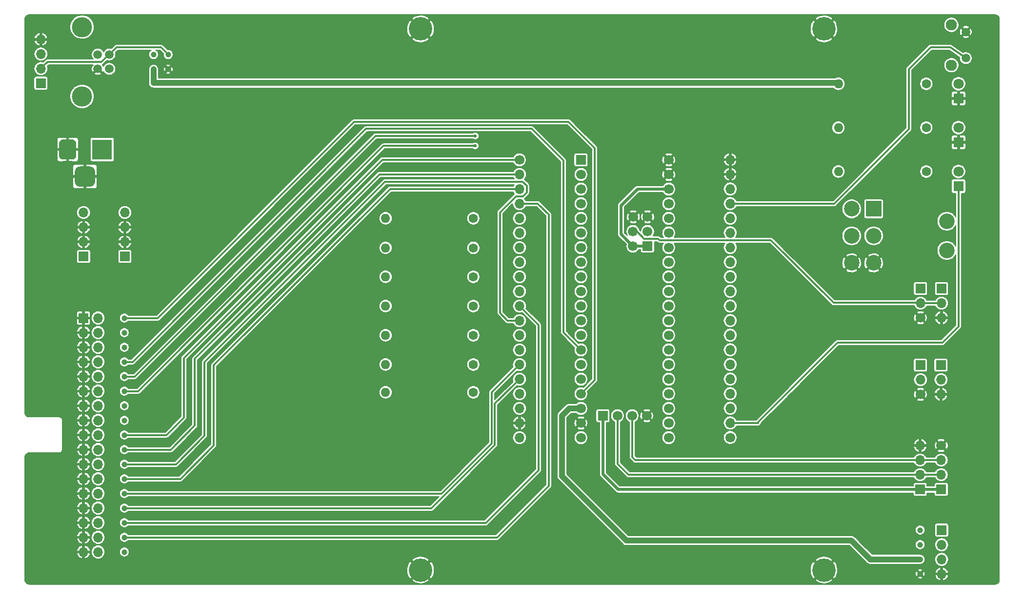
<source format=gbr>
G04 #@! TF.GenerationSoftware,KiCad,Pcbnew,(5.1.2)-2*
G04 #@! TF.CreationDate,2020-12-15T10:42:38+00:00*
G04 #@! TF.ProjectId,Greaseweazle F1 3.5 Inch,47726561-7365-4776-9561-7a6c65204631,1*
G04 #@! TF.SameCoordinates,PX6312cb0PY6bcb370*
G04 #@! TF.FileFunction,Copper,L2,Bot*
G04 #@! TF.FilePolarity,Positive*
%FSLAX46Y46*%
G04 Gerber Fmt 4.6, Leading zero omitted, Abs format (unit mm)*
G04 Created by KiCad (PCBNEW (5.1.2)-2) date 2020-12-15 10:42:38*
%MOMM*%
%LPD*%
G04 APERTURE LIST*
%ADD10C,2.700000*%
%ADD11R,2.700000X2.700000*%
%ADD12C,1.800000*%
%ADD13R,1.800000X1.800000*%
%ADD14C,1.600000*%
%ADD15O,1.600000X1.600000*%
%ADD16C,1.700000*%
%ADD17R,1.700000X1.700000*%
%ADD18C,1.000000*%
%ADD19O,1.700000X1.700000*%
%ADD20C,0.100000*%
%ADD21C,3.500000*%
%ADD22C,3.000000*%
%ADD23R,3.500000X3.500000*%
%ADD24C,3.500120*%
%ADD25C,1.501140*%
%ADD26C,1.950000*%
%ADD27C,1.508000*%
%ADD28C,4.064000*%
%ADD29C,0.600000*%
%ADD30C,0.632460*%
%ADD31C,1.000000*%
%ADD32C,0.304800*%
%ADD33C,0.500000*%
%ADD34C,0.203200*%
G04 APERTURE END LIST*
D10*
X107442000Y25654000D03*
X107442000Y20574000D03*
X90932000Y18414000D03*
X90932000Y23114000D03*
X90932000Y27814000D03*
X94742000Y18414000D03*
X94742000Y23114000D03*
D11*
X94742000Y27814000D03*
D12*
X109474000Y34290000D03*
D13*
X109474000Y31750000D03*
X109474000Y39370000D03*
D12*
X109474000Y41910000D03*
X109474000Y49530000D03*
D13*
X109474000Y46990000D03*
D14*
X25273000Y26162000D03*
D15*
X10033000Y26162000D03*
X10033000Y21031200D03*
D14*
X25273000Y21031200D03*
X25273000Y16002000D03*
D15*
X10033000Y16002000D03*
X10033000Y10922000D03*
D14*
X25273000Y10922000D03*
X25273000Y5842000D03*
D15*
X10033000Y5842000D03*
X10033000Y762000D03*
D14*
X25273000Y762000D03*
X25273000Y-4064000D03*
D15*
X10033000Y-4064000D03*
X88646000Y34290000D03*
D14*
X103886000Y34290000D03*
X103886000Y41910000D03*
D15*
X88646000Y41910000D03*
X88646000Y49530000D03*
D14*
X103886000Y49530000D03*
D16*
X52971700Y21336000D03*
X52971700Y23876000D03*
X53035200Y26416000D03*
D17*
X55511700Y21336000D03*
D16*
X55511700Y26416000D03*
X55511700Y23876000D03*
X43942000Y-11938000D03*
X59182000Y-11938000D03*
X43942000Y-9398000D03*
X59182000Y-9398000D03*
X43942000Y-6858000D03*
X59182000Y-6858000D03*
X43942000Y-4318000D03*
X59182000Y-4318000D03*
X43942000Y-1778000D03*
X59182000Y-1778000D03*
X43942000Y762000D03*
X59182000Y762000D03*
X43942000Y3302000D03*
X59182000Y3302000D03*
X43942000Y5842000D03*
X59182000Y5842000D03*
X43942000Y8382000D03*
X59182000Y8382000D03*
X43942000Y10922000D03*
X59182000Y10922000D03*
X43942000Y13462000D03*
X59182000Y13462000D03*
X43942000Y16002000D03*
X59182000Y16002000D03*
X43942000Y18542000D03*
X59182000Y18542000D03*
X43942000Y21082000D03*
X59182000Y21082000D03*
X43942000Y23622000D03*
X59182000Y23622000D03*
X43942000Y26162000D03*
X59182000Y26162000D03*
X43942000Y28702000D03*
X59182000Y28702000D03*
X43942000Y31242000D03*
X59182000Y31242000D03*
X43942000Y33782000D03*
X59182000Y33782000D03*
D17*
X43942000Y36322000D03*
D16*
X59182000Y36322000D03*
X55372000Y-8128000D03*
X52832000Y-8128000D03*
X50292000Y-8128000D03*
D17*
X47752000Y-8128000D03*
D18*
X102819200Y-27990800D03*
X102819200Y-30530800D03*
X102819200Y-33070800D03*
X102819200Y-35610800D03*
D19*
X33274000Y-11938000D03*
X33274000Y-9398000D03*
X33274000Y-6858000D03*
X33274000Y-4318000D03*
X33274000Y-1778000D03*
X33274000Y762000D03*
X33274000Y3302000D03*
X33274000Y5842000D03*
X33274000Y8382000D03*
X33274000Y10922000D03*
X33274000Y13462000D03*
X33274000Y16002000D03*
X33274000Y18542000D03*
X33274000Y21082000D03*
X33274000Y23622000D03*
X33274000Y26162000D03*
X33274000Y28702000D03*
X33274000Y31242000D03*
X33274000Y33782000D03*
D16*
X33274000Y36322000D03*
D19*
X69850000Y36347400D03*
X69850000Y33807400D03*
X69850000Y31267400D03*
X69850000Y28727400D03*
X69850000Y26187400D03*
X69850000Y23647400D03*
X69850000Y21107400D03*
X69850000Y18567400D03*
X69850000Y16027400D03*
X69850000Y13487400D03*
X69850000Y10947400D03*
X69850000Y8407400D03*
X69850000Y5867400D03*
X69850000Y3327400D03*
X69850000Y787400D03*
X69850000Y-1752600D03*
X69850000Y-4292600D03*
X69850000Y-6832600D03*
X69850000Y-9372600D03*
D16*
X69850000Y-11912600D03*
D18*
X-30226000Y52070000D03*
X-27686000Y54610000D03*
X-30226000Y54610000D03*
X-27686000Y52070000D03*
D17*
X-49784000Y49631600D03*
D19*
X-49784000Y52171600D03*
X-49784000Y54711600D03*
X-49784000Y57251600D03*
X106426000Y-4419600D03*
X106426000Y-1879600D03*
D17*
X106426000Y660400D03*
D19*
X106527600Y8890000D03*
X106527600Y11430000D03*
D17*
X106527600Y13970000D03*
X102870000Y13970000D03*
D19*
X102870000Y11430000D03*
D16*
X102870000Y8890000D03*
D17*
X102870000Y660400D03*
D19*
X102870000Y-1879600D03*
D16*
X102870000Y-4419600D03*
D17*
X106476800Y-20929600D03*
D19*
X106476800Y-18389600D03*
X106476800Y-15849600D03*
D16*
X106476800Y-13309600D03*
D19*
X102819200Y-13309600D03*
X102819200Y-15849600D03*
X102819200Y-18389600D03*
D17*
X102819200Y-20929600D03*
D19*
X106553000Y-35623500D03*
X106553000Y-33083500D03*
X106553000Y-30543500D03*
D17*
X106553000Y-28003500D03*
D18*
X-35306000Y-24180800D03*
X-35306000Y-31800800D03*
X-35306000Y-29260800D03*
X-35306000Y-26720800D03*
X-35306000Y-21640800D03*
X-35306000Y-19100800D03*
X-35306000Y-8940800D03*
X-35306000Y-14020800D03*
X-35306000Y-11480800D03*
X-35306000Y-16560800D03*
X-35306000Y-6400800D03*
X-35306000Y-3860800D03*
X-35306000Y-1320800D03*
X-35306000Y1219200D03*
X-35306000Y3759200D03*
X-35306000Y6299200D03*
X-35306000Y8839200D03*
D17*
X-35204400Y19532600D03*
D19*
X-35204400Y22072600D03*
X-35204400Y24612600D03*
X-35204400Y27152600D03*
D20*
G36*
X-41177835Y35172187D02*
G01*
X-41092896Y35159587D01*
X-41009601Y35138723D01*
X-40928752Y35109795D01*
X-40851128Y35073081D01*
X-40777476Y35028936D01*
X-40708506Y34977784D01*
X-40644882Y34920118D01*
X-40587216Y34856494D01*
X-40536064Y34787524D01*
X-40491919Y34713872D01*
X-40455205Y34636248D01*
X-40426277Y34555399D01*
X-40405413Y34472104D01*
X-40392813Y34387165D01*
X-40388600Y34301400D01*
X-40388600Y32551400D01*
X-40392813Y32465635D01*
X-40405413Y32380696D01*
X-40426277Y32297401D01*
X-40455205Y32216552D01*
X-40491919Y32138928D01*
X-40536064Y32065276D01*
X-40587216Y31996306D01*
X-40644882Y31932682D01*
X-40708506Y31875016D01*
X-40777476Y31823864D01*
X-40851128Y31779719D01*
X-40928752Y31743005D01*
X-41009601Y31714077D01*
X-41092896Y31693213D01*
X-41177835Y31680613D01*
X-41263600Y31676400D01*
X-43013600Y31676400D01*
X-43099365Y31680613D01*
X-43184304Y31693213D01*
X-43267599Y31714077D01*
X-43348448Y31743005D01*
X-43426072Y31779719D01*
X-43499724Y31823864D01*
X-43568694Y31875016D01*
X-43632318Y31932682D01*
X-43689984Y31996306D01*
X-43741136Y32065276D01*
X-43785281Y32138928D01*
X-43821995Y32216552D01*
X-43850923Y32297401D01*
X-43871787Y32380696D01*
X-43884387Y32465635D01*
X-43888600Y32551400D01*
X-43888600Y34301400D01*
X-43884387Y34387165D01*
X-43871787Y34472104D01*
X-43850923Y34555399D01*
X-43821995Y34636248D01*
X-43785281Y34713872D01*
X-43741136Y34787524D01*
X-43689984Y34856494D01*
X-43632318Y34920118D01*
X-43568694Y34977784D01*
X-43499724Y35028936D01*
X-43426072Y35073081D01*
X-43348448Y35109795D01*
X-43267599Y35138723D01*
X-43184304Y35159587D01*
X-43099365Y35172187D01*
X-43013600Y35176400D01*
X-41263600Y35176400D01*
X-41177835Y35172187D01*
X-41177835Y35172187D01*
G37*
D21*
X-42138600Y33426400D03*
D20*
G36*
X-44315087Y39872789D02*
G01*
X-44242282Y39861989D01*
X-44170886Y39844105D01*
X-44101587Y39819310D01*
X-44035052Y39787841D01*
X-43971922Y39750002D01*
X-43912805Y39706158D01*
X-43858270Y39656730D01*
X-43808842Y39602195D01*
X-43764998Y39543078D01*
X-43727159Y39479948D01*
X-43695690Y39413413D01*
X-43670895Y39344114D01*
X-43653011Y39272718D01*
X-43642211Y39199913D01*
X-43638600Y39126400D01*
X-43638600Y37126400D01*
X-43642211Y37052887D01*
X-43653011Y36980082D01*
X-43670895Y36908686D01*
X-43695690Y36839387D01*
X-43727159Y36772852D01*
X-43764998Y36709722D01*
X-43808842Y36650605D01*
X-43858270Y36596070D01*
X-43912805Y36546642D01*
X-43971922Y36502798D01*
X-44035052Y36464959D01*
X-44101587Y36433490D01*
X-44170886Y36408695D01*
X-44242282Y36390811D01*
X-44315087Y36380011D01*
X-44388600Y36376400D01*
X-45888600Y36376400D01*
X-45962113Y36380011D01*
X-46034918Y36390811D01*
X-46106314Y36408695D01*
X-46175613Y36433490D01*
X-46242148Y36464959D01*
X-46305278Y36502798D01*
X-46364395Y36546642D01*
X-46418930Y36596070D01*
X-46468358Y36650605D01*
X-46512202Y36709722D01*
X-46550041Y36772852D01*
X-46581510Y36839387D01*
X-46606305Y36908686D01*
X-46624189Y36980082D01*
X-46634989Y37052887D01*
X-46638600Y37126400D01*
X-46638600Y39126400D01*
X-46634989Y39199913D01*
X-46624189Y39272718D01*
X-46606305Y39344114D01*
X-46581510Y39413413D01*
X-46550041Y39479948D01*
X-46512202Y39543078D01*
X-46468358Y39602195D01*
X-46418930Y39656730D01*
X-46364395Y39706158D01*
X-46305278Y39750002D01*
X-46242148Y39787841D01*
X-46175613Y39819310D01*
X-46106314Y39844105D01*
X-46034918Y39861989D01*
X-45962113Y39872789D01*
X-45888600Y39876400D01*
X-44388600Y39876400D01*
X-44315087Y39872789D01*
X-44315087Y39872789D01*
G37*
D22*
X-45138600Y38126400D03*
D23*
X-39138600Y38126400D03*
D24*
X-42621200Y47345600D03*
X-42621200Y59385200D03*
D25*
X-37896800Y54610000D03*
X-37896800Y52120800D03*
X-39903400Y52120800D03*
X-39903400Y54610000D03*
D26*
X108244000Y59761000D03*
X108244000Y52761000D03*
D27*
X110744000Y58536000D03*
X110744000Y53986000D03*
D17*
X-42367200Y19532600D03*
D19*
X-42367200Y22072600D03*
X-42367200Y24612600D03*
X-42367200Y27152600D03*
X-39852600Y-31800800D03*
X-42392600Y-31800800D03*
X-39852600Y-29260800D03*
X-42392600Y-29260800D03*
X-39852600Y-26720800D03*
X-42392600Y-26720800D03*
X-39852600Y-24180800D03*
X-42392600Y-24180800D03*
X-39852600Y-21640800D03*
X-42392600Y-21640800D03*
X-39852600Y-19100800D03*
X-42392600Y-19100800D03*
X-39852600Y-16560800D03*
X-42392600Y-16560800D03*
X-39852600Y-14020800D03*
X-42392600Y-14020800D03*
X-39852600Y-11480800D03*
X-42392600Y-11480800D03*
X-39852600Y-8940800D03*
X-42392600Y-8940800D03*
X-39852600Y-6400800D03*
X-42392600Y-6400800D03*
X-39852600Y-3860800D03*
X-42392600Y-3860800D03*
X-39852600Y-1320800D03*
X-42392600Y-1320800D03*
X-39852600Y1219200D03*
X-42392600Y1219200D03*
X-39852600Y3759200D03*
X-42392600Y3759200D03*
X-39852600Y6299200D03*
X-42392600Y6299200D03*
X-39852600Y8839200D03*
D17*
X-42392600Y8839200D03*
D28*
X16113760Y59065160D03*
X86113620Y59065160D03*
X16113760Y-34935160D03*
X86113620Y-34935160D03*
D29*
X28194000Y8890000D03*
X80518000Y762000D03*
X78930500Y13208000D03*
X51054000Y46990000D03*
X-7366000Y-13970000D03*
X25654000Y-19050000D03*
X40894000Y-29210000D03*
X73914000Y-24130000D03*
X-48006000Y13970000D03*
X-48006000Y-3810000D03*
X-48006000Y-19050000D03*
X-48006000Y-34290000D03*
X-50546000Y44450000D03*
X-15748000Y26924000D03*
X10769600Y29133800D03*
X254000Y-1270000D03*
X116078000Y-8890000D03*
X116078000Y-24130000D03*
X116078000Y5080000D03*
X-12192000Y-34544000D03*
X38430200Y59537600D03*
X64820800Y59715400D03*
X-12954000Y59690000D03*
X101854000Y59690000D03*
X115824000Y-36830000D03*
X-1143000Y45593000D03*
X-21209000Y41656000D03*
X27559000Y18288000D03*
X8382000Y23876000D03*
X11684000Y14605000D03*
X12827000Y2921000D03*
X12827000Y-2159000D03*
X27178000Y-5334000D03*
X85953600Y-5562600D03*
X16110469Y51308000D03*
X105410000Y38354000D03*
X109474000Y-8890000D03*
X25603200Y40462196D03*
X25603200Y38735002D03*
D30*
X16113760Y59039760D02*
X16113760Y59065160D01*
D31*
X94132400Y-33070800D02*
X102819200Y-33070800D01*
X41910000Y-6858000D02*
X40640000Y-8128000D01*
X43942000Y-6858000D02*
X41910000Y-6858000D01*
X40640000Y-8128000D02*
X40640000Y-18618200D01*
X40640000Y-18618200D02*
X51841400Y-29819600D01*
X51841400Y-29819600D02*
X90881200Y-29819600D01*
X90881200Y-29819600D02*
X94132400Y-33070800D01*
X87514630Y49657000D02*
X88646000Y49657000D01*
X-30226000Y52070000D02*
X-30226000Y49657000D01*
X-30226000Y49657000D02*
X87514630Y49657000D01*
D32*
X36449000Y28702000D02*
X33274000Y28702000D01*
X38354000Y26797000D02*
X36449000Y28702000D01*
X38354000Y-20294600D02*
X38354000Y26797000D01*
X-35306000Y-29260800D02*
X29387800Y-29260800D01*
X29387800Y-29260800D02*
X38354000Y-20294600D01*
X34123999Y10072001D02*
X33274000Y10922000D01*
X36576000Y7620000D02*
X34123999Y10072001D01*
X36576000Y-17602200D02*
X36576000Y7620000D01*
X27432000Y-26746200D02*
X36576000Y-17602200D01*
X-35306000Y-26720800D02*
X-35280600Y-26746200D01*
X-35280600Y-26746200D02*
X27432000Y-26746200D01*
X29002811Y-6049189D02*
X32424001Y-2627999D01*
X32424001Y-2627999D02*
X33274000Y-1778000D01*
X29002811Y-13183810D02*
X29002811Y-6049189D01*
X18005821Y-24180800D02*
X29002811Y-13183810D01*
X-35306000Y-24180800D02*
X18005821Y-24180800D01*
X-34598894Y-21640800D02*
X-35306000Y-21640800D01*
X28448000Y-12954000D02*
X19761200Y-21640800D01*
X28448000Y-4064000D02*
X28448000Y-12954000D01*
X19761200Y-21640800D02*
X-34598894Y-21640800D01*
X33274000Y762000D02*
X28448000Y-4064000D01*
X-34598894Y-19100800D02*
X-35306000Y-19100800D01*
X-25577800Y-19100800D02*
X-34598894Y-19100800D01*
X-19761200Y-13284200D02*
X-25577800Y-19100800D01*
X-19761200Y660400D02*
X-19761200Y-13284200D01*
X33274000Y31242000D02*
X10820400Y31242000D01*
X10820400Y31242000D02*
X-19761200Y660400D01*
X-34598894Y-16560800D02*
X-35306000Y-16560800D01*
X-21386800Y-11607800D02*
X-26339800Y-16560800D01*
X-21386800Y1193800D02*
X-21386800Y-11607800D01*
X33839955Y32529599D02*
X9948999Y32529599D01*
X34526401Y31843153D02*
X33839955Y32529599D01*
X-26339800Y-16560800D02*
X-34598894Y-16560800D01*
X34526401Y30640847D02*
X34526401Y31843153D01*
X31216600Y8382000D02*
X29870400Y9728200D01*
X33274000Y8382000D02*
X31216600Y8382000D01*
X29870400Y9728200D02*
X29870400Y27187152D01*
X29870400Y27187152D02*
X32672847Y29989599D01*
X32672847Y29989599D02*
X33875153Y29989599D01*
X9948999Y32529599D02*
X-21386800Y1193800D01*
X33875153Y29989599D02*
X34526401Y30640847D01*
X-34598894Y-14020800D02*
X-35306000Y-14020800D01*
X-27228800Y-14020800D02*
X-34598894Y-14020800D01*
X-23063200Y-9855200D02*
X-27228800Y-14020800D01*
X-23063200Y1752600D02*
X-23063200Y-9855200D01*
X33274000Y33782000D02*
X8966200Y33782000D01*
X8966200Y33782000D02*
X-23063200Y1752600D01*
X-34598894Y-11480800D02*
X-35306000Y-11480800D01*
X-27990800Y-11480800D02*
X-34598894Y-11480800D01*
X-24968200Y-8458200D02*
X-27990800Y-11480800D01*
X-24968200Y1879600D02*
X-24968200Y-8458200D01*
X33274000Y36322000D02*
X9474200Y36322000D01*
X9474200Y36322000D02*
X-24968200Y1879600D01*
X25178936Y40462196D02*
X25603200Y40462196D01*
X8280396Y40462196D02*
X25178936Y40462196D01*
X-35306000Y-1320800D02*
X-33502600Y-1320800D01*
X-33502600Y-1320800D02*
X8280396Y40462196D01*
X-35306000Y-3860800D02*
X-32893000Y-3860800D01*
X-32893000Y-3860800D02*
X9702802Y38735002D01*
X25178936Y38735002D02*
X25603200Y38735002D01*
X9702802Y38735002D02*
X25178936Y38735002D01*
X43092001Y4151999D02*
X43942000Y3302000D01*
X-35306000Y1219200D02*
X-33858200Y1219200D01*
X6629400Y41706800D02*
X35382200Y41706800D01*
X35382200Y41706800D02*
X40894000Y36195000D01*
X40894000Y36195000D02*
X40894000Y6350000D01*
X-33858200Y1219200D02*
X6629400Y41706800D01*
X40894000Y6350000D02*
X43092001Y4151999D01*
X46329600Y-1930400D02*
X43942000Y-4318000D01*
X-35306000Y8839200D02*
X-35293300Y8826500D01*
X-29502100Y8826500D02*
X4572000Y42900600D01*
X4572000Y42900600D02*
X41783000Y42900600D01*
X-35293300Y8826500D02*
X-29502100Y8826500D01*
X41783000Y42900600D02*
X46329600Y38354000D01*
X46329600Y38354000D02*
X46329600Y-1930400D01*
X70124320Y-9372600D02*
X74549000Y-9372600D01*
X74549000Y-9372600D02*
X74696320Y-9372600D01*
X74549000Y-9372600D02*
X74574400Y-9398000D01*
X88493600Y4572000D02*
X106680000Y4572000D01*
X74549000Y-9372600D02*
X88493600Y4572000D01*
X106680000Y4572000D02*
X109474000Y7366000D01*
X109474000Y7366000D02*
X109474000Y31750000D01*
X-37146231Y55360569D02*
X-37896800Y54610000D01*
X-36626800Y55880000D02*
X-37146231Y55360569D01*
X-28923223Y55880000D02*
X-36626800Y55880000D01*
X-27686000Y54610000D02*
X-27686000Y54642777D01*
X-27686000Y54642777D02*
X-28923223Y55880000D01*
X-48959401Y52996199D02*
X-49809400Y52146200D01*
X-48615600Y53340000D02*
X-48959401Y52996199D01*
X-39291501Y53340000D02*
X-48615600Y53340000D01*
X-37896800Y54610000D02*
X-38021501Y54610000D01*
X-38021501Y54610000D02*
X-39291501Y53340000D01*
D33*
X105287419Y-20955000D02*
X106489500Y-20955000D01*
X50419000Y-20955000D02*
X105287419Y-20955000D01*
X47752000Y-8128000D02*
X47752000Y-18288000D01*
X47752000Y-18288000D02*
X50419000Y-20955000D01*
X52971700Y21336000D02*
X55511700Y21336000D01*
X52121701Y22185999D02*
X52971700Y21336000D01*
X50901600Y23406100D02*
X52121701Y22185999D01*
X50901600Y28397200D02*
X50901600Y23406100D01*
X59182000Y31242000D02*
X53746400Y31242000D01*
X53746400Y31242000D02*
X50901600Y28397200D01*
D32*
X108024500Y55880000D02*
X110744000Y53986000D01*
X104648000Y55880000D02*
X108024500Y55880000D01*
X100838000Y52070000D02*
X104648000Y55880000D01*
X100838000Y41656000D02*
X100838000Y52070000D01*
X70124320Y28727400D02*
X87909400Y28727400D01*
X87909400Y28727400D02*
X100838000Y41656000D01*
X52197000Y-18415000D02*
X106489500Y-18415000D01*
X50292000Y-8128000D02*
X50292000Y-16510000D01*
X50292000Y-16510000D02*
X52197000Y-18415000D01*
X53403500Y-15875000D02*
X106489500Y-15875000D01*
X52832000Y-8128000D02*
X52832000Y-15303500D01*
X52832000Y-15303500D02*
X53403500Y-15875000D01*
X106527600Y11430000D02*
X102870000Y11430000D01*
X87782400Y11480800D02*
X102819200Y11480800D01*
X53658146Y23876000D02*
X54910547Y22623599D01*
X52971700Y23876000D02*
X53658146Y23876000D01*
X54910547Y22623599D02*
X57335601Y22623599D01*
X57335601Y22623599D02*
X57599399Y22359801D01*
X102819200Y11480800D02*
X102870000Y11430000D01*
X57599399Y22359801D02*
X76903399Y22359801D01*
X76903399Y22359801D02*
X87782400Y11480800D01*
D34*
G36*
X115964097Y61502444D02*
G01*
X116098861Y61461756D01*
X116223152Y61395670D01*
X116332237Y61306702D01*
X116421970Y61198234D01*
X116488924Y61074404D01*
X116530549Y60939936D01*
X116547901Y60774846D01*
X116547900Y-36638188D01*
X116531544Y-36804997D01*
X116490856Y-36939762D01*
X116424771Y-37064051D01*
X116335802Y-37173137D01*
X116227333Y-37262871D01*
X116103508Y-37329823D01*
X115969037Y-37371449D01*
X115803947Y-37388800D01*
X-51789288Y-37388800D01*
X-51956097Y-37372444D01*
X-52090862Y-37331756D01*
X-52215151Y-37265671D01*
X-52324237Y-37176702D01*
X-52413971Y-37068233D01*
X-52480923Y-36944408D01*
X-52522549Y-36809937D01*
X-52536945Y-36672960D01*
X14591486Y-36672960D01*
X14829716Y-36961774D01*
X15249761Y-37173338D01*
X15703009Y-37298890D01*
X16172043Y-37333605D01*
X16638836Y-37276150D01*
X17085452Y-37128731D01*
X17397804Y-36961774D01*
X17636034Y-36672960D01*
X84591346Y-36672960D01*
X84829576Y-36961774D01*
X85249621Y-37173338D01*
X85702869Y-37298890D01*
X86171903Y-37333605D01*
X86638696Y-37276150D01*
X87085312Y-37128731D01*
X87397664Y-36961774D01*
X87635894Y-36672960D01*
X86113620Y-35150686D01*
X84591346Y-36672960D01*
X17636034Y-36672960D01*
X16113760Y-35150686D01*
X14591486Y-36672960D01*
X-52536945Y-36672960D01*
X-52539900Y-36644847D01*
X-52539900Y-34993443D01*
X13715315Y-34993443D01*
X13772770Y-35460236D01*
X13920189Y-35906852D01*
X14087146Y-36219204D01*
X14375960Y-36457434D01*
X15898234Y-34935160D01*
X16329286Y-34935160D01*
X17851560Y-36457434D01*
X18140374Y-36219204D01*
X18351938Y-35799159D01*
X18477490Y-35345911D01*
X18503577Y-34993443D01*
X83715175Y-34993443D01*
X83772630Y-35460236D01*
X83920049Y-35906852D01*
X84087006Y-36219204D01*
X84375820Y-36457434D01*
X85898094Y-34935160D01*
X86329146Y-34935160D01*
X87851420Y-36457434D01*
X88099418Y-36252871D01*
X102392656Y-36252871D01*
X102445155Y-36384908D01*
X102603363Y-36443007D01*
X102769866Y-36469124D01*
X102938264Y-36462256D01*
X103102087Y-36422667D01*
X103193245Y-36384908D01*
X103245744Y-36252871D01*
X102819200Y-35826326D01*
X102392656Y-36252871D01*
X88099418Y-36252871D01*
X88140234Y-36219204D01*
X88351798Y-35799159D01*
X88417640Y-35561466D01*
X101960876Y-35561466D01*
X101967744Y-35729864D01*
X102007333Y-35893687D01*
X102045092Y-35984845D01*
X102177129Y-36037344D01*
X102603674Y-35610800D01*
X103034726Y-35610800D01*
X103461271Y-36037344D01*
X103593308Y-35984845D01*
X103602024Y-35961108D01*
X105395635Y-35961108D01*
X105403115Y-35985789D01*
X105495889Y-36203159D01*
X105629287Y-36398253D01*
X105798183Y-36563574D01*
X105996086Y-36692768D01*
X106215391Y-36780871D01*
X106400600Y-36730536D01*
X106400600Y-35775900D01*
X106705400Y-35775900D01*
X106705400Y-36730536D01*
X106890609Y-36780871D01*
X107109914Y-36692768D01*
X107307817Y-36563574D01*
X107476713Y-36398253D01*
X107610111Y-36203159D01*
X107702885Y-35985789D01*
X107710365Y-35961108D01*
X107659252Y-35775900D01*
X106705400Y-35775900D01*
X106400600Y-35775900D01*
X105446748Y-35775900D01*
X105395635Y-35961108D01*
X103602024Y-35961108D01*
X103651407Y-35826637D01*
X103677524Y-35660134D01*
X103670656Y-35491736D01*
X103631067Y-35327913D01*
X103613662Y-35285892D01*
X105395635Y-35285892D01*
X105446748Y-35471100D01*
X106400600Y-35471100D01*
X106400600Y-34516464D01*
X106705400Y-34516464D01*
X106705400Y-35471100D01*
X107659252Y-35471100D01*
X107710365Y-35285892D01*
X107702885Y-35261211D01*
X107610111Y-35043841D01*
X107476713Y-34848747D01*
X107307817Y-34683426D01*
X107109914Y-34554232D01*
X106890609Y-34466129D01*
X106705400Y-34516464D01*
X106400600Y-34516464D01*
X106215391Y-34466129D01*
X105996086Y-34554232D01*
X105798183Y-34683426D01*
X105629287Y-34848747D01*
X105495889Y-35043841D01*
X105403115Y-35261211D01*
X105395635Y-35285892D01*
X103613662Y-35285892D01*
X103593308Y-35236755D01*
X103461271Y-35184256D01*
X103034726Y-35610800D01*
X102603674Y-35610800D01*
X102177129Y-35184256D01*
X102045092Y-35236755D01*
X101986993Y-35394963D01*
X101960876Y-35561466D01*
X88417640Y-35561466D01*
X88477350Y-35345911D01*
X88505266Y-34968729D01*
X102392656Y-34968729D01*
X102819200Y-35395274D01*
X103245744Y-34968729D01*
X103193245Y-34836692D01*
X103035037Y-34778593D01*
X102868534Y-34752476D01*
X102700136Y-34759344D01*
X102536313Y-34798933D01*
X102445155Y-34836692D01*
X102392656Y-34968729D01*
X88505266Y-34968729D01*
X88512065Y-34876877D01*
X88454610Y-34410084D01*
X88307191Y-33963468D01*
X88140234Y-33651116D01*
X87851420Y-33412886D01*
X86329146Y-34935160D01*
X85898094Y-34935160D01*
X84375820Y-33412886D01*
X84087006Y-33651116D01*
X83875442Y-34071161D01*
X83749890Y-34524409D01*
X83715175Y-34993443D01*
X18503577Y-34993443D01*
X18512205Y-34876877D01*
X18454750Y-34410084D01*
X18307331Y-33963468D01*
X18140374Y-33651116D01*
X17851560Y-33412886D01*
X16329286Y-34935160D01*
X15898234Y-34935160D01*
X14375960Y-33412886D01*
X14087146Y-33651116D01*
X13875582Y-34071161D01*
X13750030Y-34524409D01*
X13715315Y-34993443D01*
X-52539900Y-34993443D01*
X-52539900Y-33197360D01*
X14591486Y-33197360D01*
X16113760Y-34719634D01*
X17636034Y-33197360D01*
X84591346Y-33197360D01*
X86113620Y-34719634D01*
X87635894Y-33197360D01*
X87397664Y-32908546D01*
X86977619Y-32696982D01*
X86524371Y-32571430D01*
X86055337Y-32536715D01*
X85588544Y-32594170D01*
X85141928Y-32741589D01*
X84829576Y-32908546D01*
X84591346Y-33197360D01*
X17636034Y-33197360D01*
X17397804Y-32908546D01*
X16977759Y-32696982D01*
X16524511Y-32571430D01*
X16055477Y-32536715D01*
X15588684Y-32594170D01*
X15142068Y-32741589D01*
X14829716Y-32908546D01*
X14591486Y-33197360D01*
X-52539900Y-33197360D01*
X-52539900Y-32138408D01*
X-43549965Y-32138408D01*
X-43542485Y-32163089D01*
X-43449711Y-32380459D01*
X-43316313Y-32575553D01*
X-43147417Y-32740874D01*
X-42949514Y-32870068D01*
X-42730209Y-32958171D01*
X-42545000Y-32907836D01*
X-42545000Y-31953200D01*
X-42240200Y-31953200D01*
X-42240200Y-32907836D01*
X-42054991Y-32958171D01*
X-41835686Y-32870068D01*
X-41637783Y-32740874D01*
X-41468887Y-32575553D01*
X-41335489Y-32380459D01*
X-41242715Y-32163089D01*
X-41235235Y-32138408D01*
X-41286348Y-31953200D01*
X-42240200Y-31953200D01*
X-42545000Y-31953200D01*
X-43498852Y-31953200D01*
X-43549965Y-32138408D01*
X-52539900Y-32138408D01*
X-52539900Y-31800800D01*
X-41064033Y-31800800D01*
X-41040756Y-32037139D01*
X-40971818Y-32264395D01*
X-40859870Y-32473836D01*
X-40709212Y-32657412D01*
X-40525636Y-32808070D01*
X-40316195Y-32920018D01*
X-40088939Y-32988956D01*
X-39911824Y-33006400D01*
X-39793376Y-33006400D01*
X-39616261Y-32988956D01*
X-39389005Y-32920018D01*
X-39179564Y-32808070D01*
X-38995988Y-32657412D01*
X-38845330Y-32473836D01*
X-38733382Y-32264395D01*
X-38664444Y-32037139D01*
X-38641167Y-31800800D01*
X-38649466Y-31716531D01*
X-36161600Y-31716531D01*
X-36161600Y-31885069D01*
X-36128720Y-32050369D01*
X-36064223Y-32206079D01*
X-35970588Y-32346213D01*
X-35851413Y-32465388D01*
X-35711279Y-32559023D01*
X-35555569Y-32623520D01*
X-35390269Y-32656400D01*
X-35221731Y-32656400D01*
X-35056431Y-32623520D01*
X-34900721Y-32559023D01*
X-34760587Y-32465388D01*
X-34641412Y-32346213D01*
X-34547777Y-32206079D01*
X-34483280Y-32050369D01*
X-34450400Y-31885069D01*
X-34450400Y-31716531D01*
X-34483280Y-31551231D01*
X-34547777Y-31395521D01*
X-34641412Y-31255387D01*
X-34760587Y-31136212D01*
X-34900721Y-31042577D01*
X-35056431Y-30978080D01*
X-35221731Y-30945200D01*
X-35390269Y-30945200D01*
X-35555569Y-30978080D01*
X-35711279Y-31042577D01*
X-35851413Y-31136212D01*
X-35970588Y-31255387D01*
X-36064223Y-31395521D01*
X-36128720Y-31551231D01*
X-36161600Y-31716531D01*
X-38649466Y-31716531D01*
X-38664444Y-31564461D01*
X-38733382Y-31337205D01*
X-38845330Y-31127764D01*
X-38995988Y-30944188D01*
X-39179564Y-30793530D01*
X-39389005Y-30681582D01*
X-39616261Y-30612644D01*
X-39793376Y-30595200D01*
X-39911824Y-30595200D01*
X-40088939Y-30612644D01*
X-40316195Y-30681582D01*
X-40525636Y-30793530D01*
X-40709212Y-30944188D01*
X-40859870Y-31127764D01*
X-40971818Y-31337205D01*
X-41040756Y-31564461D01*
X-41064033Y-31800800D01*
X-52539900Y-31800800D01*
X-52539900Y-31463192D01*
X-43549965Y-31463192D01*
X-43498852Y-31648400D01*
X-42545000Y-31648400D01*
X-42545000Y-30693764D01*
X-42240200Y-30693764D01*
X-42240200Y-31648400D01*
X-41286348Y-31648400D01*
X-41235235Y-31463192D01*
X-41242715Y-31438511D01*
X-41335489Y-31221141D01*
X-41468887Y-31026047D01*
X-41637783Y-30860726D01*
X-41835686Y-30731532D01*
X-42054991Y-30643429D01*
X-42240200Y-30693764D01*
X-42545000Y-30693764D01*
X-42730209Y-30643429D01*
X-42949514Y-30731532D01*
X-43147417Y-30860726D01*
X-43316313Y-31026047D01*
X-43449711Y-31221141D01*
X-43542485Y-31438511D01*
X-43549965Y-31463192D01*
X-52539900Y-31463192D01*
X-52539900Y-29598408D01*
X-43549965Y-29598408D01*
X-43542485Y-29623089D01*
X-43449711Y-29840459D01*
X-43316313Y-30035553D01*
X-43147417Y-30200874D01*
X-42949514Y-30330068D01*
X-42730209Y-30418171D01*
X-42545000Y-30367836D01*
X-42545000Y-29413200D01*
X-42240200Y-29413200D01*
X-42240200Y-30367836D01*
X-42054991Y-30418171D01*
X-41835686Y-30330068D01*
X-41637783Y-30200874D01*
X-41468887Y-30035553D01*
X-41335489Y-29840459D01*
X-41242715Y-29623089D01*
X-41235235Y-29598408D01*
X-41286348Y-29413200D01*
X-42240200Y-29413200D01*
X-42545000Y-29413200D01*
X-43498852Y-29413200D01*
X-43549965Y-29598408D01*
X-52539900Y-29598408D01*
X-52539900Y-29260800D01*
X-41064033Y-29260800D01*
X-41040756Y-29497139D01*
X-40971818Y-29724395D01*
X-40859870Y-29933836D01*
X-40709212Y-30117412D01*
X-40525636Y-30268070D01*
X-40316195Y-30380018D01*
X-40088939Y-30448956D01*
X-39911824Y-30466400D01*
X-39793376Y-30466400D01*
X-39616261Y-30448956D01*
X-39389005Y-30380018D01*
X-39179564Y-30268070D01*
X-38995988Y-30117412D01*
X-38845330Y-29933836D01*
X-38733382Y-29724395D01*
X-38664444Y-29497139D01*
X-38641167Y-29260800D01*
X-38664444Y-29024461D01*
X-38733382Y-28797205D01*
X-38845330Y-28587764D01*
X-38995988Y-28404188D01*
X-39179564Y-28253530D01*
X-39389005Y-28141582D01*
X-39616261Y-28072644D01*
X-39793376Y-28055200D01*
X-39911824Y-28055200D01*
X-40088939Y-28072644D01*
X-40316195Y-28141582D01*
X-40525636Y-28253530D01*
X-40709212Y-28404188D01*
X-40859870Y-28587764D01*
X-40971818Y-28797205D01*
X-41040756Y-29024461D01*
X-41064033Y-29260800D01*
X-52539900Y-29260800D01*
X-52539900Y-28923192D01*
X-43549965Y-28923192D01*
X-43498852Y-29108400D01*
X-42545000Y-29108400D01*
X-42545000Y-28153764D01*
X-42240200Y-28153764D01*
X-42240200Y-29108400D01*
X-41286348Y-29108400D01*
X-41235235Y-28923192D01*
X-41242715Y-28898511D01*
X-41335489Y-28681141D01*
X-41468887Y-28486047D01*
X-41637783Y-28320726D01*
X-41835686Y-28191532D01*
X-42054991Y-28103429D01*
X-42240200Y-28153764D01*
X-42545000Y-28153764D01*
X-42730209Y-28103429D01*
X-42949514Y-28191532D01*
X-43147417Y-28320726D01*
X-43316313Y-28486047D01*
X-43449711Y-28681141D01*
X-43542485Y-28898511D01*
X-43549965Y-28923192D01*
X-52539900Y-28923192D01*
X-52539900Y-27058408D01*
X-43549965Y-27058408D01*
X-43542485Y-27083089D01*
X-43449711Y-27300459D01*
X-43316313Y-27495553D01*
X-43147417Y-27660874D01*
X-42949514Y-27790068D01*
X-42730209Y-27878171D01*
X-42545000Y-27827836D01*
X-42545000Y-26873200D01*
X-42240200Y-26873200D01*
X-42240200Y-27827836D01*
X-42054991Y-27878171D01*
X-41835686Y-27790068D01*
X-41637783Y-27660874D01*
X-41468887Y-27495553D01*
X-41335489Y-27300459D01*
X-41242715Y-27083089D01*
X-41235235Y-27058408D01*
X-41286348Y-26873200D01*
X-42240200Y-26873200D01*
X-42545000Y-26873200D01*
X-43498852Y-26873200D01*
X-43549965Y-27058408D01*
X-52539900Y-27058408D01*
X-52539900Y-26720800D01*
X-41064033Y-26720800D01*
X-41040756Y-26957139D01*
X-40971818Y-27184395D01*
X-40859870Y-27393836D01*
X-40709212Y-27577412D01*
X-40525636Y-27728070D01*
X-40316195Y-27840018D01*
X-40088939Y-27908956D01*
X-39911824Y-27926400D01*
X-39793376Y-27926400D01*
X-39616261Y-27908956D01*
X-39389005Y-27840018D01*
X-39179564Y-27728070D01*
X-38995988Y-27577412D01*
X-38845330Y-27393836D01*
X-38733382Y-27184395D01*
X-38664444Y-26957139D01*
X-38641167Y-26720800D01*
X-38649466Y-26636531D01*
X-36161600Y-26636531D01*
X-36161600Y-26805069D01*
X-36128720Y-26970369D01*
X-36064223Y-27126079D01*
X-35970588Y-27266213D01*
X-35851413Y-27385388D01*
X-35711279Y-27479023D01*
X-35555569Y-27543520D01*
X-35390269Y-27576400D01*
X-35221731Y-27576400D01*
X-35056431Y-27543520D01*
X-34900721Y-27479023D01*
X-34760587Y-27385388D01*
X-34641412Y-27266213D01*
X-34633385Y-27254200D01*
X27407056Y-27254200D01*
X27432000Y-27256657D01*
X27456944Y-27254200D01*
X27456947Y-27254200D01*
X27531585Y-27246849D01*
X27627343Y-27217801D01*
X27715595Y-27170629D01*
X27792948Y-27107148D01*
X27808855Y-27087765D01*
X36917565Y-17979055D01*
X36936948Y-17963148D01*
X37000429Y-17885795D01*
X37047601Y-17797543D01*
X37076649Y-17701785D01*
X37084000Y-17627147D01*
X37084000Y-17627144D01*
X37086457Y-17602200D01*
X37084000Y-17577256D01*
X37084000Y7595057D01*
X37086457Y7620001D01*
X37083542Y7649595D01*
X37076649Y7719585D01*
X37047601Y7815343D01*
X37012318Y7881352D01*
X37000429Y7903596D01*
X36952850Y7961571D01*
X36936948Y7980948D01*
X36917571Y7996850D01*
X34407834Y10506587D01*
X34462156Y10685661D01*
X34485433Y10922000D01*
X34462156Y11158339D01*
X34393218Y11385595D01*
X34281270Y11595036D01*
X34130612Y11778612D01*
X33947036Y11929270D01*
X33737595Y12041218D01*
X33510339Y12110156D01*
X33333224Y12127600D01*
X33214776Y12127600D01*
X33037661Y12110156D01*
X32810405Y12041218D01*
X32600964Y11929270D01*
X32417388Y11778612D01*
X32266730Y11595036D01*
X32154782Y11385595D01*
X32085844Y11158339D01*
X32062567Y10922000D01*
X32085844Y10685661D01*
X32154782Y10458405D01*
X32266730Y10248964D01*
X32417388Y10065388D01*
X32600964Y9914730D01*
X32810405Y9802782D01*
X33037661Y9733844D01*
X33214776Y9716400D01*
X33333224Y9716400D01*
X33510339Y9733844D01*
X33689413Y9788166D01*
X36068001Y7409578D01*
X36068000Y-17391780D01*
X27221580Y-26238200D01*
X-34599441Y-26238200D01*
X-34641412Y-26175387D01*
X-34760587Y-26056212D01*
X-34900721Y-25962577D01*
X-35056431Y-25898080D01*
X-35221731Y-25865200D01*
X-35390269Y-25865200D01*
X-35555569Y-25898080D01*
X-35711279Y-25962577D01*
X-35851413Y-26056212D01*
X-35970588Y-26175387D01*
X-36064223Y-26315521D01*
X-36128720Y-26471231D01*
X-36161600Y-26636531D01*
X-38649466Y-26636531D01*
X-38664444Y-26484461D01*
X-38733382Y-26257205D01*
X-38845330Y-26047764D01*
X-38995988Y-25864188D01*
X-39179564Y-25713530D01*
X-39389005Y-25601582D01*
X-39616261Y-25532644D01*
X-39793376Y-25515200D01*
X-39911824Y-25515200D01*
X-40088939Y-25532644D01*
X-40316195Y-25601582D01*
X-40525636Y-25713530D01*
X-40709212Y-25864188D01*
X-40859870Y-26047764D01*
X-40971818Y-26257205D01*
X-41040756Y-26484461D01*
X-41064033Y-26720800D01*
X-52539900Y-26720800D01*
X-52539900Y-26383192D01*
X-43549965Y-26383192D01*
X-43498852Y-26568400D01*
X-42545000Y-26568400D01*
X-42545000Y-25613764D01*
X-42240200Y-25613764D01*
X-42240200Y-26568400D01*
X-41286348Y-26568400D01*
X-41235235Y-26383192D01*
X-41242715Y-26358511D01*
X-41335489Y-26141141D01*
X-41468887Y-25946047D01*
X-41637783Y-25780726D01*
X-41835686Y-25651532D01*
X-42054991Y-25563429D01*
X-42240200Y-25613764D01*
X-42545000Y-25613764D01*
X-42730209Y-25563429D01*
X-42949514Y-25651532D01*
X-43147417Y-25780726D01*
X-43316313Y-25946047D01*
X-43449711Y-26141141D01*
X-43542485Y-26358511D01*
X-43549965Y-26383192D01*
X-52539900Y-26383192D01*
X-52539900Y-24518408D01*
X-43549965Y-24518408D01*
X-43542485Y-24543089D01*
X-43449711Y-24760459D01*
X-43316313Y-24955553D01*
X-43147417Y-25120874D01*
X-42949514Y-25250068D01*
X-42730209Y-25338171D01*
X-42545000Y-25287836D01*
X-42545000Y-24333200D01*
X-42240200Y-24333200D01*
X-42240200Y-25287836D01*
X-42054991Y-25338171D01*
X-41835686Y-25250068D01*
X-41637783Y-25120874D01*
X-41468887Y-24955553D01*
X-41335489Y-24760459D01*
X-41242715Y-24543089D01*
X-41235235Y-24518408D01*
X-41286348Y-24333200D01*
X-42240200Y-24333200D01*
X-42545000Y-24333200D01*
X-43498852Y-24333200D01*
X-43549965Y-24518408D01*
X-52539900Y-24518408D01*
X-52539900Y-24180800D01*
X-41064033Y-24180800D01*
X-41040756Y-24417139D01*
X-40971818Y-24644395D01*
X-40859870Y-24853836D01*
X-40709212Y-25037412D01*
X-40525636Y-25188070D01*
X-40316195Y-25300018D01*
X-40088939Y-25368956D01*
X-39911824Y-25386400D01*
X-39793376Y-25386400D01*
X-39616261Y-25368956D01*
X-39389005Y-25300018D01*
X-39179564Y-25188070D01*
X-38995988Y-25037412D01*
X-38845330Y-24853836D01*
X-38733382Y-24644395D01*
X-38664444Y-24417139D01*
X-38641167Y-24180800D01*
X-38664444Y-23944461D01*
X-38733382Y-23717205D01*
X-38845330Y-23507764D01*
X-38995988Y-23324188D01*
X-39179564Y-23173530D01*
X-39389005Y-23061582D01*
X-39616261Y-22992644D01*
X-39793376Y-22975200D01*
X-39911824Y-22975200D01*
X-40088939Y-22992644D01*
X-40316195Y-23061582D01*
X-40525636Y-23173530D01*
X-40709212Y-23324188D01*
X-40859870Y-23507764D01*
X-40971818Y-23717205D01*
X-41040756Y-23944461D01*
X-41064033Y-24180800D01*
X-52539900Y-24180800D01*
X-52539900Y-23843192D01*
X-43549965Y-23843192D01*
X-43498852Y-24028400D01*
X-42545000Y-24028400D01*
X-42545000Y-23073764D01*
X-42240200Y-23073764D01*
X-42240200Y-24028400D01*
X-41286348Y-24028400D01*
X-41235235Y-23843192D01*
X-41242715Y-23818511D01*
X-41335489Y-23601141D01*
X-41468887Y-23406047D01*
X-41637783Y-23240726D01*
X-41835686Y-23111532D01*
X-42054991Y-23023429D01*
X-42240200Y-23073764D01*
X-42545000Y-23073764D01*
X-42730209Y-23023429D01*
X-42949514Y-23111532D01*
X-43147417Y-23240726D01*
X-43316313Y-23406047D01*
X-43449711Y-23601141D01*
X-43542485Y-23818511D01*
X-43549965Y-23843192D01*
X-52539900Y-23843192D01*
X-52539900Y-21978408D01*
X-43549965Y-21978408D01*
X-43542485Y-22003089D01*
X-43449711Y-22220459D01*
X-43316313Y-22415553D01*
X-43147417Y-22580874D01*
X-42949514Y-22710068D01*
X-42730209Y-22798171D01*
X-42545000Y-22747836D01*
X-42545000Y-21793200D01*
X-42240200Y-21793200D01*
X-42240200Y-22747836D01*
X-42054991Y-22798171D01*
X-41835686Y-22710068D01*
X-41637783Y-22580874D01*
X-41468887Y-22415553D01*
X-41335489Y-22220459D01*
X-41242715Y-22003089D01*
X-41235235Y-21978408D01*
X-41286348Y-21793200D01*
X-42240200Y-21793200D01*
X-42545000Y-21793200D01*
X-43498852Y-21793200D01*
X-43549965Y-21978408D01*
X-52539900Y-21978408D01*
X-52539900Y-21640800D01*
X-41064033Y-21640800D01*
X-41040756Y-21877139D01*
X-40971818Y-22104395D01*
X-40859870Y-22313836D01*
X-40709212Y-22497412D01*
X-40525636Y-22648070D01*
X-40316195Y-22760018D01*
X-40088939Y-22828956D01*
X-39911824Y-22846400D01*
X-39793376Y-22846400D01*
X-39616261Y-22828956D01*
X-39389005Y-22760018D01*
X-39179564Y-22648070D01*
X-38995988Y-22497412D01*
X-38845330Y-22313836D01*
X-38733382Y-22104395D01*
X-38664444Y-21877139D01*
X-38641167Y-21640800D01*
X-38649466Y-21556531D01*
X-36161600Y-21556531D01*
X-36161600Y-21725069D01*
X-36128720Y-21890369D01*
X-36064223Y-22046079D01*
X-35970588Y-22186213D01*
X-35851413Y-22305388D01*
X-35711279Y-22399023D01*
X-35555569Y-22463520D01*
X-35390269Y-22496400D01*
X-35221731Y-22496400D01*
X-35056431Y-22463520D01*
X-34900721Y-22399023D01*
X-34760587Y-22305388D01*
X-34641412Y-22186213D01*
X-34616413Y-22148800D01*
X19319401Y-22148800D01*
X17795401Y-23672800D01*
X-34616413Y-23672800D01*
X-34641412Y-23635387D01*
X-34760587Y-23516212D01*
X-34900721Y-23422577D01*
X-35056431Y-23358080D01*
X-35221731Y-23325200D01*
X-35390269Y-23325200D01*
X-35555569Y-23358080D01*
X-35711279Y-23422577D01*
X-35851413Y-23516212D01*
X-35970588Y-23635387D01*
X-36064223Y-23775521D01*
X-36128720Y-23931231D01*
X-36161600Y-24096531D01*
X-36161600Y-24265069D01*
X-36128720Y-24430369D01*
X-36064223Y-24586079D01*
X-35970588Y-24726213D01*
X-35851413Y-24845388D01*
X-35711279Y-24939023D01*
X-35555569Y-25003520D01*
X-35390269Y-25036400D01*
X-35221731Y-25036400D01*
X-35056431Y-25003520D01*
X-34900721Y-24939023D01*
X-34760587Y-24845388D01*
X-34641412Y-24726213D01*
X-34616413Y-24688800D01*
X17980877Y-24688800D01*
X18005821Y-24691257D01*
X18030765Y-24688800D01*
X18030768Y-24688800D01*
X18105406Y-24681449D01*
X18201164Y-24652401D01*
X18289416Y-24605229D01*
X18366769Y-24541748D01*
X18382676Y-24522365D01*
X29344382Y-13560660D01*
X29363759Y-13544758D01*
X29390762Y-13511854D01*
X29427240Y-13467406D01*
X29474411Y-13379155D01*
X29474412Y-13379152D01*
X29503460Y-13283395D01*
X29510811Y-13208757D01*
X29510811Y-13208755D01*
X29513268Y-13183811D01*
X29510811Y-13158867D01*
X29510811Y-11938000D01*
X32062567Y-11938000D01*
X32085844Y-12174339D01*
X32154782Y-12401595D01*
X32266730Y-12611036D01*
X32417388Y-12794612D01*
X32600964Y-12945270D01*
X32810405Y-13057218D01*
X33037661Y-13126156D01*
X33214776Y-13143600D01*
X33333224Y-13143600D01*
X33510339Y-13126156D01*
X33737595Y-13057218D01*
X33947036Y-12945270D01*
X34130612Y-12794612D01*
X34281270Y-12611036D01*
X34393218Y-12401595D01*
X34462156Y-12174339D01*
X34485433Y-11938000D01*
X34462156Y-11701661D01*
X34393218Y-11474405D01*
X34281270Y-11264964D01*
X34130612Y-11081388D01*
X33947036Y-10930730D01*
X33737595Y-10818782D01*
X33510339Y-10749844D01*
X33333224Y-10732400D01*
X33214776Y-10732400D01*
X33037661Y-10749844D01*
X32810405Y-10818782D01*
X32600964Y-10930730D01*
X32417388Y-11081388D01*
X32266730Y-11264964D01*
X32154782Y-11474405D01*
X32085844Y-11701661D01*
X32062567Y-11938000D01*
X29510811Y-11938000D01*
X29510811Y-9735608D01*
X32116635Y-9735608D01*
X32124115Y-9760289D01*
X32216889Y-9977659D01*
X32350287Y-10172753D01*
X32519183Y-10338074D01*
X32717086Y-10467268D01*
X32936391Y-10555371D01*
X33121600Y-10505036D01*
X33121600Y-9550400D01*
X33426400Y-9550400D01*
X33426400Y-10505036D01*
X33611609Y-10555371D01*
X33830914Y-10467268D01*
X34028817Y-10338074D01*
X34197713Y-10172753D01*
X34331111Y-9977659D01*
X34423885Y-9760289D01*
X34431365Y-9735608D01*
X34380252Y-9550400D01*
X33426400Y-9550400D01*
X33121600Y-9550400D01*
X32167748Y-9550400D01*
X32116635Y-9735608D01*
X29510811Y-9735608D01*
X29510811Y-9060392D01*
X32116635Y-9060392D01*
X32167748Y-9245600D01*
X33121600Y-9245600D01*
X33121600Y-8290964D01*
X33426400Y-8290964D01*
X33426400Y-9245600D01*
X34380252Y-9245600D01*
X34431365Y-9060392D01*
X34423885Y-9035711D01*
X34331111Y-8818341D01*
X34197713Y-8623247D01*
X34028817Y-8457926D01*
X33830914Y-8328732D01*
X33611609Y-8240629D01*
X33426400Y-8290964D01*
X33121600Y-8290964D01*
X32936391Y-8240629D01*
X32717086Y-8328732D01*
X32519183Y-8457926D01*
X32350287Y-8623247D01*
X32216889Y-8818341D01*
X32124115Y-9035711D01*
X32116635Y-9060392D01*
X29510811Y-9060392D01*
X29510811Y-6858000D01*
X32062567Y-6858000D01*
X32085844Y-7094339D01*
X32154782Y-7321595D01*
X32266730Y-7531036D01*
X32417388Y-7714612D01*
X32600964Y-7865270D01*
X32810405Y-7977218D01*
X33037661Y-8046156D01*
X33214776Y-8063600D01*
X33333224Y-8063600D01*
X33510339Y-8046156D01*
X33737595Y-7977218D01*
X33947036Y-7865270D01*
X34130612Y-7714612D01*
X34281270Y-7531036D01*
X34393218Y-7321595D01*
X34462156Y-7094339D01*
X34485433Y-6858000D01*
X34462156Y-6621661D01*
X34393218Y-6394405D01*
X34281270Y-6184964D01*
X34130612Y-6001388D01*
X33947036Y-5850730D01*
X33737595Y-5738782D01*
X33510339Y-5669844D01*
X33333224Y-5652400D01*
X33214776Y-5652400D01*
X33037661Y-5669844D01*
X32810405Y-5738782D01*
X32600964Y-5850730D01*
X32417388Y-6001388D01*
X32266730Y-6184964D01*
X32154782Y-6394405D01*
X32085844Y-6621661D01*
X32062567Y-6858000D01*
X29510811Y-6858000D01*
X29510811Y-6259609D01*
X31452420Y-4318000D01*
X32062567Y-4318000D01*
X32085844Y-4554339D01*
X32154782Y-4781595D01*
X32266730Y-4991036D01*
X32417388Y-5174612D01*
X32600964Y-5325270D01*
X32810405Y-5437218D01*
X33037661Y-5506156D01*
X33214776Y-5523600D01*
X33333224Y-5523600D01*
X33510339Y-5506156D01*
X33737595Y-5437218D01*
X33947036Y-5325270D01*
X34130612Y-5174612D01*
X34281270Y-4991036D01*
X34393218Y-4781595D01*
X34462156Y-4554339D01*
X34485433Y-4318000D01*
X34462156Y-4081661D01*
X34393218Y-3854405D01*
X34281270Y-3644964D01*
X34130612Y-3461388D01*
X33947036Y-3310730D01*
X33737595Y-3198782D01*
X33510339Y-3129844D01*
X33333224Y-3112400D01*
X33214776Y-3112400D01*
X33037661Y-3129844D01*
X32810405Y-3198782D01*
X32600964Y-3310730D01*
X32417388Y-3461388D01*
X32266730Y-3644964D01*
X32154782Y-3854405D01*
X32085844Y-4081661D01*
X32062567Y-4318000D01*
X31452420Y-4318000D01*
X32800851Y-2969570D01*
X32800855Y-2969565D01*
X32858586Y-2911834D01*
X33037661Y-2966156D01*
X33214776Y-2983600D01*
X33333224Y-2983600D01*
X33510339Y-2966156D01*
X33737595Y-2897218D01*
X33947036Y-2785270D01*
X34130612Y-2634612D01*
X34281270Y-2451036D01*
X34393218Y-2241595D01*
X34462156Y-2014339D01*
X34485433Y-1778000D01*
X34462156Y-1541661D01*
X34393218Y-1314405D01*
X34281270Y-1104964D01*
X34130612Y-921388D01*
X33947036Y-770730D01*
X33737595Y-658782D01*
X33510339Y-589844D01*
X33333224Y-572400D01*
X33214776Y-572400D01*
X33037661Y-589844D01*
X32810405Y-658782D01*
X32600964Y-770730D01*
X32417388Y-921388D01*
X32266730Y-1104964D01*
X32154782Y-1314405D01*
X32085844Y-1541661D01*
X32062567Y-1778000D01*
X32085844Y-2014339D01*
X32140166Y-2193414D01*
X32082435Y-2251145D01*
X32082430Y-2251149D01*
X28956000Y-5377580D01*
X28956000Y-4274420D01*
X32858586Y-371834D01*
X33037661Y-426156D01*
X33214776Y-443600D01*
X33333224Y-443600D01*
X33510339Y-426156D01*
X33737595Y-357218D01*
X33947036Y-245270D01*
X34130612Y-94612D01*
X34281270Y88964D01*
X34393218Y298405D01*
X34462156Y525661D01*
X34485433Y762000D01*
X34462156Y998339D01*
X34393218Y1225595D01*
X34281270Y1435036D01*
X34130612Y1618612D01*
X33947036Y1769270D01*
X33737595Y1881218D01*
X33510339Y1950156D01*
X33333224Y1967600D01*
X33214776Y1967600D01*
X33037661Y1950156D01*
X32810405Y1881218D01*
X32600964Y1769270D01*
X32417388Y1618612D01*
X32266730Y1435036D01*
X32154782Y1225595D01*
X32085844Y998339D01*
X32062567Y762000D01*
X32085844Y525661D01*
X32140166Y346586D01*
X28106435Y-3687145D01*
X28087052Y-3703052D01*
X28023571Y-3780405D01*
X27976399Y-3868658D01*
X27947351Y-3964416D01*
X27940458Y-4034405D01*
X27937543Y-4064000D01*
X27940000Y-4088944D01*
X27940001Y-12743578D01*
X19550780Y-21132800D01*
X-34616413Y-21132800D01*
X-34641412Y-21095387D01*
X-34760587Y-20976212D01*
X-34900721Y-20882577D01*
X-35056431Y-20818080D01*
X-35221731Y-20785200D01*
X-35390269Y-20785200D01*
X-35555569Y-20818080D01*
X-35711279Y-20882577D01*
X-35851413Y-20976212D01*
X-35970588Y-21095387D01*
X-36064223Y-21235521D01*
X-36128720Y-21391231D01*
X-36161600Y-21556531D01*
X-38649466Y-21556531D01*
X-38664444Y-21404461D01*
X-38733382Y-21177205D01*
X-38845330Y-20967764D01*
X-38995988Y-20784188D01*
X-39179564Y-20633530D01*
X-39389005Y-20521582D01*
X-39616261Y-20452644D01*
X-39793376Y-20435200D01*
X-39911824Y-20435200D01*
X-40088939Y-20452644D01*
X-40316195Y-20521582D01*
X-40525636Y-20633530D01*
X-40709212Y-20784188D01*
X-40859870Y-20967764D01*
X-40971818Y-21177205D01*
X-41040756Y-21404461D01*
X-41064033Y-21640800D01*
X-52539900Y-21640800D01*
X-52539900Y-21303192D01*
X-43549965Y-21303192D01*
X-43498852Y-21488400D01*
X-42545000Y-21488400D01*
X-42545000Y-20533764D01*
X-42240200Y-20533764D01*
X-42240200Y-21488400D01*
X-41286348Y-21488400D01*
X-41235235Y-21303192D01*
X-41242715Y-21278511D01*
X-41335489Y-21061141D01*
X-41468887Y-20866047D01*
X-41637783Y-20700726D01*
X-41835686Y-20571532D01*
X-42054991Y-20483429D01*
X-42240200Y-20533764D01*
X-42545000Y-20533764D01*
X-42730209Y-20483429D01*
X-42949514Y-20571532D01*
X-43147417Y-20700726D01*
X-43316313Y-20866047D01*
X-43449711Y-21061141D01*
X-43542485Y-21278511D01*
X-43549965Y-21303192D01*
X-52539900Y-21303192D01*
X-52539900Y-19438408D01*
X-43549965Y-19438408D01*
X-43542485Y-19463089D01*
X-43449711Y-19680459D01*
X-43316313Y-19875553D01*
X-43147417Y-20040874D01*
X-42949514Y-20170068D01*
X-42730209Y-20258171D01*
X-42545000Y-20207836D01*
X-42545000Y-19253200D01*
X-42240200Y-19253200D01*
X-42240200Y-20207836D01*
X-42054991Y-20258171D01*
X-41835686Y-20170068D01*
X-41637783Y-20040874D01*
X-41468887Y-19875553D01*
X-41335489Y-19680459D01*
X-41242715Y-19463089D01*
X-41235235Y-19438408D01*
X-41286348Y-19253200D01*
X-42240200Y-19253200D01*
X-42545000Y-19253200D01*
X-43498852Y-19253200D01*
X-43549965Y-19438408D01*
X-52539900Y-19438408D01*
X-52539900Y-19100800D01*
X-41064033Y-19100800D01*
X-41040756Y-19337139D01*
X-40971818Y-19564395D01*
X-40859870Y-19773836D01*
X-40709212Y-19957412D01*
X-40525636Y-20108070D01*
X-40316195Y-20220018D01*
X-40088939Y-20288956D01*
X-39911824Y-20306400D01*
X-39793376Y-20306400D01*
X-39616261Y-20288956D01*
X-39389005Y-20220018D01*
X-39179564Y-20108070D01*
X-38995988Y-19957412D01*
X-38845330Y-19773836D01*
X-38733382Y-19564395D01*
X-38664444Y-19337139D01*
X-38641167Y-19100800D01*
X-38664444Y-18864461D01*
X-38733382Y-18637205D01*
X-38845330Y-18427764D01*
X-38995988Y-18244188D01*
X-39179564Y-18093530D01*
X-39389005Y-17981582D01*
X-39616261Y-17912644D01*
X-39793376Y-17895200D01*
X-39911824Y-17895200D01*
X-40088939Y-17912644D01*
X-40316195Y-17981582D01*
X-40525636Y-18093530D01*
X-40709212Y-18244188D01*
X-40859870Y-18427764D01*
X-40971818Y-18637205D01*
X-41040756Y-18864461D01*
X-41064033Y-19100800D01*
X-52539900Y-19100800D01*
X-52539900Y-18763192D01*
X-43549965Y-18763192D01*
X-43498852Y-18948400D01*
X-42545000Y-18948400D01*
X-42545000Y-17993764D01*
X-42240200Y-17993764D01*
X-42240200Y-18948400D01*
X-41286348Y-18948400D01*
X-41235235Y-18763192D01*
X-41242715Y-18738511D01*
X-41335489Y-18521141D01*
X-41468887Y-18326047D01*
X-41637783Y-18160726D01*
X-41835686Y-18031532D01*
X-42054991Y-17943429D01*
X-42240200Y-17993764D01*
X-42545000Y-17993764D01*
X-42730209Y-17943429D01*
X-42949514Y-18031532D01*
X-43147417Y-18160726D01*
X-43316313Y-18326047D01*
X-43449711Y-18521141D01*
X-43542485Y-18738511D01*
X-43549965Y-18763192D01*
X-52539900Y-18763192D01*
X-52539900Y-16898408D01*
X-43549965Y-16898408D01*
X-43542485Y-16923089D01*
X-43449711Y-17140459D01*
X-43316313Y-17335553D01*
X-43147417Y-17500874D01*
X-42949514Y-17630068D01*
X-42730209Y-17718171D01*
X-42545000Y-17667836D01*
X-42545000Y-16713200D01*
X-42240200Y-16713200D01*
X-42240200Y-17667836D01*
X-42054991Y-17718171D01*
X-41835686Y-17630068D01*
X-41637783Y-17500874D01*
X-41468887Y-17335553D01*
X-41335489Y-17140459D01*
X-41242715Y-16923089D01*
X-41235235Y-16898408D01*
X-41286348Y-16713200D01*
X-42240200Y-16713200D01*
X-42545000Y-16713200D01*
X-43498852Y-16713200D01*
X-43549965Y-16898408D01*
X-52539900Y-16898408D01*
X-52539900Y-16560800D01*
X-41064033Y-16560800D01*
X-41040756Y-16797139D01*
X-40971818Y-17024395D01*
X-40859870Y-17233836D01*
X-40709212Y-17417412D01*
X-40525636Y-17568070D01*
X-40316195Y-17680018D01*
X-40088939Y-17748956D01*
X-39911824Y-17766400D01*
X-39793376Y-17766400D01*
X-39616261Y-17748956D01*
X-39389005Y-17680018D01*
X-39179564Y-17568070D01*
X-38995988Y-17417412D01*
X-38845330Y-17233836D01*
X-38733382Y-17024395D01*
X-38664444Y-16797139D01*
X-38641167Y-16560800D01*
X-38664444Y-16324461D01*
X-38733382Y-16097205D01*
X-38845330Y-15887764D01*
X-38995988Y-15704188D01*
X-39179564Y-15553530D01*
X-39389005Y-15441582D01*
X-39616261Y-15372644D01*
X-39793376Y-15355200D01*
X-39911824Y-15355200D01*
X-40088939Y-15372644D01*
X-40316195Y-15441582D01*
X-40525636Y-15553530D01*
X-40709212Y-15704188D01*
X-40859870Y-15887764D01*
X-40971818Y-16097205D01*
X-41040756Y-16324461D01*
X-41064033Y-16560800D01*
X-52539900Y-16560800D01*
X-52539900Y-16223192D01*
X-43549965Y-16223192D01*
X-43498852Y-16408400D01*
X-42545000Y-16408400D01*
X-42545000Y-15453764D01*
X-42240200Y-15453764D01*
X-42240200Y-16408400D01*
X-41286348Y-16408400D01*
X-41235235Y-16223192D01*
X-41242715Y-16198511D01*
X-41335489Y-15981141D01*
X-41468887Y-15786047D01*
X-41637783Y-15620726D01*
X-41835686Y-15491532D01*
X-42054991Y-15403429D01*
X-42240200Y-15453764D01*
X-42545000Y-15453764D01*
X-42730209Y-15403429D01*
X-42949514Y-15491532D01*
X-43147417Y-15620726D01*
X-43316313Y-15786047D01*
X-43449711Y-15981141D01*
X-43542485Y-16198511D01*
X-43549965Y-16223192D01*
X-52539900Y-16223192D01*
X-52539900Y-15330212D01*
X-52523544Y-15163403D01*
X-52482856Y-15028639D01*
X-52416770Y-14904348D01*
X-52327802Y-14795263D01*
X-52219334Y-14705530D01*
X-52095504Y-14638576D01*
X-51961036Y-14596951D01*
X-51795955Y-14579600D01*
X-46635824Y-14579600D01*
X-46609000Y-14582242D01*
X-46582176Y-14579600D01*
X-46582145Y-14579597D01*
X-46501946Y-14571698D01*
X-46399006Y-14540472D01*
X-46304135Y-14489762D01*
X-46220981Y-14421519D01*
X-46169187Y-14358408D01*
X-43549965Y-14358408D01*
X-43542485Y-14383089D01*
X-43449711Y-14600459D01*
X-43316313Y-14795553D01*
X-43147417Y-14960874D01*
X-42949514Y-15090068D01*
X-42730209Y-15178171D01*
X-42545000Y-15127836D01*
X-42545000Y-14173200D01*
X-42240200Y-14173200D01*
X-42240200Y-15127836D01*
X-42054991Y-15178171D01*
X-41835686Y-15090068D01*
X-41637783Y-14960874D01*
X-41468887Y-14795553D01*
X-41335489Y-14600459D01*
X-41242715Y-14383089D01*
X-41235235Y-14358408D01*
X-41286348Y-14173200D01*
X-42240200Y-14173200D01*
X-42545000Y-14173200D01*
X-43498852Y-14173200D01*
X-43549965Y-14358408D01*
X-46169187Y-14358408D01*
X-46152738Y-14338365D01*
X-46102028Y-14243494D01*
X-46070802Y-14140554D01*
X-46062900Y-14060324D01*
X-46060258Y-14033500D01*
X-46061508Y-14020800D01*
X-41064033Y-14020800D01*
X-41040756Y-14257139D01*
X-40971818Y-14484395D01*
X-40859870Y-14693836D01*
X-40709212Y-14877412D01*
X-40525636Y-15028070D01*
X-40316195Y-15140018D01*
X-40088939Y-15208956D01*
X-39911824Y-15226400D01*
X-39793376Y-15226400D01*
X-39616261Y-15208956D01*
X-39389005Y-15140018D01*
X-39179564Y-15028070D01*
X-38995988Y-14877412D01*
X-38845330Y-14693836D01*
X-38733382Y-14484395D01*
X-38664444Y-14257139D01*
X-38641167Y-14020800D01*
X-38649466Y-13936531D01*
X-36161600Y-13936531D01*
X-36161600Y-14105069D01*
X-36128720Y-14270369D01*
X-36064223Y-14426079D01*
X-35970588Y-14566213D01*
X-35851413Y-14685388D01*
X-35711279Y-14779023D01*
X-35555569Y-14843520D01*
X-35390269Y-14876400D01*
X-35221731Y-14876400D01*
X-35056431Y-14843520D01*
X-34900721Y-14779023D01*
X-34760587Y-14685388D01*
X-34641412Y-14566213D01*
X-34616413Y-14528800D01*
X-27253744Y-14528800D01*
X-27228800Y-14531257D01*
X-27203856Y-14528800D01*
X-27203853Y-14528800D01*
X-27129215Y-14521449D01*
X-27033457Y-14492401D01*
X-26945205Y-14445229D01*
X-26867852Y-14381748D01*
X-26851945Y-14362365D01*
X-22721629Y-10232050D01*
X-22702252Y-10216148D01*
X-22661528Y-10166525D01*
X-22638771Y-10138796D01*
X-22591600Y-10050544D01*
X-22591599Y-10050543D01*
X-22562551Y-9954785D01*
X-22555200Y-9880147D01*
X-22555200Y-9880145D01*
X-22552743Y-9855201D01*
X-22555200Y-9830257D01*
X-22555200Y1542180D01*
X9176620Y33274000D01*
X32178517Y33274000D01*
X32266730Y33108964D01*
X32325298Y33037599D01*
X9973943Y33037599D01*
X9948999Y33040056D01*
X9924055Y33037599D01*
X9924052Y33037599D01*
X9849414Y33030248D01*
X9753656Y33001200D01*
X9714220Y32980121D01*
X9665403Y32954028D01*
X9610809Y32909223D01*
X9588051Y32890547D01*
X9572149Y32871170D01*
X-21728365Y1570655D01*
X-21747748Y1554748D01*
X-21811229Y1477395D01*
X-21858401Y1389142D01*
X-21887449Y1293384D01*
X-21893337Y1233600D01*
X-21897257Y1193800D01*
X-21894800Y1168856D01*
X-21894799Y-11397379D01*
X-26550220Y-16052800D01*
X-34616413Y-16052800D01*
X-34641412Y-16015387D01*
X-34760587Y-15896212D01*
X-34900721Y-15802577D01*
X-35056431Y-15738080D01*
X-35221731Y-15705200D01*
X-35390269Y-15705200D01*
X-35555569Y-15738080D01*
X-35711279Y-15802577D01*
X-35851413Y-15896212D01*
X-35970588Y-16015387D01*
X-36064223Y-16155521D01*
X-36128720Y-16311231D01*
X-36161600Y-16476531D01*
X-36161600Y-16645069D01*
X-36128720Y-16810369D01*
X-36064223Y-16966079D01*
X-35970588Y-17106213D01*
X-35851413Y-17225388D01*
X-35711279Y-17319023D01*
X-35555569Y-17383520D01*
X-35390269Y-17416400D01*
X-35221731Y-17416400D01*
X-35056431Y-17383520D01*
X-34900721Y-17319023D01*
X-34760587Y-17225388D01*
X-34641412Y-17106213D01*
X-34616413Y-17068800D01*
X-26364744Y-17068800D01*
X-26339800Y-17071257D01*
X-26314856Y-17068800D01*
X-26314853Y-17068800D01*
X-26240215Y-17061449D01*
X-26144457Y-17032401D01*
X-26056205Y-16985229D01*
X-25978852Y-16921748D01*
X-25962945Y-16902365D01*
X-21045235Y-11984655D01*
X-21025852Y-11968748D01*
X-20962371Y-11891395D01*
X-20915199Y-11803143D01*
X-20886151Y-11707385D01*
X-20878800Y-11632747D01*
X-20878800Y-11632744D01*
X-20876343Y-11607800D01*
X-20878800Y-11582856D01*
X-20878800Y983380D01*
X10159420Y32021599D01*
X32354185Y32021599D01*
X32266730Y31915036D01*
X32178517Y31750000D01*
X10845343Y31750000D01*
X10820399Y31752457D01*
X10795455Y31750000D01*
X10795453Y31750000D01*
X10720815Y31742649D01*
X10625057Y31713601D01*
X10625055Y31713600D01*
X10536804Y31666429D01*
X10514117Y31647810D01*
X10459452Y31602948D01*
X10443550Y31583571D01*
X-20102765Y1037255D01*
X-20122148Y1021348D01*
X-20185629Y943995D01*
X-20232801Y855742D01*
X-20261849Y759984D01*
X-20268431Y693152D01*
X-20271657Y660400D01*
X-20269200Y635456D01*
X-20269199Y-13073779D01*
X-25788220Y-18592800D01*
X-34616413Y-18592800D01*
X-34641412Y-18555387D01*
X-34760587Y-18436212D01*
X-34900721Y-18342577D01*
X-35056431Y-18278080D01*
X-35221731Y-18245200D01*
X-35390269Y-18245200D01*
X-35555569Y-18278080D01*
X-35711279Y-18342577D01*
X-35851413Y-18436212D01*
X-35970588Y-18555387D01*
X-36064223Y-18695521D01*
X-36128720Y-18851231D01*
X-36161600Y-19016531D01*
X-36161600Y-19185069D01*
X-36128720Y-19350369D01*
X-36064223Y-19506079D01*
X-35970588Y-19646213D01*
X-35851413Y-19765388D01*
X-35711279Y-19859023D01*
X-35555569Y-19923520D01*
X-35390269Y-19956400D01*
X-35221731Y-19956400D01*
X-35056431Y-19923520D01*
X-34900721Y-19859023D01*
X-34760587Y-19765388D01*
X-34641412Y-19646213D01*
X-34616413Y-19608800D01*
X-25602744Y-19608800D01*
X-25577800Y-19611257D01*
X-25552856Y-19608800D01*
X-25552853Y-19608800D01*
X-25478215Y-19601449D01*
X-25382457Y-19572401D01*
X-25294205Y-19525229D01*
X-25216852Y-19461748D01*
X-25200945Y-19442365D01*
X-19419635Y-13661055D01*
X-19400252Y-13645148D01*
X-19336771Y-13567795D01*
X-19289599Y-13479543D01*
X-19260551Y-13383785D01*
X-19253200Y-13309147D01*
X-19253200Y-13309144D01*
X-19250743Y-13284200D01*
X-19253200Y-13259256D01*
X-19253200Y-4064000D01*
X8871809Y-4064000D01*
X8894121Y-4290537D01*
X8960199Y-4508369D01*
X9067505Y-4709123D01*
X9211914Y-4885086D01*
X9387877Y-5029495D01*
X9588631Y-5136801D01*
X9806463Y-5202879D01*
X9976234Y-5219600D01*
X10089766Y-5219600D01*
X10259537Y-5202879D01*
X10477369Y-5136801D01*
X10678123Y-5029495D01*
X10854086Y-4885086D01*
X10998495Y-4709123D01*
X11105801Y-4508369D01*
X11171879Y-4290537D01*
X11194191Y-4064000D01*
X11182981Y-3950183D01*
X24117400Y-3950183D01*
X24117400Y-4177817D01*
X24161809Y-4401076D01*
X24248921Y-4611382D01*
X24375387Y-4800652D01*
X24536348Y-4961613D01*
X24725618Y-5088079D01*
X24935924Y-5175191D01*
X25159183Y-5219600D01*
X25386817Y-5219600D01*
X25610076Y-5175191D01*
X25820382Y-5088079D01*
X26009652Y-4961613D01*
X26170613Y-4800652D01*
X26297079Y-4611382D01*
X26384191Y-4401076D01*
X26428600Y-4177817D01*
X26428600Y-3950183D01*
X26384191Y-3726924D01*
X26297079Y-3516618D01*
X26170613Y-3327348D01*
X26009652Y-3166387D01*
X25820382Y-3039921D01*
X25610076Y-2952809D01*
X25386817Y-2908400D01*
X25159183Y-2908400D01*
X24935924Y-2952809D01*
X24725618Y-3039921D01*
X24536348Y-3166387D01*
X24375387Y-3327348D01*
X24248921Y-3516618D01*
X24161809Y-3726924D01*
X24117400Y-3950183D01*
X11182981Y-3950183D01*
X11171879Y-3837463D01*
X11105801Y-3619631D01*
X10998495Y-3418877D01*
X10854086Y-3242914D01*
X10678123Y-3098505D01*
X10477369Y-2991199D01*
X10259537Y-2925121D01*
X10089766Y-2908400D01*
X9976234Y-2908400D01*
X9806463Y-2925121D01*
X9588631Y-2991199D01*
X9387877Y-3098505D01*
X9211914Y-3242914D01*
X9067505Y-3418877D01*
X8960199Y-3619631D01*
X8894121Y-3837463D01*
X8871809Y-4064000D01*
X-19253200Y-4064000D01*
X-19253200Y449980D01*
X-18941180Y762000D01*
X8871809Y762000D01*
X8894121Y535463D01*
X8960199Y317631D01*
X9067505Y116877D01*
X9211914Y-59086D01*
X9387877Y-203495D01*
X9588631Y-310801D01*
X9806463Y-376879D01*
X9976234Y-393600D01*
X10089766Y-393600D01*
X10259537Y-376879D01*
X10477369Y-310801D01*
X10678123Y-203495D01*
X10854086Y-59086D01*
X10998495Y116877D01*
X11105801Y317631D01*
X11171879Y535463D01*
X11194191Y762000D01*
X11182981Y875817D01*
X24117400Y875817D01*
X24117400Y648183D01*
X24161809Y424924D01*
X24248921Y214618D01*
X24375387Y25348D01*
X24536348Y-135613D01*
X24725618Y-262079D01*
X24935924Y-349191D01*
X25159183Y-393600D01*
X25386817Y-393600D01*
X25610076Y-349191D01*
X25820382Y-262079D01*
X26009652Y-135613D01*
X26170613Y25348D01*
X26297079Y214618D01*
X26384191Y424924D01*
X26428600Y648183D01*
X26428600Y875817D01*
X26384191Y1099076D01*
X26297079Y1309382D01*
X26170613Y1498652D01*
X26009652Y1659613D01*
X25820382Y1786079D01*
X25610076Y1873191D01*
X25386817Y1917600D01*
X25159183Y1917600D01*
X24935924Y1873191D01*
X24725618Y1786079D01*
X24536348Y1659613D01*
X24375387Y1498652D01*
X24248921Y1309382D01*
X24161809Y1099076D01*
X24117400Y875817D01*
X11182981Y875817D01*
X11171879Y988537D01*
X11105801Y1206369D01*
X10998495Y1407123D01*
X10854086Y1583086D01*
X10678123Y1727495D01*
X10477369Y1834801D01*
X10259537Y1900879D01*
X10089766Y1917600D01*
X9976234Y1917600D01*
X9806463Y1900879D01*
X9588631Y1834801D01*
X9387877Y1727495D01*
X9211914Y1583086D01*
X9067505Y1407123D01*
X8960199Y1206369D01*
X8894121Y988537D01*
X8871809Y762000D01*
X-18941180Y762000D01*
X-16401180Y3302000D01*
X32062567Y3302000D01*
X32085844Y3065661D01*
X32154782Y2838405D01*
X32266730Y2628964D01*
X32417388Y2445388D01*
X32600964Y2294730D01*
X32810405Y2182782D01*
X33037661Y2113844D01*
X33214776Y2096400D01*
X33333224Y2096400D01*
X33510339Y2113844D01*
X33737595Y2182782D01*
X33947036Y2294730D01*
X34130612Y2445388D01*
X34281270Y2628964D01*
X34393218Y2838405D01*
X34462156Y3065661D01*
X34485433Y3302000D01*
X34462156Y3538339D01*
X34393218Y3765595D01*
X34281270Y3975036D01*
X34130612Y4158612D01*
X33947036Y4309270D01*
X33737595Y4421218D01*
X33510339Y4490156D01*
X33333224Y4507600D01*
X33214776Y4507600D01*
X33037661Y4490156D01*
X32810405Y4421218D01*
X32600964Y4309270D01*
X32417388Y4158612D01*
X32266730Y3975036D01*
X32154782Y3765595D01*
X32085844Y3538339D01*
X32062567Y3302000D01*
X-16401180Y3302000D01*
X-13861180Y5842000D01*
X8871809Y5842000D01*
X8894121Y5615463D01*
X8960199Y5397631D01*
X9067505Y5196877D01*
X9211914Y5020914D01*
X9387877Y4876505D01*
X9588631Y4769199D01*
X9806463Y4703121D01*
X9976234Y4686400D01*
X10089766Y4686400D01*
X10259537Y4703121D01*
X10477369Y4769199D01*
X10678123Y4876505D01*
X10854086Y5020914D01*
X10998495Y5196877D01*
X11105801Y5397631D01*
X11171879Y5615463D01*
X11194191Y5842000D01*
X11182981Y5955817D01*
X24117400Y5955817D01*
X24117400Y5728183D01*
X24161809Y5504924D01*
X24248921Y5294618D01*
X24375387Y5105348D01*
X24536348Y4944387D01*
X24725618Y4817921D01*
X24935924Y4730809D01*
X25159183Y4686400D01*
X25386817Y4686400D01*
X25610076Y4730809D01*
X25820382Y4817921D01*
X26009652Y4944387D01*
X26170613Y5105348D01*
X26297079Y5294618D01*
X26384191Y5504924D01*
X26428600Y5728183D01*
X26428600Y5842000D01*
X32062567Y5842000D01*
X32085844Y5605661D01*
X32154782Y5378405D01*
X32266730Y5168964D01*
X32417388Y4985388D01*
X32600964Y4834730D01*
X32810405Y4722782D01*
X33037661Y4653844D01*
X33214776Y4636400D01*
X33333224Y4636400D01*
X33510339Y4653844D01*
X33737595Y4722782D01*
X33947036Y4834730D01*
X34130612Y4985388D01*
X34281270Y5168964D01*
X34393218Y5378405D01*
X34462156Y5605661D01*
X34485433Y5842000D01*
X34462156Y6078339D01*
X34393218Y6305595D01*
X34281270Y6515036D01*
X34130612Y6698612D01*
X33947036Y6849270D01*
X33737595Y6961218D01*
X33510339Y7030156D01*
X33333224Y7047600D01*
X33214776Y7047600D01*
X33037661Y7030156D01*
X32810405Y6961218D01*
X32600964Y6849270D01*
X32417388Y6698612D01*
X32266730Y6515036D01*
X32154782Y6305595D01*
X32085844Y6078339D01*
X32062567Y5842000D01*
X26428600Y5842000D01*
X26428600Y5955817D01*
X26384191Y6179076D01*
X26297079Y6389382D01*
X26170613Y6578652D01*
X26009652Y6739613D01*
X25820382Y6866079D01*
X25610076Y6953191D01*
X25386817Y6997600D01*
X25159183Y6997600D01*
X24935924Y6953191D01*
X24725618Y6866079D01*
X24536348Y6739613D01*
X24375387Y6578652D01*
X24248921Y6389382D01*
X24161809Y6179076D01*
X24117400Y5955817D01*
X11182981Y5955817D01*
X11171879Y6068537D01*
X11105801Y6286369D01*
X10998495Y6487123D01*
X10854086Y6663086D01*
X10678123Y6807495D01*
X10477369Y6914801D01*
X10259537Y6980879D01*
X10089766Y6997600D01*
X9976234Y6997600D01*
X9806463Y6980879D01*
X9588631Y6914801D01*
X9387877Y6807495D01*
X9211914Y6663086D01*
X9067505Y6487123D01*
X8960199Y6286369D01*
X8894121Y6068537D01*
X8871809Y5842000D01*
X-13861180Y5842000D01*
X-8781180Y10922000D01*
X8871809Y10922000D01*
X8894121Y10695463D01*
X8960199Y10477631D01*
X9067505Y10276877D01*
X9211914Y10100914D01*
X9387877Y9956505D01*
X9588631Y9849199D01*
X9806463Y9783121D01*
X9976234Y9766400D01*
X10089766Y9766400D01*
X10259537Y9783121D01*
X10477369Y9849199D01*
X10678123Y9956505D01*
X10854086Y10100914D01*
X10998495Y10276877D01*
X11105801Y10477631D01*
X11171879Y10695463D01*
X11194191Y10922000D01*
X11182981Y11035817D01*
X24117400Y11035817D01*
X24117400Y10808183D01*
X24161809Y10584924D01*
X24248921Y10374618D01*
X24375387Y10185348D01*
X24536348Y10024387D01*
X24725618Y9897921D01*
X24935924Y9810809D01*
X25159183Y9766400D01*
X25386817Y9766400D01*
X25610076Y9810809D01*
X25820382Y9897921D01*
X26009652Y10024387D01*
X26170613Y10185348D01*
X26297079Y10374618D01*
X26384191Y10584924D01*
X26428600Y10808183D01*
X26428600Y11035817D01*
X26384191Y11259076D01*
X26297079Y11469382D01*
X26170613Y11658652D01*
X26009652Y11819613D01*
X25820382Y11946079D01*
X25610076Y12033191D01*
X25386817Y12077600D01*
X25159183Y12077600D01*
X24935924Y12033191D01*
X24725618Y11946079D01*
X24536348Y11819613D01*
X24375387Y11658652D01*
X24248921Y11469382D01*
X24161809Y11259076D01*
X24117400Y11035817D01*
X11182981Y11035817D01*
X11171879Y11148537D01*
X11105801Y11366369D01*
X10998495Y11567123D01*
X10854086Y11743086D01*
X10678123Y11887495D01*
X10477369Y11994801D01*
X10259537Y12060879D01*
X10089766Y12077600D01*
X9976234Y12077600D01*
X9806463Y12060879D01*
X9588631Y11994801D01*
X9387877Y11887495D01*
X9211914Y11743086D01*
X9067505Y11567123D01*
X8960199Y11366369D01*
X8894121Y11148537D01*
X8871809Y10922000D01*
X-8781180Y10922000D01*
X-3701180Y16002000D01*
X8871809Y16002000D01*
X8894121Y15775463D01*
X8960199Y15557631D01*
X9067505Y15356877D01*
X9211914Y15180914D01*
X9387877Y15036505D01*
X9588631Y14929199D01*
X9806463Y14863121D01*
X9976234Y14846400D01*
X10089766Y14846400D01*
X10259537Y14863121D01*
X10477369Y14929199D01*
X10678123Y15036505D01*
X10854086Y15180914D01*
X10998495Y15356877D01*
X11105801Y15557631D01*
X11171879Y15775463D01*
X11194191Y16002000D01*
X11182981Y16115817D01*
X24117400Y16115817D01*
X24117400Y15888183D01*
X24161809Y15664924D01*
X24248921Y15454618D01*
X24375387Y15265348D01*
X24536348Y15104387D01*
X24725618Y14977921D01*
X24935924Y14890809D01*
X25159183Y14846400D01*
X25386817Y14846400D01*
X25610076Y14890809D01*
X25820382Y14977921D01*
X26009652Y15104387D01*
X26170613Y15265348D01*
X26297079Y15454618D01*
X26384191Y15664924D01*
X26428600Y15888183D01*
X26428600Y16115817D01*
X26384191Y16339076D01*
X26297079Y16549382D01*
X26170613Y16738652D01*
X26009652Y16899613D01*
X25820382Y17026079D01*
X25610076Y17113191D01*
X25386817Y17157600D01*
X25159183Y17157600D01*
X24935924Y17113191D01*
X24725618Y17026079D01*
X24536348Y16899613D01*
X24375387Y16738652D01*
X24248921Y16549382D01*
X24161809Y16339076D01*
X24117400Y16115817D01*
X11182981Y16115817D01*
X11171879Y16228537D01*
X11105801Y16446369D01*
X10998495Y16647123D01*
X10854086Y16823086D01*
X10678123Y16967495D01*
X10477369Y17074801D01*
X10259537Y17140879D01*
X10089766Y17157600D01*
X9976234Y17157600D01*
X9806463Y17140879D01*
X9588631Y17074801D01*
X9387877Y16967495D01*
X9211914Y16823086D01*
X9067505Y16647123D01*
X8960199Y16446369D01*
X8894121Y16228537D01*
X8871809Y16002000D01*
X-3701180Y16002000D01*
X1328020Y21031200D01*
X8871809Y21031200D01*
X8894121Y20804663D01*
X8960199Y20586831D01*
X9067505Y20386077D01*
X9211914Y20210114D01*
X9387877Y20065705D01*
X9588631Y19958399D01*
X9806463Y19892321D01*
X9976234Y19875600D01*
X10089766Y19875600D01*
X10259537Y19892321D01*
X10477369Y19958399D01*
X10678123Y20065705D01*
X10854086Y20210114D01*
X10998495Y20386077D01*
X11105801Y20586831D01*
X11171879Y20804663D01*
X11194191Y21031200D01*
X11182981Y21145017D01*
X24117400Y21145017D01*
X24117400Y20917383D01*
X24161809Y20694124D01*
X24248921Y20483818D01*
X24375387Y20294548D01*
X24536348Y20133587D01*
X24725618Y20007121D01*
X24935924Y19920009D01*
X25159183Y19875600D01*
X25386817Y19875600D01*
X25610076Y19920009D01*
X25820382Y20007121D01*
X26009652Y20133587D01*
X26170613Y20294548D01*
X26297079Y20483818D01*
X26384191Y20694124D01*
X26428600Y20917383D01*
X26428600Y21145017D01*
X26384191Y21368276D01*
X26297079Y21578582D01*
X26170613Y21767852D01*
X26009652Y21928813D01*
X25820382Y22055279D01*
X25610076Y22142391D01*
X25386817Y22186800D01*
X25159183Y22186800D01*
X24935924Y22142391D01*
X24725618Y22055279D01*
X24536348Y21928813D01*
X24375387Y21767852D01*
X24248921Y21578582D01*
X24161809Y21368276D01*
X24117400Y21145017D01*
X11182981Y21145017D01*
X11171879Y21257737D01*
X11105801Y21475569D01*
X10998495Y21676323D01*
X10854086Y21852286D01*
X10678123Y21996695D01*
X10477369Y22104001D01*
X10259537Y22170079D01*
X10089766Y22186800D01*
X9976234Y22186800D01*
X9806463Y22170079D01*
X9588631Y22104001D01*
X9387877Y21996695D01*
X9211914Y21852286D01*
X9067505Y21676323D01*
X8960199Y21475569D01*
X8894121Y21257737D01*
X8871809Y21031200D01*
X1328020Y21031200D01*
X6458820Y26162000D01*
X8871809Y26162000D01*
X8894121Y25935463D01*
X8960199Y25717631D01*
X9067505Y25516877D01*
X9211914Y25340914D01*
X9387877Y25196505D01*
X9588631Y25089199D01*
X9806463Y25023121D01*
X9976234Y25006400D01*
X10089766Y25006400D01*
X10259537Y25023121D01*
X10477369Y25089199D01*
X10678123Y25196505D01*
X10854086Y25340914D01*
X10998495Y25516877D01*
X11105801Y25717631D01*
X11171879Y25935463D01*
X11194191Y26162000D01*
X11182981Y26275817D01*
X24117400Y26275817D01*
X24117400Y26048183D01*
X24161809Y25824924D01*
X24248921Y25614618D01*
X24375387Y25425348D01*
X24536348Y25264387D01*
X24725618Y25137921D01*
X24935924Y25050809D01*
X25159183Y25006400D01*
X25386817Y25006400D01*
X25610076Y25050809D01*
X25820382Y25137921D01*
X26009652Y25264387D01*
X26170613Y25425348D01*
X26297079Y25614618D01*
X26384191Y25824924D01*
X26428600Y26048183D01*
X26428600Y26275817D01*
X26384191Y26499076D01*
X26297079Y26709382D01*
X26170613Y26898652D01*
X26009652Y27059613D01*
X25820382Y27186079D01*
X25610076Y27273191D01*
X25386817Y27317600D01*
X25159183Y27317600D01*
X24935924Y27273191D01*
X24725618Y27186079D01*
X24536348Y27059613D01*
X24375387Y26898652D01*
X24248921Y26709382D01*
X24161809Y26499076D01*
X24117400Y26275817D01*
X11182981Y26275817D01*
X11171879Y26388537D01*
X11105801Y26606369D01*
X10998495Y26807123D01*
X10854086Y26983086D01*
X10678123Y27127495D01*
X10477369Y27234801D01*
X10259537Y27300879D01*
X10089766Y27317600D01*
X9976234Y27317600D01*
X9806463Y27300879D01*
X9588631Y27234801D01*
X9387877Y27127495D01*
X9211914Y26983086D01*
X9067505Y26807123D01*
X8960199Y26606369D01*
X8894121Y26388537D01*
X8871809Y26162000D01*
X6458820Y26162000D01*
X11030821Y30734000D01*
X32178517Y30734000D01*
X32266730Y30568964D01*
X32392471Y30415749D01*
X32389252Y30414028D01*
X32311899Y30350547D01*
X32295992Y30331164D01*
X29528830Y27564002D01*
X29509453Y27548100D01*
X29493551Y27528723D01*
X29493550Y27528722D01*
X29445971Y27470747D01*
X29404415Y27393000D01*
X29398800Y27382495D01*
X29376038Y27307457D01*
X29369752Y27286736D01*
X29359943Y27187152D01*
X29362401Y27162198D01*
X29362400Y9753144D01*
X29359943Y9728200D01*
X29362400Y9703256D01*
X29362400Y9703254D01*
X29369751Y9628616D01*
X29398799Y9532858D01*
X29445971Y9444605D01*
X29509452Y9367252D01*
X29528835Y9351345D01*
X30839750Y8040429D01*
X30855652Y8021052D01*
X30875029Y8005150D01*
X30933004Y7957571D01*
X31004249Y7919490D01*
X31021257Y7910399D01*
X31117015Y7881351D01*
X31191653Y7874000D01*
X31191655Y7874000D01*
X31216599Y7871543D01*
X31241543Y7874000D01*
X32178517Y7874000D01*
X32266730Y7708964D01*
X32417388Y7525388D01*
X32600964Y7374730D01*
X32810405Y7262782D01*
X33037661Y7193844D01*
X33214776Y7176400D01*
X33333224Y7176400D01*
X33510339Y7193844D01*
X33737595Y7262782D01*
X33947036Y7374730D01*
X34130612Y7525388D01*
X34281270Y7708964D01*
X34393218Y7918405D01*
X34462156Y8145661D01*
X34485433Y8382000D01*
X34462156Y8618339D01*
X34393218Y8845595D01*
X34281270Y9055036D01*
X34130612Y9238612D01*
X33947036Y9389270D01*
X33737595Y9501218D01*
X33510339Y9570156D01*
X33333224Y9587600D01*
X33214776Y9587600D01*
X33037661Y9570156D01*
X32810405Y9501218D01*
X32600964Y9389270D01*
X32417388Y9238612D01*
X32266730Y9055036D01*
X32178517Y8890000D01*
X31427021Y8890000D01*
X30378400Y9938620D01*
X30378400Y13462000D01*
X32062567Y13462000D01*
X32085844Y13225661D01*
X32154782Y12998405D01*
X32266730Y12788964D01*
X32417388Y12605388D01*
X32600964Y12454730D01*
X32810405Y12342782D01*
X33037661Y12273844D01*
X33214776Y12256400D01*
X33333224Y12256400D01*
X33510339Y12273844D01*
X33737595Y12342782D01*
X33947036Y12454730D01*
X34130612Y12605388D01*
X34281270Y12788964D01*
X34393218Y12998405D01*
X34462156Y13225661D01*
X34485433Y13462000D01*
X34462156Y13698339D01*
X34393218Y13925595D01*
X34281270Y14135036D01*
X34130612Y14318612D01*
X33947036Y14469270D01*
X33737595Y14581218D01*
X33510339Y14650156D01*
X33333224Y14667600D01*
X33214776Y14667600D01*
X33037661Y14650156D01*
X32810405Y14581218D01*
X32600964Y14469270D01*
X32417388Y14318612D01*
X32266730Y14135036D01*
X32154782Y13925595D01*
X32085844Y13698339D01*
X32062567Y13462000D01*
X30378400Y13462000D01*
X30378400Y16002000D01*
X32062567Y16002000D01*
X32085844Y15765661D01*
X32154782Y15538405D01*
X32266730Y15328964D01*
X32417388Y15145388D01*
X32600964Y14994730D01*
X32810405Y14882782D01*
X33037661Y14813844D01*
X33214776Y14796400D01*
X33333224Y14796400D01*
X33510339Y14813844D01*
X33737595Y14882782D01*
X33947036Y14994730D01*
X34130612Y15145388D01*
X34281270Y15328964D01*
X34393218Y15538405D01*
X34462156Y15765661D01*
X34485433Y16002000D01*
X34462156Y16238339D01*
X34393218Y16465595D01*
X34281270Y16675036D01*
X34130612Y16858612D01*
X33947036Y17009270D01*
X33737595Y17121218D01*
X33510339Y17190156D01*
X33333224Y17207600D01*
X33214776Y17207600D01*
X33037661Y17190156D01*
X32810405Y17121218D01*
X32600964Y17009270D01*
X32417388Y16858612D01*
X32266730Y16675036D01*
X32154782Y16465595D01*
X32085844Y16238339D01*
X32062567Y16002000D01*
X30378400Y16002000D01*
X30378400Y18542000D01*
X32062567Y18542000D01*
X32085844Y18305661D01*
X32154782Y18078405D01*
X32266730Y17868964D01*
X32417388Y17685388D01*
X32600964Y17534730D01*
X32810405Y17422782D01*
X33037661Y17353844D01*
X33214776Y17336400D01*
X33333224Y17336400D01*
X33510339Y17353844D01*
X33737595Y17422782D01*
X33947036Y17534730D01*
X34130612Y17685388D01*
X34281270Y17868964D01*
X34393218Y18078405D01*
X34462156Y18305661D01*
X34485433Y18542000D01*
X34462156Y18778339D01*
X34393218Y19005595D01*
X34281270Y19215036D01*
X34130612Y19398612D01*
X33947036Y19549270D01*
X33737595Y19661218D01*
X33510339Y19730156D01*
X33333224Y19747600D01*
X33214776Y19747600D01*
X33037661Y19730156D01*
X32810405Y19661218D01*
X32600964Y19549270D01*
X32417388Y19398612D01*
X32266730Y19215036D01*
X32154782Y19005595D01*
X32085844Y18778339D01*
X32062567Y18542000D01*
X30378400Y18542000D01*
X30378400Y21082000D01*
X32062567Y21082000D01*
X32085844Y20845661D01*
X32154782Y20618405D01*
X32266730Y20408964D01*
X32417388Y20225388D01*
X32600964Y20074730D01*
X32810405Y19962782D01*
X33037661Y19893844D01*
X33214776Y19876400D01*
X33333224Y19876400D01*
X33510339Y19893844D01*
X33737595Y19962782D01*
X33947036Y20074730D01*
X34130612Y20225388D01*
X34281270Y20408964D01*
X34393218Y20618405D01*
X34462156Y20845661D01*
X34485433Y21082000D01*
X34462156Y21318339D01*
X34393218Y21545595D01*
X34281270Y21755036D01*
X34130612Y21938612D01*
X33947036Y22089270D01*
X33737595Y22201218D01*
X33510339Y22270156D01*
X33333224Y22287600D01*
X33214776Y22287600D01*
X33037661Y22270156D01*
X32810405Y22201218D01*
X32600964Y22089270D01*
X32417388Y21938612D01*
X32266730Y21755036D01*
X32154782Y21545595D01*
X32085844Y21318339D01*
X32062567Y21082000D01*
X30378400Y21082000D01*
X30378400Y23622000D01*
X32062567Y23622000D01*
X32085844Y23385661D01*
X32154782Y23158405D01*
X32266730Y22948964D01*
X32417388Y22765388D01*
X32600964Y22614730D01*
X32810405Y22502782D01*
X33037661Y22433844D01*
X33214776Y22416400D01*
X33333224Y22416400D01*
X33510339Y22433844D01*
X33737595Y22502782D01*
X33947036Y22614730D01*
X34130612Y22765388D01*
X34281270Y22948964D01*
X34393218Y23158405D01*
X34462156Y23385661D01*
X34485433Y23622000D01*
X34462156Y23858339D01*
X34393218Y24085595D01*
X34281270Y24295036D01*
X34130612Y24478612D01*
X33947036Y24629270D01*
X33737595Y24741218D01*
X33510339Y24810156D01*
X33333224Y24827600D01*
X33214776Y24827600D01*
X33037661Y24810156D01*
X32810405Y24741218D01*
X32600964Y24629270D01*
X32417388Y24478612D01*
X32266730Y24295036D01*
X32154782Y24085595D01*
X32085844Y23858339D01*
X32062567Y23622000D01*
X30378400Y23622000D01*
X30378400Y26162000D01*
X32062567Y26162000D01*
X32085844Y25925661D01*
X32154782Y25698405D01*
X32266730Y25488964D01*
X32417388Y25305388D01*
X32600964Y25154730D01*
X32810405Y25042782D01*
X33037661Y24973844D01*
X33214776Y24956400D01*
X33333224Y24956400D01*
X33510339Y24973844D01*
X33737595Y25042782D01*
X33947036Y25154730D01*
X34130612Y25305388D01*
X34281270Y25488964D01*
X34393218Y25698405D01*
X34462156Y25925661D01*
X34485433Y26162000D01*
X34462156Y26398339D01*
X34393218Y26625595D01*
X34281270Y26835036D01*
X34130612Y27018612D01*
X33947036Y27169270D01*
X33737595Y27281218D01*
X33510339Y27350156D01*
X33333224Y27367600D01*
X33214776Y27367600D01*
X33037661Y27350156D01*
X32810405Y27281218D01*
X32600964Y27169270D01*
X32417388Y27018612D01*
X32266730Y26835036D01*
X32154782Y26625595D01*
X32085844Y26398339D01*
X32062567Y26162000D01*
X30378400Y26162000D01*
X30378400Y26976732D01*
X32066252Y28664584D01*
X32085844Y28465661D01*
X32154782Y28238405D01*
X32266730Y28028964D01*
X32417388Y27845388D01*
X32600964Y27694730D01*
X32810405Y27582782D01*
X33037661Y27513844D01*
X33214776Y27496400D01*
X33333224Y27496400D01*
X33510339Y27513844D01*
X33737595Y27582782D01*
X33947036Y27694730D01*
X34130612Y27845388D01*
X34281270Y28028964D01*
X34369483Y28194000D01*
X36238580Y28194000D01*
X37846001Y26586579D01*
X37846000Y-20084180D01*
X29177380Y-28752800D01*
X-34616413Y-28752800D01*
X-34641412Y-28715387D01*
X-34760587Y-28596212D01*
X-34900721Y-28502577D01*
X-35056431Y-28438080D01*
X-35221731Y-28405200D01*
X-35390269Y-28405200D01*
X-35555569Y-28438080D01*
X-35711279Y-28502577D01*
X-35851413Y-28596212D01*
X-35970588Y-28715387D01*
X-36064223Y-28855521D01*
X-36128720Y-29011231D01*
X-36161600Y-29176531D01*
X-36161600Y-29345069D01*
X-36128720Y-29510369D01*
X-36064223Y-29666079D01*
X-35970588Y-29806213D01*
X-35851413Y-29925388D01*
X-35711279Y-30019023D01*
X-35555569Y-30083520D01*
X-35390269Y-30116400D01*
X-35221731Y-30116400D01*
X-35056431Y-30083520D01*
X-34900721Y-30019023D01*
X-34760587Y-29925388D01*
X-34641412Y-29806213D01*
X-34616413Y-29768800D01*
X29362856Y-29768800D01*
X29387800Y-29771257D01*
X29412744Y-29768800D01*
X29412747Y-29768800D01*
X29487385Y-29761449D01*
X29583143Y-29732401D01*
X29671395Y-29685229D01*
X29748748Y-29621748D01*
X29764655Y-29602365D01*
X38695565Y-20671455D01*
X38714948Y-20655548D01*
X38778429Y-20578195D01*
X38825601Y-20489943D01*
X38854649Y-20394185D01*
X38862000Y-20319547D01*
X38862000Y-20319544D01*
X38864457Y-20294600D01*
X38862000Y-20269656D01*
X38862000Y-8128000D01*
X39780262Y-8128000D01*
X39784400Y-8170016D01*
X39784401Y-18576174D01*
X39780262Y-18618200D01*
X39796781Y-18785927D01*
X39845705Y-18947207D01*
X39845706Y-18947208D01*
X39925154Y-19095845D01*
X40032074Y-19226127D01*
X40064714Y-19252914D01*
X51206684Y-30394885D01*
X51233473Y-30427527D01*
X51363755Y-30534447D01*
X51512392Y-30613895D01*
X51673673Y-30662819D01*
X51799377Y-30675200D01*
X51799384Y-30675200D01*
X51841400Y-30679338D01*
X51883416Y-30675200D01*
X90526800Y-30675200D01*
X93497686Y-33646087D01*
X93524473Y-33678727D01*
X93654755Y-33785647D01*
X93735906Y-33829023D01*
X93803392Y-33865095D01*
X93964672Y-33914019D01*
X93981472Y-33915674D01*
X94090377Y-33926400D01*
X94090383Y-33926400D01*
X94132399Y-33930538D01*
X94174415Y-33926400D01*
X102903469Y-33926400D01*
X102944905Y-33918158D01*
X102986927Y-33914019D01*
X103027332Y-33901762D01*
X103068769Y-33893520D01*
X103107802Y-33877352D01*
X103148208Y-33865095D01*
X103185446Y-33845191D01*
X103224479Y-33829023D01*
X103259607Y-33805551D01*
X103296845Y-33785647D01*
X103329485Y-33758860D01*
X103364613Y-33735388D01*
X103394487Y-33705514D01*
X103427127Y-33678727D01*
X103453914Y-33646087D01*
X103483788Y-33616213D01*
X103507260Y-33581085D01*
X103534047Y-33548445D01*
X103553951Y-33511207D01*
X103577423Y-33476079D01*
X103593591Y-33437046D01*
X103613495Y-33399808D01*
X103625752Y-33359402D01*
X103641920Y-33320369D01*
X103650162Y-33278932D01*
X103662419Y-33238527D01*
X103666558Y-33196505D01*
X103674800Y-33155069D01*
X103674800Y-33112823D01*
X103677688Y-33083500D01*
X105341567Y-33083500D01*
X105364844Y-33319839D01*
X105433782Y-33547095D01*
X105545730Y-33756536D01*
X105696388Y-33940112D01*
X105879964Y-34090770D01*
X106089405Y-34202718D01*
X106316661Y-34271656D01*
X106493776Y-34289100D01*
X106612224Y-34289100D01*
X106789339Y-34271656D01*
X107016595Y-34202718D01*
X107226036Y-34090770D01*
X107409612Y-33940112D01*
X107560270Y-33756536D01*
X107672218Y-33547095D01*
X107741156Y-33319839D01*
X107764433Y-33083500D01*
X107741156Y-32847161D01*
X107672218Y-32619905D01*
X107560270Y-32410464D01*
X107409612Y-32226888D01*
X107226036Y-32076230D01*
X107016595Y-31964282D01*
X106789339Y-31895344D01*
X106612224Y-31877900D01*
X106493776Y-31877900D01*
X106316661Y-31895344D01*
X106089405Y-31964282D01*
X105879964Y-32076230D01*
X105696388Y-32226888D01*
X105545730Y-32410464D01*
X105433782Y-32619905D01*
X105364844Y-32847161D01*
X105341567Y-33083500D01*
X103677688Y-33083500D01*
X103678939Y-33070800D01*
X103674800Y-33028777D01*
X103674800Y-32986531D01*
X103666558Y-32945095D01*
X103662419Y-32903073D01*
X103650162Y-32862668D01*
X103641920Y-32821231D01*
X103625752Y-32782198D01*
X103613495Y-32741792D01*
X103593591Y-32704554D01*
X103577423Y-32665521D01*
X103553951Y-32630393D01*
X103534047Y-32593155D01*
X103507260Y-32560515D01*
X103483788Y-32525387D01*
X103453914Y-32495513D01*
X103427127Y-32462873D01*
X103394487Y-32436086D01*
X103364613Y-32406212D01*
X103329485Y-32382740D01*
X103296845Y-32355953D01*
X103259607Y-32336049D01*
X103224479Y-32312577D01*
X103185446Y-32296409D01*
X103148208Y-32276505D01*
X103107802Y-32264248D01*
X103068769Y-32248080D01*
X103027332Y-32239838D01*
X102986927Y-32227581D01*
X102944905Y-32223442D01*
X102903469Y-32215200D01*
X94486801Y-32215200D01*
X92718132Y-30446531D01*
X101963600Y-30446531D01*
X101963600Y-30615069D01*
X101996480Y-30780369D01*
X102060977Y-30936079D01*
X102154612Y-31076213D01*
X102273787Y-31195388D01*
X102413921Y-31289023D01*
X102569631Y-31353520D01*
X102734931Y-31386400D01*
X102903469Y-31386400D01*
X103068769Y-31353520D01*
X103224479Y-31289023D01*
X103364613Y-31195388D01*
X103483788Y-31076213D01*
X103577423Y-30936079D01*
X103641920Y-30780369D01*
X103674800Y-30615069D01*
X103674800Y-30543500D01*
X105341567Y-30543500D01*
X105364844Y-30779839D01*
X105433782Y-31007095D01*
X105545730Y-31216536D01*
X105696388Y-31400112D01*
X105879964Y-31550770D01*
X106089405Y-31662718D01*
X106316661Y-31731656D01*
X106493776Y-31749100D01*
X106612224Y-31749100D01*
X106789339Y-31731656D01*
X107016595Y-31662718D01*
X107226036Y-31550770D01*
X107409612Y-31400112D01*
X107560270Y-31216536D01*
X107672218Y-31007095D01*
X107741156Y-30779839D01*
X107764433Y-30543500D01*
X107741156Y-30307161D01*
X107672218Y-30079905D01*
X107560270Y-29870464D01*
X107409612Y-29686888D01*
X107226036Y-29536230D01*
X107016595Y-29424282D01*
X106789339Y-29355344D01*
X106612224Y-29337900D01*
X106493776Y-29337900D01*
X106316661Y-29355344D01*
X106089405Y-29424282D01*
X105879964Y-29536230D01*
X105696388Y-29686888D01*
X105545730Y-29870464D01*
X105433782Y-30079905D01*
X105364844Y-30307161D01*
X105341567Y-30543500D01*
X103674800Y-30543500D01*
X103674800Y-30446531D01*
X103641920Y-30281231D01*
X103577423Y-30125521D01*
X103483788Y-29985387D01*
X103364613Y-29866212D01*
X103224479Y-29772577D01*
X103068769Y-29708080D01*
X102903469Y-29675200D01*
X102734931Y-29675200D01*
X102569631Y-29708080D01*
X102413921Y-29772577D01*
X102273787Y-29866212D01*
X102154612Y-29985387D01*
X102060977Y-30125521D01*
X101996480Y-30281231D01*
X101963600Y-30446531D01*
X92718132Y-30446531D01*
X91515919Y-29244319D01*
X91489127Y-29211673D01*
X91358845Y-29104753D01*
X91210208Y-29025305D01*
X91048927Y-28976381D01*
X90923223Y-28964000D01*
X90923216Y-28964000D01*
X90881200Y-28959862D01*
X90839184Y-28964000D01*
X52195801Y-28964000D01*
X51138332Y-27906531D01*
X101963600Y-27906531D01*
X101963600Y-28075069D01*
X101996480Y-28240369D01*
X102060977Y-28396079D01*
X102154612Y-28536213D01*
X102273787Y-28655388D01*
X102413921Y-28749023D01*
X102569631Y-28813520D01*
X102734931Y-28846400D01*
X102903469Y-28846400D01*
X103068769Y-28813520D01*
X103224479Y-28749023D01*
X103364613Y-28655388D01*
X103483788Y-28536213D01*
X103577423Y-28396079D01*
X103641920Y-28240369D01*
X103674800Y-28075069D01*
X103674800Y-27906531D01*
X103641920Y-27741231D01*
X103577423Y-27585521D01*
X103483788Y-27445387D01*
X103364613Y-27326212D01*
X103224479Y-27232577D01*
X103068769Y-27168080D01*
X102995470Y-27153500D01*
X105345680Y-27153500D01*
X105345680Y-28853500D01*
X105352546Y-28923210D01*
X105372879Y-28990240D01*
X105405899Y-29052016D01*
X105450337Y-29106163D01*
X105504484Y-29150601D01*
X105566260Y-29183621D01*
X105633290Y-29203954D01*
X105703000Y-29210820D01*
X107403000Y-29210820D01*
X107472710Y-29203954D01*
X107539740Y-29183621D01*
X107601516Y-29150601D01*
X107655663Y-29106163D01*
X107700101Y-29052016D01*
X107733121Y-28990240D01*
X107753454Y-28923210D01*
X107760320Y-28853500D01*
X107760320Y-27153500D01*
X107753454Y-27083790D01*
X107733121Y-27016760D01*
X107700101Y-26954984D01*
X107655663Y-26900837D01*
X107601516Y-26856399D01*
X107539740Y-26823379D01*
X107472710Y-26803046D01*
X107403000Y-26796180D01*
X105703000Y-26796180D01*
X105633290Y-26803046D01*
X105566260Y-26823379D01*
X105504484Y-26856399D01*
X105450337Y-26900837D01*
X105405899Y-26954984D01*
X105372879Y-27016760D01*
X105352546Y-27083790D01*
X105345680Y-27153500D01*
X102995470Y-27153500D01*
X102903469Y-27135200D01*
X102734931Y-27135200D01*
X102569631Y-27168080D01*
X102413921Y-27232577D01*
X102273787Y-27326212D01*
X102154612Y-27445387D01*
X102060977Y-27585521D01*
X101996480Y-27741231D01*
X101963600Y-27906531D01*
X51138332Y-27906531D01*
X41495600Y-18263800D01*
X41495600Y-11819259D01*
X42736400Y-11819259D01*
X42736400Y-12056741D01*
X42782731Y-12289660D01*
X42873611Y-12509066D01*
X43005550Y-12706525D01*
X43173475Y-12874450D01*
X43370934Y-13006389D01*
X43590340Y-13097269D01*
X43823259Y-13143600D01*
X44060741Y-13143600D01*
X44293660Y-13097269D01*
X44513066Y-13006389D01*
X44710525Y-12874450D01*
X44878450Y-12706525D01*
X45010389Y-12509066D01*
X45101269Y-12289660D01*
X45147600Y-12056741D01*
X45147600Y-11819259D01*
X45101269Y-11586340D01*
X45010389Y-11366934D01*
X44878450Y-11169475D01*
X44710525Y-11001550D01*
X44513066Y-10869611D01*
X44293660Y-10778731D01*
X44060741Y-10732400D01*
X43823259Y-10732400D01*
X43590340Y-10778731D01*
X43370934Y-10869611D01*
X43173475Y-11001550D01*
X43005550Y-11169475D01*
X42873611Y-11366934D01*
X42782731Y-11586340D01*
X42736400Y-11819259D01*
X41495600Y-11819259D01*
X41495600Y-10292165D01*
X43263361Y-10292165D01*
X43358889Y-10459862D01*
X43577252Y-10553218D01*
X43809633Y-10602180D01*
X44047101Y-10604865D01*
X44280529Y-10561172D01*
X44500948Y-10472778D01*
X44525111Y-10459862D01*
X44620639Y-10292165D01*
X43942000Y-9613526D01*
X43263361Y-10292165D01*
X41495600Y-10292165D01*
X41495600Y-9503101D01*
X42735135Y-9503101D01*
X42778828Y-9736529D01*
X42867222Y-9956948D01*
X42880138Y-9981111D01*
X43047835Y-10076639D01*
X43726474Y-9398000D01*
X44157526Y-9398000D01*
X44836165Y-10076639D01*
X45003862Y-9981111D01*
X45097218Y-9762748D01*
X45146180Y-9530367D01*
X45148865Y-9292899D01*
X45105172Y-9059471D01*
X45016778Y-8839052D01*
X45003862Y-8814889D01*
X44836165Y-8719361D01*
X44157526Y-9398000D01*
X43726474Y-9398000D01*
X43047835Y-8719361D01*
X42880138Y-8814889D01*
X42786782Y-9033252D01*
X42737820Y-9265633D01*
X42735135Y-9503101D01*
X41495600Y-9503101D01*
X41495600Y-8503835D01*
X43263361Y-8503835D01*
X43942000Y-9182474D01*
X44620639Y-8503835D01*
X44525111Y-8336138D01*
X44306748Y-8242782D01*
X44074367Y-8193820D01*
X43836899Y-8191135D01*
X43603471Y-8234828D01*
X43383052Y-8323222D01*
X43358889Y-8336138D01*
X43263361Y-8503835D01*
X41495600Y-8503835D01*
X41495600Y-8482400D01*
X42264401Y-7713600D01*
X43092625Y-7713600D01*
X43173475Y-7794450D01*
X43370934Y-7926389D01*
X43590340Y-8017269D01*
X43823259Y-8063600D01*
X44060741Y-8063600D01*
X44293660Y-8017269D01*
X44513066Y-7926389D01*
X44710525Y-7794450D01*
X44878450Y-7626525D01*
X45010389Y-7429066D01*
X45072961Y-7278000D01*
X46544680Y-7278000D01*
X46544680Y-8978000D01*
X46551546Y-9047710D01*
X46571879Y-9114740D01*
X46604899Y-9176516D01*
X46649337Y-9230663D01*
X46703484Y-9275101D01*
X46765260Y-9308121D01*
X46832290Y-9328454D01*
X46902000Y-9335320D01*
X47146400Y-9335320D01*
X47146401Y-18258242D01*
X47143470Y-18288000D01*
X47155163Y-18406718D01*
X47187885Y-18514584D01*
X47189793Y-18520874D01*
X47246027Y-18626081D01*
X47321705Y-18718296D01*
X47344819Y-18737265D01*
X49969740Y-21362188D01*
X49988704Y-21385296D01*
X50011811Y-21404259D01*
X50080919Y-21460974D01*
X50186125Y-21517208D01*
X50300282Y-21551837D01*
X50419000Y-21563530D01*
X50448748Y-21560600D01*
X101611880Y-21560600D01*
X101611880Y-21779600D01*
X101618746Y-21849310D01*
X101639079Y-21916340D01*
X101672099Y-21978116D01*
X101716537Y-22032263D01*
X101770684Y-22076701D01*
X101832460Y-22109721D01*
X101899490Y-22130054D01*
X101969200Y-22136920D01*
X103669200Y-22136920D01*
X103738910Y-22130054D01*
X103805940Y-22109721D01*
X103867716Y-22076701D01*
X103921863Y-22032263D01*
X103966301Y-21978116D01*
X103999321Y-21916340D01*
X104019654Y-21849310D01*
X104026520Y-21779600D01*
X104026520Y-21560600D01*
X105269480Y-21560600D01*
X105269480Y-21779600D01*
X105276346Y-21849310D01*
X105296679Y-21916340D01*
X105329699Y-21978116D01*
X105374137Y-22032263D01*
X105428284Y-22076701D01*
X105490060Y-22109721D01*
X105557090Y-22130054D01*
X105626800Y-22136920D01*
X107326800Y-22136920D01*
X107396510Y-22130054D01*
X107463540Y-22109721D01*
X107525316Y-22076701D01*
X107579463Y-22032263D01*
X107623901Y-21978116D01*
X107656921Y-21916340D01*
X107677254Y-21849310D01*
X107684120Y-21779600D01*
X107684120Y-20079600D01*
X107677254Y-20009890D01*
X107656921Y-19942860D01*
X107623901Y-19881084D01*
X107579463Y-19826937D01*
X107525316Y-19782499D01*
X107463540Y-19749479D01*
X107396510Y-19729146D01*
X107326800Y-19722280D01*
X105626800Y-19722280D01*
X105557090Y-19729146D01*
X105490060Y-19749479D01*
X105428284Y-19782499D01*
X105374137Y-19826937D01*
X105329699Y-19881084D01*
X105296679Y-19942860D01*
X105276346Y-20009890D01*
X105269480Y-20079600D01*
X105269480Y-20349400D01*
X104026520Y-20349400D01*
X104026520Y-20079600D01*
X104019654Y-20009890D01*
X103999321Y-19942860D01*
X103966301Y-19881084D01*
X103921863Y-19826937D01*
X103867716Y-19782499D01*
X103805940Y-19749479D01*
X103738910Y-19729146D01*
X103669200Y-19722280D01*
X101969200Y-19722280D01*
X101899490Y-19729146D01*
X101832460Y-19749479D01*
X101770684Y-19782499D01*
X101716537Y-19826937D01*
X101672099Y-19881084D01*
X101639079Y-19942860D01*
X101618746Y-20009890D01*
X101611880Y-20079600D01*
X101611880Y-20349400D01*
X50669848Y-20349400D01*
X48357600Y-18037154D01*
X48357600Y-9335320D01*
X48602000Y-9335320D01*
X48671710Y-9328454D01*
X48738740Y-9308121D01*
X48800516Y-9275101D01*
X48854663Y-9230663D01*
X48899101Y-9176516D01*
X48932121Y-9114740D01*
X48952454Y-9047710D01*
X48959320Y-8978000D01*
X48959320Y-8009259D01*
X49086400Y-8009259D01*
X49086400Y-8246741D01*
X49132731Y-8479660D01*
X49223611Y-8699066D01*
X49355550Y-8896525D01*
X49523475Y-9064450D01*
X49720934Y-9196389D01*
X49784000Y-9222512D01*
X49784001Y-16485046D01*
X49781543Y-16510000D01*
X49791352Y-16609584D01*
X49820400Y-16705343D01*
X49867571Y-16793595D01*
X49909262Y-16844395D01*
X49931053Y-16870948D01*
X49950430Y-16886850D01*
X51820145Y-18756565D01*
X51836052Y-18775948D01*
X51913405Y-18839429D01*
X52001657Y-18886601D01*
X52097415Y-18915649D01*
X52172053Y-18923000D01*
X52172056Y-18923000D01*
X52197000Y-18925457D01*
X52221944Y-18923000D01*
X101737293Y-18923000D01*
X101811930Y-19062636D01*
X101962588Y-19246212D01*
X102146164Y-19396870D01*
X102355605Y-19508818D01*
X102582861Y-19577756D01*
X102759976Y-19595200D01*
X102878424Y-19595200D01*
X103055539Y-19577756D01*
X103282795Y-19508818D01*
X103492236Y-19396870D01*
X103675812Y-19246212D01*
X103826470Y-19062636D01*
X103901107Y-18923000D01*
X105394893Y-18923000D01*
X105469530Y-19062636D01*
X105620188Y-19246212D01*
X105803764Y-19396870D01*
X106013205Y-19508818D01*
X106240461Y-19577756D01*
X106417576Y-19595200D01*
X106536024Y-19595200D01*
X106713139Y-19577756D01*
X106940395Y-19508818D01*
X107149836Y-19396870D01*
X107333412Y-19246212D01*
X107484070Y-19062636D01*
X107596018Y-18853195D01*
X107664956Y-18625939D01*
X107688233Y-18389600D01*
X107664956Y-18153261D01*
X107596018Y-17926005D01*
X107484070Y-17716564D01*
X107333412Y-17532988D01*
X107149836Y-17382330D01*
X106940395Y-17270382D01*
X106713139Y-17201444D01*
X106536024Y-17184000D01*
X106417576Y-17184000D01*
X106240461Y-17201444D01*
X106013205Y-17270382D01*
X105803764Y-17382330D01*
X105620188Y-17532988D01*
X105469530Y-17716564D01*
X105367740Y-17907000D01*
X103928260Y-17907000D01*
X103826470Y-17716564D01*
X103675812Y-17532988D01*
X103492236Y-17382330D01*
X103282795Y-17270382D01*
X103055539Y-17201444D01*
X102878424Y-17184000D01*
X102759976Y-17184000D01*
X102582861Y-17201444D01*
X102355605Y-17270382D01*
X102146164Y-17382330D01*
X101962588Y-17532988D01*
X101811930Y-17716564D01*
X101710140Y-17907000D01*
X52407420Y-17907000D01*
X50800000Y-16299580D01*
X50800000Y-9222512D01*
X50863066Y-9196389D01*
X51060525Y-9064450D01*
X51228450Y-8896525D01*
X51360389Y-8699066D01*
X51451269Y-8479660D01*
X51497600Y-8246741D01*
X51497600Y-8009259D01*
X51626400Y-8009259D01*
X51626400Y-8246741D01*
X51672731Y-8479660D01*
X51763611Y-8699066D01*
X51895550Y-8896525D01*
X52063475Y-9064450D01*
X52260934Y-9196389D01*
X52324000Y-9222512D01*
X52324001Y-15278546D01*
X52321543Y-15303500D01*
X52327539Y-15364373D01*
X52331352Y-15403085D01*
X52353955Y-15477598D01*
X52360400Y-15498843D01*
X52407571Y-15587095D01*
X52455150Y-15645070D01*
X52471053Y-15664448D01*
X52490430Y-15680350D01*
X53026649Y-16216570D01*
X53042552Y-16235948D01*
X53061929Y-16251850D01*
X53119904Y-16299429D01*
X53145659Y-16313195D01*
X53208157Y-16346601D01*
X53303915Y-16375649D01*
X53378553Y-16383000D01*
X53378555Y-16383000D01*
X53403499Y-16385457D01*
X53428443Y-16383000D01*
X101737293Y-16383000D01*
X101811930Y-16522636D01*
X101962588Y-16706212D01*
X102146164Y-16856870D01*
X102355605Y-16968818D01*
X102582861Y-17037756D01*
X102759976Y-17055200D01*
X102878424Y-17055200D01*
X103055539Y-17037756D01*
X103282795Y-16968818D01*
X103492236Y-16856870D01*
X103675812Y-16706212D01*
X103826470Y-16522636D01*
X103901107Y-16383000D01*
X105394893Y-16383000D01*
X105469530Y-16522636D01*
X105620188Y-16706212D01*
X105803764Y-16856870D01*
X106013205Y-16968818D01*
X106240461Y-17037756D01*
X106417576Y-17055200D01*
X106536024Y-17055200D01*
X106713139Y-17037756D01*
X106940395Y-16968818D01*
X107149836Y-16856870D01*
X107333412Y-16706212D01*
X107484070Y-16522636D01*
X107596018Y-16313195D01*
X107664956Y-16085939D01*
X107688233Y-15849600D01*
X107664956Y-15613261D01*
X107596018Y-15386005D01*
X107484070Y-15176564D01*
X107333412Y-14992988D01*
X107149836Y-14842330D01*
X106940395Y-14730382D01*
X106713139Y-14661444D01*
X106536024Y-14644000D01*
X106417576Y-14644000D01*
X106240461Y-14661444D01*
X106013205Y-14730382D01*
X105803764Y-14842330D01*
X105620188Y-14992988D01*
X105469530Y-15176564D01*
X105367740Y-15367000D01*
X103928260Y-15367000D01*
X103826470Y-15176564D01*
X103675812Y-14992988D01*
X103492236Y-14842330D01*
X103282795Y-14730382D01*
X103055539Y-14661444D01*
X102878424Y-14644000D01*
X102759976Y-14644000D01*
X102582861Y-14661444D01*
X102355605Y-14730382D01*
X102146164Y-14842330D01*
X101962588Y-14992988D01*
X101811930Y-15176564D01*
X101710140Y-15367000D01*
X53613921Y-15367000D01*
X53340000Y-15093080D01*
X53340000Y-13647208D01*
X101661835Y-13647208D01*
X101669315Y-13671889D01*
X101762089Y-13889259D01*
X101895487Y-14084353D01*
X102064383Y-14249674D01*
X102262286Y-14378868D01*
X102481591Y-14466971D01*
X102666800Y-14416636D01*
X102666800Y-13462000D01*
X102971600Y-13462000D01*
X102971600Y-14416636D01*
X103156809Y-14466971D01*
X103376114Y-14378868D01*
X103574017Y-14249674D01*
X103620918Y-14203765D01*
X105798161Y-14203765D01*
X105893689Y-14371462D01*
X106112052Y-14464818D01*
X106344433Y-14513780D01*
X106581901Y-14516465D01*
X106815329Y-14472772D01*
X107035748Y-14384378D01*
X107059911Y-14371462D01*
X107155439Y-14203765D01*
X106476800Y-13525126D01*
X105798161Y-14203765D01*
X103620918Y-14203765D01*
X103742913Y-14084353D01*
X103876311Y-13889259D01*
X103969085Y-13671889D01*
X103976565Y-13647208D01*
X103925452Y-13462000D01*
X102971600Y-13462000D01*
X102666800Y-13462000D01*
X101712948Y-13462000D01*
X101661835Y-13647208D01*
X53340000Y-13647208D01*
X53340000Y-13414701D01*
X105269935Y-13414701D01*
X105313628Y-13648129D01*
X105402022Y-13868548D01*
X105414938Y-13892711D01*
X105582635Y-13988239D01*
X106261274Y-13309600D01*
X106692326Y-13309600D01*
X107370965Y-13988239D01*
X107538662Y-13892711D01*
X107632018Y-13674348D01*
X107680980Y-13441967D01*
X107683665Y-13204499D01*
X107639972Y-12971071D01*
X107551578Y-12750652D01*
X107538662Y-12726489D01*
X107370965Y-12630961D01*
X106692326Y-13309600D01*
X106261274Y-13309600D01*
X105582635Y-12630961D01*
X105414938Y-12726489D01*
X105321582Y-12944852D01*
X105272620Y-13177233D01*
X105269935Y-13414701D01*
X53340000Y-13414701D01*
X53340000Y-11819259D01*
X57976400Y-11819259D01*
X57976400Y-12056741D01*
X58022731Y-12289660D01*
X58113611Y-12509066D01*
X58245550Y-12706525D01*
X58413475Y-12874450D01*
X58610934Y-13006389D01*
X58830340Y-13097269D01*
X59063259Y-13143600D01*
X59300741Y-13143600D01*
X59533660Y-13097269D01*
X59753066Y-13006389D01*
X59950525Y-12874450D01*
X60118450Y-12706525D01*
X60250389Y-12509066D01*
X60341269Y-12289660D01*
X60387600Y-12056741D01*
X60387600Y-11819259D01*
X60382548Y-11793859D01*
X68644400Y-11793859D01*
X68644400Y-12031341D01*
X68690731Y-12264260D01*
X68781611Y-12483666D01*
X68913550Y-12681125D01*
X69081475Y-12849050D01*
X69278934Y-12980989D01*
X69498340Y-13071869D01*
X69731259Y-13118200D01*
X69968741Y-13118200D01*
X70201660Y-13071869D01*
X70421066Y-12980989D01*
X70434530Y-12971992D01*
X101661835Y-12971992D01*
X101712948Y-13157200D01*
X102666800Y-13157200D01*
X102666800Y-12202564D01*
X102971600Y-12202564D01*
X102971600Y-13157200D01*
X103925452Y-13157200D01*
X103976565Y-12971992D01*
X103969085Y-12947311D01*
X103876311Y-12729941D01*
X103742913Y-12534847D01*
X103620919Y-12415435D01*
X105798161Y-12415435D01*
X106476800Y-13094074D01*
X107155439Y-12415435D01*
X107059911Y-12247738D01*
X106841548Y-12154382D01*
X106609167Y-12105420D01*
X106371699Y-12102735D01*
X106138271Y-12146428D01*
X105917852Y-12234822D01*
X105893689Y-12247738D01*
X105798161Y-12415435D01*
X103620919Y-12415435D01*
X103574017Y-12369526D01*
X103376114Y-12240332D01*
X103156809Y-12152229D01*
X102971600Y-12202564D01*
X102666800Y-12202564D01*
X102481591Y-12152229D01*
X102262286Y-12240332D01*
X102064383Y-12369526D01*
X101895487Y-12534847D01*
X101762089Y-12729941D01*
X101669315Y-12947311D01*
X101661835Y-12971992D01*
X70434530Y-12971992D01*
X70618525Y-12849050D01*
X70786450Y-12681125D01*
X70918389Y-12483666D01*
X71009269Y-12264260D01*
X71055600Y-12031341D01*
X71055600Y-11793859D01*
X71009269Y-11560940D01*
X70918389Y-11341534D01*
X70786450Y-11144075D01*
X70618525Y-10976150D01*
X70421066Y-10844211D01*
X70201660Y-10753331D01*
X69968741Y-10707000D01*
X69731259Y-10707000D01*
X69498340Y-10753331D01*
X69278934Y-10844211D01*
X69081475Y-10976150D01*
X68913550Y-11144075D01*
X68781611Y-11341534D01*
X68690731Y-11560940D01*
X68644400Y-11793859D01*
X60382548Y-11793859D01*
X60341269Y-11586340D01*
X60250389Y-11366934D01*
X60118450Y-11169475D01*
X59950525Y-11001550D01*
X59753066Y-10869611D01*
X59533660Y-10778731D01*
X59300741Y-10732400D01*
X59063259Y-10732400D01*
X58830340Y-10778731D01*
X58610934Y-10869611D01*
X58413475Y-11001550D01*
X58245550Y-11169475D01*
X58113611Y-11366934D01*
X58022731Y-11586340D01*
X57976400Y-11819259D01*
X53340000Y-11819259D01*
X53340000Y-9222512D01*
X53403066Y-9196389D01*
X53600525Y-9064450D01*
X53642810Y-9022165D01*
X54693361Y-9022165D01*
X54788889Y-9189862D01*
X55007252Y-9283218D01*
X55239633Y-9332180D01*
X55477101Y-9334865D01*
X55710529Y-9291172D01*
X55740235Y-9279259D01*
X57976400Y-9279259D01*
X57976400Y-9516741D01*
X58022731Y-9749660D01*
X58113611Y-9969066D01*
X58245550Y-10166525D01*
X58413475Y-10334450D01*
X58610934Y-10466389D01*
X58830340Y-10557269D01*
X59063259Y-10603600D01*
X59300741Y-10603600D01*
X59533660Y-10557269D01*
X59753066Y-10466389D01*
X59950525Y-10334450D01*
X60118450Y-10166525D01*
X60250389Y-9969066D01*
X60341269Y-9749660D01*
X60387600Y-9516741D01*
X60387600Y-9372600D01*
X68638567Y-9372600D01*
X68661844Y-9608939D01*
X68730782Y-9836195D01*
X68842730Y-10045636D01*
X68993388Y-10229212D01*
X69176964Y-10379870D01*
X69386405Y-10491818D01*
X69613661Y-10560756D01*
X69790776Y-10578200D01*
X69909224Y-10578200D01*
X70086339Y-10560756D01*
X70313595Y-10491818D01*
X70523036Y-10379870D01*
X70706612Y-10229212D01*
X70857270Y-10045636D01*
X70945483Y-9880600D01*
X74415319Y-9880600D01*
X74474816Y-9898648D01*
X74574399Y-9908457D01*
X74673984Y-9898648D01*
X74739353Y-9878819D01*
X74795905Y-9873249D01*
X74891663Y-9844201D01*
X74979915Y-9797029D01*
X75057268Y-9733548D01*
X75120749Y-9656195D01*
X75167921Y-9567943D01*
X75196969Y-9472185D01*
X75200152Y-9439868D01*
X79326255Y-5313765D01*
X102191361Y-5313765D01*
X102286889Y-5481462D01*
X102505252Y-5574818D01*
X102737633Y-5623780D01*
X102975101Y-5626465D01*
X103208529Y-5582772D01*
X103428948Y-5494378D01*
X103453111Y-5481462D01*
X103548639Y-5313765D01*
X102870000Y-4635126D01*
X102191361Y-5313765D01*
X79326255Y-5313765D01*
X80115319Y-4524701D01*
X101663135Y-4524701D01*
X101706828Y-4758129D01*
X101795222Y-4978548D01*
X101808138Y-5002711D01*
X101975835Y-5098239D01*
X102654474Y-4419600D01*
X103085526Y-4419600D01*
X103764165Y-5098239D01*
X103931862Y-5002711D01*
X104025218Y-4784348D01*
X104030936Y-4757208D01*
X105268635Y-4757208D01*
X105276115Y-4781889D01*
X105368889Y-4999259D01*
X105502287Y-5194353D01*
X105671183Y-5359674D01*
X105869086Y-5488868D01*
X106088391Y-5576971D01*
X106273600Y-5526636D01*
X106273600Y-4572000D01*
X106578400Y-4572000D01*
X106578400Y-5526636D01*
X106763609Y-5576971D01*
X106982914Y-5488868D01*
X107180817Y-5359674D01*
X107349713Y-5194353D01*
X107483111Y-4999259D01*
X107575885Y-4781889D01*
X107583365Y-4757208D01*
X107532252Y-4572000D01*
X106578400Y-4572000D01*
X106273600Y-4572000D01*
X105319748Y-4572000D01*
X105268635Y-4757208D01*
X104030936Y-4757208D01*
X104074180Y-4551967D01*
X104076865Y-4314499D01*
X104033345Y-4081992D01*
X105268635Y-4081992D01*
X105319748Y-4267200D01*
X106273600Y-4267200D01*
X106273600Y-3312564D01*
X106578400Y-3312564D01*
X106578400Y-4267200D01*
X107532252Y-4267200D01*
X107583365Y-4081992D01*
X107575885Y-4057311D01*
X107483111Y-3839941D01*
X107349713Y-3644847D01*
X107180817Y-3479526D01*
X106982914Y-3350332D01*
X106763609Y-3262229D01*
X106578400Y-3312564D01*
X106273600Y-3312564D01*
X106088391Y-3262229D01*
X105869086Y-3350332D01*
X105671183Y-3479526D01*
X105502287Y-3644847D01*
X105368889Y-3839941D01*
X105276115Y-4057311D01*
X105268635Y-4081992D01*
X104033345Y-4081992D01*
X104033172Y-4081071D01*
X103944778Y-3860652D01*
X103931862Y-3836489D01*
X103764165Y-3740961D01*
X103085526Y-4419600D01*
X102654474Y-4419600D01*
X101975835Y-3740961D01*
X101808138Y-3836489D01*
X101714782Y-4054852D01*
X101665820Y-4287233D01*
X101663135Y-4524701D01*
X80115319Y-4524701D01*
X81114585Y-3525435D01*
X102191361Y-3525435D01*
X102870000Y-4204074D01*
X103548639Y-3525435D01*
X103453111Y-3357738D01*
X103234748Y-3264382D01*
X103002367Y-3215420D01*
X102764899Y-3212735D01*
X102531471Y-3256428D01*
X102311052Y-3344822D01*
X102286889Y-3357738D01*
X102191361Y-3525435D01*
X81114585Y-3525435D01*
X82760420Y-1879600D01*
X101658567Y-1879600D01*
X101681844Y-2115939D01*
X101750782Y-2343195D01*
X101862730Y-2552636D01*
X102013388Y-2736212D01*
X102196964Y-2886870D01*
X102406405Y-2998818D01*
X102633661Y-3067756D01*
X102810776Y-3085200D01*
X102929224Y-3085200D01*
X103106339Y-3067756D01*
X103333595Y-2998818D01*
X103543036Y-2886870D01*
X103726612Y-2736212D01*
X103877270Y-2552636D01*
X103989218Y-2343195D01*
X104058156Y-2115939D01*
X104081433Y-1879600D01*
X105214567Y-1879600D01*
X105237844Y-2115939D01*
X105306782Y-2343195D01*
X105418730Y-2552636D01*
X105569388Y-2736212D01*
X105752964Y-2886870D01*
X105962405Y-2998818D01*
X106189661Y-3067756D01*
X106366776Y-3085200D01*
X106485224Y-3085200D01*
X106662339Y-3067756D01*
X106889595Y-2998818D01*
X107099036Y-2886870D01*
X107282612Y-2736212D01*
X107433270Y-2552636D01*
X107545218Y-2343195D01*
X107614156Y-2115939D01*
X107637433Y-1879600D01*
X107614156Y-1643261D01*
X107545218Y-1416005D01*
X107433270Y-1206564D01*
X107282612Y-1022988D01*
X107099036Y-872330D01*
X106889595Y-760382D01*
X106662339Y-691444D01*
X106485224Y-674000D01*
X106366776Y-674000D01*
X106189661Y-691444D01*
X105962405Y-760382D01*
X105752964Y-872330D01*
X105569388Y-1022988D01*
X105418730Y-1206564D01*
X105306782Y-1416005D01*
X105237844Y-1643261D01*
X105214567Y-1879600D01*
X104081433Y-1879600D01*
X104058156Y-1643261D01*
X103989218Y-1416005D01*
X103877270Y-1206564D01*
X103726612Y-1022988D01*
X103543036Y-872330D01*
X103333595Y-760382D01*
X103106339Y-691444D01*
X102929224Y-674000D01*
X102810776Y-674000D01*
X102633661Y-691444D01*
X102406405Y-760382D01*
X102196964Y-872330D01*
X102013388Y-1022988D01*
X101862730Y-1206564D01*
X101750782Y-1416005D01*
X101681844Y-1643261D01*
X101658567Y-1879600D01*
X82760420Y-1879600D01*
X86150420Y1510400D01*
X101662680Y1510400D01*
X101662680Y-189600D01*
X101669546Y-259310D01*
X101689879Y-326340D01*
X101722899Y-388116D01*
X101767337Y-442263D01*
X101821484Y-486701D01*
X101883260Y-519721D01*
X101950290Y-540054D01*
X102020000Y-546920D01*
X103720000Y-546920D01*
X103789710Y-540054D01*
X103856740Y-519721D01*
X103918516Y-486701D01*
X103972663Y-442263D01*
X104017101Y-388116D01*
X104050121Y-326340D01*
X104070454Y-259310D01*
X104077320Y-189600D01*
X104077320Y1510400D01*
X105218680Y1510400D01*
X105218680Y-189600D01*
X105225546Y-259310D01*
X105245879Y-326340D01*
X105278899Y-388116D01*
X105323337Y-442263D01*
X105377484Y-486701D01*
X105439260Y-519721D01*
X105506290Y-540054D01*
X105576000Y-546920D01*
X107276000Y-546920D01*
X107345710Y-540054D01*
X107412740Y-519721D01*
X107474516Y-486701D01*
X107528663Y-442263D01*
X107573101Y-388116D01*
X107606121Y-326340D01*
X107626454Y-259310D01*
X107633320Y-189600D01*
X107633320Y1510400D01*
X107626454Y1580110D01*
X107606121Y1647140D01*
X107573101Y1708916D01*
X107528663Y1763063D01*
X107474516Y1807501D01*
X107412740Y1840521D01*
X107345710Y1860854D01*
X107276000Y1867720D01*
X105576000Y1867720D01*
X105506290Y1860854D01*
X105439260Y1840521D01*
X105377484Y1807501D01*
X105323337Y1763063D01*
X105278899Y1708916D01*
X105245879Y1647140D01*
X105225546Y1580110D01*
X105218680Y1510400D01*
X104077320Y1510400D01*
X104070454Y1580110D01*
X104050121Y1647140D01*
X104017101Y1708916D01*
X103972663Y1763063D01*
X103918516Y1807501D01*
X103856740Y1840521D01*
X103789710Y1860854D01*
X103720000Y1867720D01*
X102020000Y1867720D01*
X101950290Y1860854D01*
X101883260Y1840521D01*
X101821484Y1807501D01*
X101767337Y1763063D01*
X101722899Y1708916D01*
X101689879Y1647140D01*
X101669546Y1580110D01*
X101662680Y1510400D01*
X86150420Y1510400D01*
X88704021Y4064000D01*
X106655056Y4064000D01*
X106680000Y4061543D01*
X106704944Y4064000D01*
X106704947Y4064000D01*
X106779585Y4071351D01*
X106875343Y4100399D01*
X106963595Y4147571D01*
X107040948Y4211052D01*
X107056855Y4230435D01*
X109815565Y6989145D01*
X109834948Y7005052D01*
X109898429Y7082405D01*
X109945601Y7170657D01*
X109974649Y7266415D01*
X109982000Y7341053D01*
X109982000Y7341056D01*
X109984457Y7366000D01*
X109982000Y7390944D01*
X109982000Y30492680D01*
X110374000Y30492680D01*
X110443710Y30499546D01*
X110510740Y30519879D01*
X110572516Y30552899D01*
X110626663Y30597337D01*
X110671101Y30651484D01*
X110704121Y30713260D01*
X110724454Y30780290D01*
X110731320Y30850000D01*
X110731320Y32650000D01*
X110724454Y32719710D01*
X110704121Y32786740D01*
X110671101Y32848516D01*
X110626663Y32902663D01*
X110572516Y32947101D01*
X110510740Y32980121D01*
X110443710Y33000454D01*
X110374000Y33007320D01*
X108574000Y33007320D01*
X108504290Y33000454D01*
X108437260Y32980121D01*
X108375484Y32947101D01*
X108321337Y32902663D01*
X108276899Y32848516D01*
X108243879Y32786740D01*
X108223546Y32719710D01*
X108216680Y32650000D01*
X108216680Y30850000D01*
X108223546Y30780290D01*
X108243879Y30713260D01*
X108276899Y30651484D01*
X108321337Y30597337D01*
X108375484Y30552899D01*
X108437260Y30519879D01*
X108504290Y30499546D01*
X108574000Y30492680D01*
X108966001Y30492680D01*
X108966001Y26431684D01*
X108953483Y26461905D01*
X108766826Y26741257D01*
X108529257Y26978826D01*
X108249905Y27165483D01*
X107939505Y27294055D01*
X107609987Y27359600D01*
X107274013Y27359600D01*
X106944495Y27294055D01*
X106634095Y27165483D01*
X106354743Y26978826D01*
X106117174Y26741257D01*
X105930517Y26461905D01*
X105801945Y26151505D01*
X105736400Y25821987D01*
X105736400Y25486013D01*
X105801945Y25156495D01*
X105930517Y24846095D01*
X106117174Y24566743D01*
X106354743Y24329174D01*
X106634095Y24142517D01*
X106944495Y24013945D01*
X107274013Y23948400D01*
X107609987Y23948400D01*
X107939505Y24013945D01*
X108249905Y24142517D01*
X108529257Y24329174D01*
X108766826Y24566743D01*
X108953483Y24846095D01*
X108966001Y24876315D01*
X108966001Y21351685D01*
X108953483Y21381905D01*
X108766826Y21661257D01*
X108529257Y21898826D01*
X108249905Y22085483D01*
X107939505Y22214055D01*
X107609987Y22279600D01*
X107274013Y22279600D01*
X106944495Y22214055D01*
X106634095Y22085483D01*
X106354743Y21898826D01*
X106117174Y21661257D01*
X105930517Y21381905D01*
X105801945Y21071505D01*
X105736400Y20741987D01*
X105736400Y20406013D01*
X105801945Y20076495D01*
X105930517Y19766095D01*
X106117174Y19486743D01*
X106354743Y19249174D01*
X106634095Y19062517D01*
X106944495Y18933945D01*
X107274013Y18868400D01*
X107609987Y18868400D01*
X107939505Y18933945D01*
X108249905Y19062517D01*
X108529257Y19249174D01*
X108766826Y19486743D01*
X108953483Y19766095D01*
X108966001Y19796315D01*
X108966000Y7576420D01*
X106469580Y5080000D01*
X88518543Y5080000D01*
X88493599Y5082457D01*
X88468655Y5080000D01*
X88468653Y5080000D01*
X88394015Y5072649D01*
X88298257Y5043601D01*
X88298255Y5043600D01*
X88210004Y4996429D01*
X88196551Y4985388D01*
X88132652Y4932948D01*
X88116750Y4913571D01*
X74338580Y-8864600D01*
X70945483Y-8864600D01*
X70857270Y-8699564D01*
X70706612Y-8515988D01*
X70523036Y-8365330D01*
X70313595Y-8253382D01*
X70086339Y-8184444D01*
X69909224Y-8167000D01*
X69790776Y-8167000D01*
X69613661Y-8184444D01*
X69386405Y-8253382D01*
X69176964Y-8365330D01*
X68993388Y-8515988D01*
X68842730Y-8699564D01*
X68730782Y-8909005D01*
X68661844Y-9136261D01*
X68638567Y-9372600D01*
X60387600Y-9372600D01*
X60387600Y-9279259D01*
X60341269Y-9046340D01*
X60250389Y-8826934D01*
X60118450Y-8629475D01*
X59950525Y-8461550D01*
X59753066Y-8329611D01*
X59533660Y-8238731D01*
X59300741Y-8192400D01*
X59063259Y-8192400D01*
X58830340Y-8238731D01*
X58610934Y-8329611D01*
X58413475Y-8461550D01*
X58245550Y-8629475D01*
X58113611Y-8826934D01*
X58022731Y-9046340D01*
X57976400Y-9279259D01*
X55740235Y-9279259D01*
X55930948Y-9202778D01*
X55955111Y-9189862D01*
X56050639Y-9022165D01*
X55372000Y-8343526D01*
X54693361Y-9022165D01*
X53642810Y-9022165D01*
X53768450Y-8896525D01*
X53900389Y-8699066D01*
X53991269Y-8479660D01*
X54037600Y-8246741D01*
X54037600Y-8233101D01*
X54165135Y-8233101D01*
X54208828Y-8466529D01*
X54297222Y-8686948D01*
X54310138Y-8711111D01*
X54477835Y-8806639D01*
X55156474Y-8128000D01*
X55587526Y-8128000D01*
X56266165Y-8806639D01*
X56433862Y-8711111D01*
X56527218Y-8492748D01*
X56576180Y-8260367D01*
X56578865Y-8022899D01*
X56535172Y-7789471D01*
X56446778Y-7569052D01*
X56433862Y-7544889D01*
X56266165Y-7449361D01*
X55587526Y-8128000D01*
X55156474Y-8128000D01*
X54477835Y-7449361D01*
X54310138Y-7544889D01*
X54216782Y-7763252D01*
X54167820Y-7995633D01*
X54165135Y-8233101D01*
X54037600Y-8233101D01*
X54037600Y-8009259D01*
X53991269Y-7776340D01*
X53900389Y-7556934D01*
X53768450Y-7359475D01*
X53642810Y-7233835D01*
X54693361Y-7233835D01*
X55372000Y-7912474D01*
X56050639Y-7233835D01*
X55955111Y-7066138D01*
X55736748Y-6972782D01*
X55504367Y-6923820D01*
X55266899Y-6921135D01*
X55033471Y-6964828D01*
X54813052Y-7053222D01*
X54788889Y-7066138D01*
X54693361Y-7233835D01*
X53642810Y-7233835D01*
X53600525Y-7191550D01*
X53403066Y-7059611D01*
X53183660Y-6968731D01*
X52950741Y-6922400D01*
X52713259Y-6922400D01*
X52480340Y-6968731D01*
X52260934Y-7059611D01*
X52063475Y-7191550D01*
X51895550Y-7359475D01*
X51763611Y-7556934D01*
X51672731Y-7776340D01*
X51626400Y-8009259D01*
X51497600Y-8009259D01*
X51451269Y-7776340D01*
X51360389Y-7556934D01*
X51228450Y-7359475D01*
X51060525Y-7191550D01*
X50863066Y-7059611D01*
X50643660Y-6968731D01*
X50410741Y-6922400D01*
X50173259Y-6922400D01*
X49940340Y-6968731D01*
X49720934Y-7059611D01*
X49523475Y-7191550D01*
X49355550Y-7359475D01*
X49223611Y-7556934D01*
X49132731Y-7776340D01*
X49086400Y-8009259D01*
X48959320Y-8009259D01*
X48959320Y-7278000D01*
X48952454Y-7208290D01*
X48932121Y-7141260D01*
X48899101Y-7079484D01*
X48854663Y-7025337D01*
X48800516Y-6980899D01*
X48738740Y-6947879D01*
X48671710Y-6927546D01*
X48602000Y-6920680D01*
X46902000Y-6920680D01*
X46832290Y-6927546D01*
X46765260Y-6947879D01*
X46703484Y-6980899D01*
X46649337Y-7025337D01*
X46604899Y-7079484D01*
X46571879Y-7141260D01*
X46551546Y-7208290D01*
X46544680Y-7278000D01*
X45072961Y-7278000D01*
X45101269Y-7209660D01*
X45147600Y-6976741D01*
X45147600Y-6739259D01*
X57976400Y-6739259D01*
X57976400Y-6976741D01*
X58022731Y-7209660D01*
X58113611Y-7429066D01*
X58245550Y-7626525D01*
X58413475Y-7794450D01*
X58610934Y-7926389D01*
X58830340Y-8017269D01*
X59063259Y-8063600D01*
X59300741Y-8063600D01*
X59533660Y-8017269D01*
X59753066Y-7926389D01*
X59950525Y-7794450D01*
X60118450Y-7626525D01*
X60250389Y-7429066D01*
X60341269Y-7209660D01*
X60387600Y-6976741D01*
X60387600Y-6832600D01*
X68638567Y-6832600D01*
X68661844Y-7068939D01*
X68730782Y-7296195D01*
X68842730Y-7505636D01*
X68993388Y-7689212D01*
X69176964Y-7839870D01*
X69386405Y-7951818D01*
X69613661Y-8020756D01*
X69790776Y-8038200D01*
X69909224Y-8038200D01*
X70086339Y-8020756D01*
X70313595Y-7951818D01*
X70523036Y-7839870D01*
X70706612Y-7689212D01*
X70857270Y-7505636D01*
X70969218Y-7296195D01*
X71038156Y-7068939D01*
X71061433Y-6832600D01*
X71038156Y-6596261D01*
X70969218Y-6369005D01*
X70857270Y-6159564D01*
X70706612Y-5975988D01*
X70523036Y-5825330D01*
X70313595Y-5713382D01*
X70086339Y-5644444D01*
X69909224Y-5627000D01*
X69790776Y-5627000D01*
X69613661Y-5644444D01*
X69386405Y-5713382D01*
X69176964Y-5825330D01*
X68993388Y-5975988D01*
X68842730Y-6159564D01*
X68730782Y-6369005D01*
X68661844Y-6596261D01*
X68638567Y-6832600D01*
X60387600Y-6832600D01*
X60387600Y-6739259D01*
X60341269Y-6506340D01*
X60250389Y-6286934D01*
X60118450Y-6089475D01*
X59950525Y-5921550D01*
X59753066Y-5789611D01*
X59533660Y-5698731D01*
X59300741Y-5652400D01*
X59063259Y-5652400D01*
X58830340Y-5698731D01*
X58610934Y-5789611D01*
X58413475Y-5921550D01*
X58245550Y-6089475D01*
X58113611Y-6286934D01*
X58022731Y-6506340D01*
X57976400Y-6739259D01*
X45147600Y-6739259D01*
X45101269Y-6506340D01*
X45010389Y-6286934D01*
X44878450Y-6089475D01*
X44710525Y-5921550D01*
X44513066Y-5789611D01*
X44293660Y-5698731D01*
X44060741Y-5652400D01*
X43823259Y-5652400D01*
X43590340Y-5698731D01*
X43370934Y-5789611D01*
X43173475Y-5921550D01*
X43092625Y-6002400D01*
X41952015Y-6002400D01*
X41909999Y-5998262D01*
X41867983Y-6002400D01*
X41867977Y-6002400D01*
X41759072Y-6013126D01*
X41742272Y-6014781D01*
X41628845Y-6049189D01*
X41580992Y-6063705D01*
X41432355Y-6143153D01*
X41302073Y-6250073D01*
X41275286Y-6282713D01*
X40064719Y-7493281D01*
X40032073Y-7520073D01*
X39925153Y-7650356D01*
X39862778Y-7767052D01*
X39845705Y-7798993D01*
X39797607Y-7957552D01*
X39796781Y-7960274D01*
X39784400Y-8085978D01*
X39784400Y-8085984D01*
X39780262Y-8128000D01*
X38862000Y-8128000D01*
X38862000Y-1659259D01*
X42736400Y-1659259D01*
X42736400Y-1896741D01*
X42782731Y-2129660D01*
X42873611Y-2349066D01*
X43005550Y-2546525D01*
X43173475Y-2714450D01*
X43370934Y-2846389D01*
X43590340Y-2937269D01*
X43823259Y-2983600D01*
X44060741Y-2983600D01*
X44293660Y-2937269D01*
X44513066Y-2846389D01*
X44710525Y-2714450D01*
X44878450Y-2546525D01*
X45010389Y-2349066D01*
X45101269Y-2129660D01*
X45147600Y-1896741D01*
X45147600Y-1659259D01*
X45101269Y-1426340D01*
X45010389Y-1206934D01*
X44878450Y-1009475D01*
X44710525Y-841550D01*
X44513066Y-709611D01*
X44293660Y-618731D01*
X44060741Y-572400D01*
X43823259Y-572400D01*
X43590340Y-618731D01*
X43370934Y-709611D01*
X43173475Y-841550D01*
X43005550Y-1009475D01*
X42873611Y-1206934D01*
X42782731Y-1426340D01*
X42736400Y-1659259D01*
X38862000Y-1659259D01*
X38862000Y880741D01*
X42736400Y880741D01*
X42736400Y643259D01*
X42782731Y410340D01*
X42873611Y190934D01*
X43005550Y-6525D01*
X43173475Y-174450D01*
X43370934Y-306389D01*
X43590340Y-397269D01*
X43823259Y-443600D01*
X44060741Y-443600D01*
X44293660Y-397269D01*
X44513066Y-306389D01*
X44710525Y-174450D01*
X44878450Y-6525D01*
X45010389Y190934D01*
X45101269Y410340D01*
X45147600Y643259D01*
X45147600Y880741D01*
X45101269Y1113660D01*
X45010389Y1333066D01*
X44878450Y1530525D01*
X44710525Y1698450D01*
X44513066Y1830389D01*
X44293660Y1921269D01*
X44060741Y1967600D01*
X43823259Y1967600D01*
X43590340Y1921269D01*
X43370934Y1830389D01*
X43173475Y1698450D01*
X43005550Y1530525D01*
X42873611Y1333066D01*
X42782731Y1113660D01*
X42736400Y880741D01*
X38862000Y880741D01*
X38862000Y26772056D01*
X38864457Y26797000D01*
X38862000Y26821947D01*
X38854649Y26896585D01*
X38825601Y26992343D01*
X38778429Y27080595D01*
X38714948Y27157948D01*
X38695565Y27173855D01*
X36825855Y29043565D01*
X36809948Y29062948D01*
X36732595Y29126429D01*
X36644343Y29173601D01*
X36548585Y29202649D01*
X36473947Y29210000D01*
X36473944Y29210000D01*
X36449000Y29212457D01*
X36424056Y29210000D01*
X34369483Y29210000D01*
X34281270Y29375036D01*
X34135450Y29552717D01*
X34158748Y29565170D01*
X34236101Y29628651D01*
X34252008Y29648034D01*
X34867966Y30263992D01*
X34887349Y30279899D01*
X34950830Y30357252D01*
X34998002Y30445504D01*
X35027050Y30541262D01*
X35034401Y30615900D01*
X35034401Y30615903D01*
X35036858Y30640847D01*
X35034401Y30665791D01*
X35034401Y31818210D01*
X35036858Y31843154D01*
X35029778Y31915036D01*
X35027050Y31942738D01*
X34998002Y32038496D01*
X34962364Y32105170D01*
X34950830Y32126749D01*
X34903251Y32184724D01*
X34887349Y32204101D01*
X34867971Y32220004D01*
X34216810Y32871164D01*
X34200903Y32890547D01*
X34141815Y32939039D01*
X34281270Y33108964D01*
X34393218Y33318405D01*
X34462156Y33545661D01*
X34485433Y33782000D01*
X34462156Y34018339D01*
X34393218Y34245595D01*
X34281270Y34455036D01*
X34130612Y34638612D01*
X33947036Y34789270D01*
X33737595Y34901218D01*
X33510339Y34970156D01*
X33333224Y34987600D01*
X33214776Y34987600D01*
X33037661Y34970156D01*
X32810405Y34901218D01*
X32600964Y34789270D01*
X32417388Y34638612D01*
X32266730Y34455036D01*
X32178517Y34290000D01*
X8991144Y34290000D01*
X8966200Y34292457D01*
X8941256Y34290000D01*
X8941253Y34290000D01*
X8866615Y34282649D01*
X8770857Y34253601D01*
X8682605Y34206429D01*
X8605252Y34142948D01*
X8589345Y34123565D01*
X-23404765Y2129455D01*
X-23424148Y2113548D01*
X-23487629Y2036195D01*
X-23534801Y1947942D01*
X-23563849Y1852184D01*
X-23570957Y1780016D01*
X-23573657Y1752600D01*
X-23571200Y1727656D01*
X-23571199Y-9644778D01*
X-27439220Y-13512800D01*
X-34616413Y-13512800D01*
X-34641412Y-13475387D01*
X-34760587Y-13356212D01*
X-34900721Y-13262577D01*
X-35056431Y-13198080D01*
X-35221731Y-13165200D01*
X-35390269Y-13165200D01*
X-35555569Y-13198080D01*
X-35711279Y-13262577D01*
X-35851413Y-13356212D01*
X-35970588Y-13475387D01*
X-36064223Y-13615521D01*
X-36128720Y-13771231D01*
X-36161600Y-13936531D01*
X-38649466Y-13936531D01*
X-38664444Y-13784461D01*
X-38733382Y-13557205D01*
X-38845330Y-13347764D01*
X-38995988Y-13164188D01*
X-39179564Y-13013530D01*
X-39389005Y-12901582D01*
X-39616261Y-12832644D01*
X-39793376Y-12815200D01*
X-39911824Y-12815200D01*
X-40088939Y-12832644D01*
X-40316195Y-12901582D01*
X-40525636Y-13013530D01*
X-40709212Y-13164188D01*
X-40859870Y-13347764D01*
X-40971818Y-13557205D01*
X-41040756Y-13784461D01*
X-41064033Y-14020800D01*
X-46061508Y-14020800D01*
X-46062900Y-14006676D01*
X-46062900Y-13683192D01*
X-43549965Y-13683192D01*
X-43498852Y-13868400D01*
X-42545000Y-13868400D01*
X-42545000Y-12913764D01*
X-42240200Y-12913764D01*
X-42240200Y-13868400D01*
X-41286348Y-13868400D01*
X-41235235Y-13683192D01*
X-41242715Y-13658511D01*
X-41335489Y-13441141D01*
X-41468887Y-13246047D01*
X-41637783Y-13080726D01*
X-41835686Y-12951532D01*
X-42054991Y-12863429D01*
X-42240200Y-12913764D01*
X-42545000Y-12913764D01*
X-42730209Y-12863429D01*
X-42949514Y-12951532D01*
X-43147417Y-13080726D01*
X-43316313Y-13246047D01*
X-43449711Y-13441141D01*
X-43542485Y-13658511D01*
X-43549965Y-13683192D01*
X-46062900Y-13683192D01*
X-46062900Y-11818408D01*
X-43549965Y-11818408D01*
X-43542485Y-11843089D01*
X-43449711Y-12060459D01*
X-43316313Y-12255553D01*
X-43147417Y-12420874D01*
X-42949514Y-12550068D01*
X-42730209Y-12638171D01*
X-42545000Y-12587836D01*
X-42545000Y-11633200D01*
X-42240200Y-11633200D01*
X-42240200Y-12587836D01*
X-42054991Y-12638171D01*
X-41835686Y-12550068D01*
X-41637783Y-12420874D01*
X-41468887Y-12255553D01*
X-41335489Y-12060459D01*
X-41242715Y-11843089D01*
X-41235235Y-11818408D01*
X-41286348Y-11633200D01*
X-42240200Y-11633200D01*
X-42545000Y-11633200D01*
X-43498852Y-11633200D01*
X-43549965Y-11818408D01*
X-46062900Y-11818408D01*
X-46062900Y-11480800D01*
X-41064033Y-11480800D01*
X-41040756Y-11717139D01*
X-40971818Y-11944395D01*
X-40859870Y-12153836D01*
X-40709212Y-12337412D01*
X-40525636Y-12488070D01*
X-40316195Y-12600018D01*
X-40088939Y-12668956D01*
X-39911824Y-12686400D01*
X-39793376Y-12686400D01*
X-39616261Y-12668956D01*
X-39389005Y-12600018D01*
X-39179564Y-12488070D01*
X-38995988Y-12337412D01*
X-38845330Y-12153836D01*
X-38733382Y-11944395D01*
X-38664444Y-11717139D01*
X-38641167Y-11480800D01*
X-38649466Y-11396531D01*
X-36161600Y-11396531D01*
X-36161600Y-11565069D01*
X-36128720Y-11730369D01*
X-36064223Y-11886079D01*
X-35970588Y-12026213D01*
X-35851413Y-12145388D01*
X-35711279Y-12239023D01*
X-35555569Y-12303520D01*
X-35390269Y-12336400D01*
X-35221731Y-12336400D01*
X-35056431Y-12303520D01*
X-34900721Y-12239023D01*
X-34760587Y-12145388D01*
X-34641412Y-12026213D01*
X-34616413Y-11988800D01*
X-28015744Y-11988800D01*
X-27990800Y-11991257D01*
X-27965856Y-11988800D01*
X-27965853Y-11988800D01*
X-27891215Y-11981449D01*
X-27795457Y-11952401D01*
X-27707205Y-11905229D01*
X-27629852Y-11841748D01*
X-27613945Y-11822365D01*
X-24626635Y-8835055D01*
X-24607252Y-8819148D01*
X-24560939Y-8762715D01*
X-24543771Y-8741796D01*
X-24516744Y-8691231D01*
X-24496599Y-8653543D01*
X-24467551Y-8557785D01*
X-24460200Y-8483147D01*
X-24460200Y-8483144D01*
X-24457743Y-8458200D01*
X-24460200Y-8433256D01*
X-24460200Y1669180D01*
X9684621Y35814000D01*
X32179488Y35814000D01*
X32205611Y35750934D01*
X32337550Y35553475D01*
X32505475Y35385550D01*
X32702934Y35253611D01*
X32922340Y35162731D01*
X33155259Y35116400D01*
X33392741Y35116400D01*
X33625660Y35162731D01*
X33845066Y35253611D01*
X34042525Y35385550D01*
X34210450Y35553475D01*
X34342389Y35750934D01*
X34433269Y35970340D01*
X34479600Y36203259D01*
X34479600Y36440741D01*
X34433269Y36673660D01*
X34342389Y36893066D01*
X34210450Y37090525D01*
X34042525Y37258450D01*
X33845066Y37390389D01*
X33625660Y37481269D01*
X33392741Y37527600D01*
X33155259Y37527600D01*
X32922340Y37481269D01*
X32702934Y37390389D01*
X32505475Y37258450D01*
X32337550Y37090525D01*
X32205611Y36893066D01*
X32179488Y36830000D01*
X9499143Y36830000D01*
X9474199Y36832457D01*
X9449255Y36830000D01*
X9449253Y36830000D01*
X9374615Y36822649D01*
X9278857Y36793601D01*
X9278855Y36793600D01*
X9190604Y36746429D01*
X9145836Y36709689D01*
X9113252Y36682948D01*
X9097350Y36663571D01*
X-25309765Y2256455D01*
X-25329148Y2240548D01*
X-25392629Y2163195D01*
X-25439801Y2074942D01*
X-25468849Y1979184D01*
X-25474553Y1921269D01*
X-25478657Y1879600D01*
X-25476200Y1854656D01*
X-25476199Y-8247779D01*
X-28201220Y-10972800D01*
X-34616413Y-10972800D01*
X-34641412Y-10935387D01*
X-34760587Y-10816212D01*
X-34900721Y-10722577D01*
X-35056431Y-10658080D01*
X-35221731Y-10625200D01*
X-35390269Y-10625200D01*
X-35555569Y-10658080D01*
X-35711279Y-10722577D01*
X-35851413Y-10816212D01*
X-35970588Y-10935387D01*
X-36064223Y-11075521D01*
X-36128720Y-11231231D01*
X-36161600Y-11396531D01*
X-38649466Y-11396531D01*
X-38664444Y-11244461D01*
X-38733382Y-11017205D01*
X-38845330Y-10807764D01*
X-38995988Y-10624188D01*
X-39179564Y-10473530D01*
X-39389005Y-10361582D01*
X-39616261Y-10292644D01*
X-39793376Y-10275200D01*
X-39911824Y-10275200D01*
X-40088939Y-10292644D01*
X-40316195Y-10361582D01*
X-40525636Y-10473530D01*
X-40709212Y-10624188D01*
X-40859870Y-10807764D01*
X-40971818Y-11017205D01*
X-41040756Y-11244461D01*
X-41064033Y-11480800D01*
X-46062900Y-11480800D01*
X-46062900Y-11143192D01*
X-43549965Y-11143192D01*
X-43498852Y-11328400D01*
X-42545000Y-11328400D01*
X-42545000Y-10373764D01*
X-42240200Y-10373764D01*
X-42240200Y-11328400D01*
X-41286348Y-11328400D01*
X-41235235Y-11143192D01*
X-41242715Y-11118511D01*
X-41335489Y-10901141D01*
X-41468887Y-10706047D01*
X-41637783Y-10540726D01*
X-41835686Y-10411532D01*
X-42054991Y-10323429D01*
X-42240200Y-10373764D01*
X-42545000Y-10373764D01*
X-42730209Y-10323429D01*
X-42949514Y-10411532D01*
X-43147417Y-10540726D01*
X-43316313Y-10706047D01*
X-43449711Y-10901141D01*
X-43542485Y-11118511D01*
X-43549965Y-11143192D01*
X-46062900Y-11143192D01*
X-46062900Y-9278408D01*
X-43549965Y-9278408D01*
X-43542485Y-9303089D01*
X-43449711Y-9520459D01*
X-43316313Y-9715553D01*
X-43147417Y-9880874D01*
X-42949514Y-10010068D01*
X-42730209Y-10098171D01*
X-42545000Y-10047836D01*
X-42545000Y-9093200D01*
X-42240200Y-9093200D01*
X-42240200Y-10047836D01*
X-42054991Y-10098171D01*
X-41835686Y-10010068D01*
X-41637783Y-9880874D01*
X-41468887Y-9715553D01*
X-41335489Y-9520459D01*
X-41242715Y-9303089D01*
X-41235235Y-9278408D01*
X-41286348Y-9093200D01*
X-42240200Y-9093200D01*
X-42545000Y-9093200D01*
X-43498852Y-9093200D01*
X-43549965Y-9278408D01*
X-46062900Y-9278408D01*
X-46062900Y-8940800D01*
X-41064033Y-8940800D01*
X-41040756Y-9177139D01*
X-40971818Y-9404395D01*
X-40859870Y-9613836D01*
X-40709212Y-9797412D01*
X-40525636Y-9948070D01*
X-40316195Y-10060018D01*
X-40088939Y-10128956D01*
X-39911824Y-10146400D01*
X-39793376Y-10146400D01*
X-39616261Y-10128956D01*
X-39389005Y-10060018D01*
X-39179564Y-9948070D01*
X-38995988Y-9797412D01*
X-38845330Y-9613836D01*
X-38733382Y-9404395D01*
X-38664444Y-9177139D01*
X-38641167Y-8940800D01*
X-38649466Y-8856531D01*
X-36161600Y-8856531D01*
X-36161600Y-9025069D01*
X-36128720Y-9190369D01*
X-36064223Y-9346079D01*
X-35970588Y-9486213D01*
X-35851413Y-9605388D01*
X-35711279Y-9699023D01*
X-35555569Y-9763520D01*
X-35390269Y-9796400D01*
X-35221731Y-9796400D01*
X-35056431Y-9763520D01*
X-34900721Y-9699023D01*
X-34760587Y-9605388D01*
X-34641412Y-9486213D01*
X-34547777Y-9346079D01*
X-34483280Y-9190369D01*
X-34450400Y-9025069D01*
X-34450400Y-8856531D01*
X-34483280Y-8691231D01*
X-34547777Y-8535521D01*
X-34641412Y-8395387D01*
X-34760587Y-8276212D01*
X-34900721Y-8182577D01*
X-35056431Y-8118080D01*
X-35221731Y-8085200D01*
X-35390269Y-8085200D01*
X-35555569Y-8118080D01*
X-35711279Y-8182577D01*
X-35851413Y-8276212D01*
X-35970588Y-8395387D01*
X-36064223Y-8535521D01*
X-36128720Y-8691231D01*
X-36161600Y-8856531D01*
X-38649466Y-8856531D01*
X-38664444Y-8704461D01*
X-38733382Y-8477205D01*
X-38845330Y-8267764D01*
X-38995988Y-8084188D01*
X-39179564Y-7933530D01*
X-39389005Y-7821582D01*
X-39616261Y-7752644D01*
X-39793376Y-7735200D01*
X-39911824Y-7735200D01*
X-40088939Y-7752644D01*
X-40316195Y-7821582D01*
X-40525636Y-7933530D01*
X-40709212Y-8084188D01*
X-40859870Y-8267764D01*
X-40971818Y-8477205D01*
X-41040756Y-8704461D01*
X-41064033Y-8940800D01*
X-46062900Y-8940800D01*
X-46062900Y-8916824D01*
X-46060258Y-8890000D01*
X-46070802Y-8782946D01*
X-46102028Y-8680006D01*
X-46143086Y-8603192D01*
X-43549965Y-8603192D01*
X-43498852Y-8788400D01*
X-42545000Y-8788400D01*
X-42545000Y-7833764D01*
X-42240200Y-7833764D01*
X-42240200Y-8788400D01*
X-41286348Y-8788400D01*
X-41235235Y-8603192D01*
X-41242715Y-8578511D01*
X-41335489Y-8361141D01*
X-41468887Y-8166047D01*
X-41637783Y-8000726D01*
X-41835686Y-7871532D01*
X-42054991Y-7783429D01*
X-42240200Y-7833764D01*
X-42545000Y-7833764D01*
X-42730209Y-7783429D01*
X-42949514Y-7871532D01*
X-43147417Y-8000726D01*
X-43316313Y-8166047D01*
X-43449711Y-8361141D01*
X-43542485Y-8578511D01*
X-43549965Y-8603192D01*
X-46143086Y-8603192D01*
X-46152738Y-8585135D01*
X-46220981Y-8501981D01*
X-46304135Y-8433738D01*
X-46399006Y-8383028D01*
X-46501946Y-8351802D01*
X-46582176Y-8343900D01*
X-46609000Y-8341258D01*
X-46635824Y-8343900D01*
X-51789288Y-8343900D01*
X-51956097Y-8327544D01*
X-52090862Y-8286856D01*
X-52215151Y-8220771D01*
X-52324237Y-8131802D01*
X-52413971Y-8023333D01*
X-52480923Y-7899508D01*
X-52522549Y-7765037D01*
X-52539900Y-7599947D01*
X-52539900Y-6738408D01*
X-43549965Y-6738408D01*
X-43542485Y-6763089D01*
X-43449711Y-6980459D01*
X-43316313Y-7175553D01*
X-43147417Y-7340874D01*
X-42949514Y-7470068D01*
X-42730209Y-7558171D01*
X-42545000Y-7507836D01*
X-42545000Y-6553200D01*
X-42240200Y-6553200D01*
X-42240200Y-7507836D01*
X-42054991Y-7558171D01*
X-41835686Y-7470068D01*
X-41637783Y-7340874D01*
X-41468887Y-7175553D01*
X-41335489Y-6980459D01*
X-41242715Y-6763089D01*
X-41235235Y-6738408D01*
X-41286348Y-6553200D01*
X-42240200Y-6553200D01*
X-42545000Y-6553200D01*
X-43498852Y-6553200D01*
X-43549965Y-6738408D01*
X-52539900Y-6738408D01*
X-52539900Y-6400800D01*
X-41064033Y-6400800D01*
X-41040756Y-6637139D01*
X-40971818Y-6864395D01*
X-40859870Y-7073836D01*
X-40709212Y-7257412D01*
X-40525636Y-7408070D01*
X-40316195Y-7520018D01*
X-40088939Y-7588956D01*
X-39911824Y-7606400D01*
X-39793376Y-7606400D01*
X-39616261Y-7588956D01*
X-39389005Y-7520018D01*
X-39179564Y-7408070D01*
X-38995988Y-7257412D01*
X-38845330Y-7073836D01*
X-38733382Y-6864395D01*
X-38664444Y-6637139D01*
X-38641167Y-6400800D01*
X-38649466Y-6316531D01*
X-36161600Y-6316531D01*
X-36161600Y-6485069D01*
X-36128720Y-6650369D01*
X-36064223Y-6806079D01*
X-35970588Y-6946213D01*
X-35851413Y-7065388D01*
X-35711279Y-7159023D01*
X-35555569Y-7223520D01*
X-35390269Y-7256400D01*
X-35221731Y-7256400D01*
X-35056431Y-7223520D01*
X-34900721Y-7159023D01*
X-34760587Y-7065388D01*
X-34641412Y-6946213D01*
X-34547777Y-6806079D01*
X-34483280Y-6650369D01*
X-34450400Y-6485069D01*
X-34450400Y-6316531D01*
X-34483280Y-6151231D01*
X-34547777Y-5995521D01*
X-34641412Y-5855387D01*
X-34760587Y-5736212D01*
X-34900721Y-5642577D01*
X-35056431Y-5578080D01*
X-35221731Y-5545200D01*
X-35390269Y-5545200D01*
X-35555569Y-5578080D01*
X-35711279Y-5642577D01*
X-35851413Y-5736212D01*
X-35970588Y-5855387D01*
X-36064223Y-5995521D01*
X-36128720Y-6151231D01*
X-36161600Y-6316531D01*
X-38649466Y-6316531D01*
X-38664444Y-6164461D01*
X-38733382Y-5937205D01*
X-38845330Y-5727764D01*
X-38995988Y-5544188D01*
X-39179564Y-5393530D01*
X-39389005Y-5281582D01*
X-39616261Y-5212644D01*
X-39793376Y-5195200D01*
X-39911824Y-5195200D01*
X-40088939Y-5212644D01*
X-40316195Y-5281582D01*
X-40525636Y-5393530D01*
X-40709212Y-5544188D01*
X-40859870Y-5727764D01*
X-40971818Y-5937205D01*
X-41040756Y-6164461D01*
X-41064033Y-6400800D01*
X-52539900Y-6400800D01*
X-52539900Y-6063192D01*
X-43549965Y-6063192D01*
X-43498852Y-6248400D01*
X-42545000Y-6248400D01*
X-42545000Y-5293764D01*
X-42240200Y-5293764D01*
X-42240200Y-6248400D01*
X-41286348Y-6248400D01*
X-41235235Y-6063192D01*
X-41242715Y-6038511D01*
X-41335489Y-5821141D01*
X-41468887Y-5626047D01*
X-41637783Y-5460726D01*
X-41835686Y-5331532D01*
X-42054991Y-5243429D01*
X-42240200Y-5293764D01*
X-42545000Y-5293764D01*
X-42730209Y-5243429D01*
X-42949514Y-5331532D01*
X-43147417Y-5460726D01*
X-43316313Y-5626047D01*
X-43449711Y-5821141D01*
X-43542485Y-6038511D01*
X-43549965Y-6063192D01*
X-52539900Y-6063192D01*
X-52539900Y-4198408D01*
X-43549965Y-4198408D01*
X-43542485Y-4223089D01*
X-43449711Y-4440459D01*
X-43316313Y-4635553D01*
X-43147417Y-4800874D01*
X-42949514Y-4930068D01*
X-42730209Y-5018171D01*
X-42545000Y-4967836D01*
X-42545000Y-4013200D01*
X-42240200Y-4013200D01*
X-42240200Y-4967836D01*
X-42054991Y-5018171D01*
X-41835686Y-4930068D01*
X-41637783Y-4800874D01*
X-41468887Y-4635553D01*
X-41335489Y-4440459D01*
X-41242715Y-4223089D01*
X-41235235Y-4198408D01*
X-41286348Y-4013200D01*
X-42240200Y-4013200D01*
X-42545000Y-4013200D01*
X-43498852Y-4013200D01*
X-43549965Y-4198408D01*
X-52539900Y-4198408D01*
X-52539900Y-3860800D01*
X-41064033Y-3860800D01*
X-41040756Y-4097139D01*
X-40971818Y-4324395D01*
X-40859870Y-4533836D01*
X-40709212Y-4717412D01*
X-40525636Y-4868070D01*
X-40316195Y-4980018D01*
X-40088939Y-5048956D01*
X-39911824Y-5066400D01*
X-39793376Y-5066400D01*
X-39616261Y-5048956D01*
X-39389005Y-4980018D01*
X-39179564Y-4868070D01*
X-38995988Y-4717412D01*
X-38845330Y-4533836D01*
X-38733382Y-4324395D01*
X-38664444Y-4097139D01*
X-38641167Y-3860800D01*
X-38649466Y-3776531D01*
X-36161600Y-3776531D01*
X-36161600Y-3945069D01*
X-36128720Y-4110369D01*
X-36064223Y-4266079D01*
X-35970588Y-4406213D01*
X-35851413Y-4525388D01*
X-35711279Y-4619023D01*
X-35555569Y-4683520D01*
X-35390269Y-4716400D01*
X-35221731Y-4716400D01*
X-35056431Y-4683520D01*
X-34900721Y-4619023D01*
X-34760587Y-4525388D01*
X-34641412Y-4406213D01*
X-34616413Y-4368800D01*
X-32917944Y-4368800D01*
X-32893000Y-4371257D01*
X-32868056Y-4368800D01*
X-32868053Y-4368800D01*
X-32793415Y-4361449D01*
X-32697657Y-4332401D01*
X-32609405Y-4285229D01*
X-32532052Y-4221748D01*
X-32516145Y-4202365D01*
X9913222Y38227002D01*
X25184041Y38227002D01*
X25185279Y38225764D01*
X25292657Y38154017D01*
X25411969Y38104597D01*
X25538629Y38079402D01*
X25667771Y38079402D01*
X25794431Y38104597D01*
X25913743Y38154017D01*
X26021121Y38225764D01*
X26112438Y38317081D01*
X26184185Y38424459D01*
X26233605Y38543771D01*
X26258800Y38670431D01*
X26258800Y38799573D01*
X26233605Y38926233D01*
X26184185Y39045545D01*
X26112438Y39152923D01*
X26021121Y39244240D01*
X25913743Y39315987D01*
X25794431Y39365407D01*
X25667771Y39390602D01*
X25538629Y39390602D01*
X25411969Y39365407D01*
X25292657Y39315987D01*
X25185279Y39244240D01*
X25184041Y39243002D01*
X9727746Y39243002D01*
X9702802Y39245459D01*
X9677858Y39243002D01*
X9677855Y39243002D01*
X9603217Y39235651D01*
X9507459Y39206603D01*
X9419207Y39159431D01*
X9341854Y39095950D01*
X9325947Y39076567D01*
X-33103420Y-3352800D01*
X-34616413Y-3352800D01*
X-34641412Y-3315387D01*
X-34760587Y-3196212D01*
X-34900721Y-3102577D01*
X-35056431Y-3038080D01*
X-35221731Y-3005200D01*
X-35390269Y-3005200D01*
X-35555569Y-3038080D01*
X-35711279Y-3102577D01*
X-35851413Y-3196212D01*
X-35970588Y-3315387D01*
X-36064223Y-3455521D01*
X-36128720Y-3611231D01*
X-36161600Y-3776531D01*
X-38649466Y-3776531D01*
X-38664444Y-3624461D01*
X-38733382Y-3397205D01*
X-38845330Y-3187764D01*
X-38995988Y-3004188D01*
X-39179564Y-2853530D01*
X-39389005Y-2741582D01*
X-39616261Y-2672644D01*
X-39793376Y-2655200D01*
X-39911824Y-2655200D01*
X-40088939Y-2672644D01*
X-40316195Y-2741582D01*
X-40525636Y-2853530D01*
X-40709212Y-3004188D01*
X-40859870Y-3187764D01*
X-40971818Y-3397205D01*
X-41040756Y-3624461D01*
X-41064033Y-3860800D01*
X-52539900Y-3860800D01*
X-52539900Y-3523192D01*
X-43549965Y-3523192D01*
X-43498852Y-3708400D01*
X-42545000Y-3708400D01*
X-42545000Y-2753764D01*
X-42240200Y-2753764D01*
X-42240200Y-3708400D01*
X-41286348Y-3708400D01*
X-41235235Y-3523192D01*
X-41242715Y-3498511D01*
X-41335489Y-3281141D01*
X-41468887Y-3086047D01*
X-41637783Y-2920726D01*
X-41835686Y-2791532D01*
X-42054991Y-2703429D01*
X-42240200Y-2753764D01*
X-42545000Y-2753764D01*
X-42730209Y-2703429D01*
X-42949514Y-2791532D01*
X-43147417Y-2920726D01*
X-43316313Y-3086047D01*
X-43449711Y-3281141D01*
X-43542485Y-3498511D01*
X-43549965Y-3523192D01*
X-52539900Y-3523192D01*
X-52539900Y-1658408D01*
X-43549965Y-1658408D01*
X-43542485Y-1683089D01*
X-43449711Y-1900459D01*
X-43316313Y-2095553D01*
X-43147417Y-2260874D01*
X-42949514Y-2390068D01*
X-42730209Y-2478171D01*
X-42545000Y-2427836D01*
X-42545000Y-1473200D01*
X-42240200Y-1473200D01*
X-42240200Y-2427836D01*
X-42054991Y-2478171D01*
X-41835686Y-2390068D01*
X-41637783Y-2260874D01*
X-41468887Y-2095553D01*
X-41335489Y-1900459D01*
X-41242715Y-1683089D01*
X-41235235Y-1658408D01*
X-41286348Y-1473200D01*
X-42240200Y-1473200D01*
X-42545000Y-1473200D01*
X-43498852Y-1473200D01*
X-43549965Y-1658408D01*
X-52539900Y-1658408D01*
X-52539900Y-1320800D01*
X-41064033Y-1320800D01*
X-41040756Y-1557139D01*
X-40971818Y-1784395D01*
X-40859870Y-1993836D01*
X-40709212Y-2177412D01*
X-40525636Y-2328070D01*
X-40316195Y-2440018D01*
X-40088939Y-2508956D01*
X-39911824Y-2526400D01*
X-39793376Y-2526400D01*
X-39616261Y-2508956D01*
X-39389005Y-2440018D01*
X-39179564Y-2328070D01*
X-38995988Y-2177412D01*
X-38845330Y-1993836D01*
X-38733382Y-1784395D01*
X-38664444Y-1557139D01*
X-38641167Y-1320800D01*
X-38649466Y-1236531D01*
X-36161600Y-1236531D01*
X-36161600Y-1405069D01*
X-36128720Y-1570369D01*
X-36064223Y-1726079D01*
X-35970588Y-1866213D01*
X-35851413Y-1985388D01*
X-35711279Y-2079023D01*
X-35555569Y-2143520D01*
X-35390269Y-2176400D01*
X-35221731Y-2176400D01*
X-35056431Y-2143520D01*
X-34900721Y-2079023D01*
X-34760587Y-1985388D01*
X-34641412Y-1866213D01*
X-34616413Y-1828800D01*
X-33527544Y-1828800D01*
X-33502600Y-1831257D01*
X-33477656Y-1828800D01*
X-33477653Y-1828800D01*
X-33403015Y-1821449D01*
X-33307257Y-1792401D01*
X-33219005Y-1745229D01*
X-33141652Y-1681748D01*
X-33125745Y-1662365D01*
X8490816Y39954196D01*
X25184041Y39954196D01*
X25185279Y39952958D01*
X25292657Y39881211D01*
X25411969Y39831791D01*
X25538629Y39806596D01*
X25667771Y39806596D01*
X25794431Y39831791D01*
X25913743Y39881211D01*
X26021121Y39952958D01*
X26112438Y40044275D01*
X26184185Y40151653D01*
X26233605Y40270965D01*
X26258800Y40397625D01*
X26258800Y40526767D01*
X26233605Y40653427D01*
X26184185Y40772739D01*
X26112438Y40880117D01*
X26021121Y40971434D01*
X25913743Y41043181D01*
X25794431Y41092601D01*
X25667771Y41117796D01*
X25538629Y41117796D01*
X25411969Y41092601D01*
X25292657Y41043181D01*
X25185279Y40971434D01*
X25184041Y40970196D01*
X8305340Y40970196D01*
X8280396Y40972653D01*
X8255452Y40970196D01*
X8255449Y40970196D01*
X8180811Y40962845D01*
X8085053Y40933797D01*
X7996801Y40886625D01*
X7919448Y40823144D01*
X7903541Y40803761D01*
X-33713020Y-812800D01*
X-34616413Y-812800D01*
X-34641412Y-775387D01*
X-34760587Y-656212D01*
X-34900721Y-562577D01*
X-35056431Y-498080D01*
X-35221731Y-465200D01*
X-35390269Y-465200D01*
X-35555569Y-498080D01*
X-35711279Y-562577D01*
X-35851413Y-656212D01*
X-35970588Y-775387D01*
X-36064223Y-915521D01*
X-36128720Y-1071231D01*
X-36161600Y-1236531D01*
X-38649466Y-1236531D01*
X-38664444Y-1084461D01*
X-38733382Y-857205D01*
X-38845330Y-647764D01*
X-38995988Y-464188D01*
X-39179564Y-313530D01*
X-39389005Y-201582D01*
X-39616261Y-132644D01*
X-39793376Y-115200D01*
X-39911824Y-115200D01*
X-40088939Y-132644D01*
X-40316195Y-201582D01*
X-40525636Y-313530D01*
X-40709212Y-464188D01*
X-40859870Y-647764D01*
X-40971818Y-857205D01*
X-41040756Y-1084461D01*
X-41064033Y-1320800D01*
X-52539900Y-1320800D01*
X-52539900Y-983192D01*
X-43549965Y-983192D01*
X-43498852Y-1168400D01*
X-42545000Y-1168400D01*
X-42545000Y-213764D01*
X-42240200Y-213764D01*
X-42240200Y-1168400D01*
X-41286348Y-1168400D01*
X-41235235Y-983192D01*
X-41242715Y-958511D01*
X-41335489Y-741141D01*
X-41468887Y-546047D01*
X-41637783Y-380726D01*
X-41835686Y-251532D01*
X-42054991Y-163429D01*
X-42240200Y-213764D01*
X-42545000Y-213764D01*
X-42730209Y-163429D01*
X-42949514Y-251532D01*
X-43147417Y-380726D01*
X-43316313Y-546047D01*
X-43449711Y-741141D01*
X-43542485Y-958511D01*
X-43549965Y-983192D01*
X-52539900Y-983192D01*
X-52539900Y881592D01*
X-43549965Y881592D01*
X-43542485Y856911D01*
X-43449711Y639541D01*
X-43316313Y444447D01*
X-43147417Y279126D01*
X-42949514Y149932D01*
X-42730209Y61829D01*
X-42545000Y112164D01*
X-42545000Y1066800D01*
X-42240200Y1066800D01*
X-42240200Y112164D01*
X-42054991Y61829D01*
X-41835686Y149932D01*
X-41637783Y279126D01*
X-41468887Y444447D01*
X-41335489Y639541D01*
X-41242715Y856911D01*
X-41235235Y881592D01*
X-41286348Y1066800D01*
X-42240200Y1066800D01*
X-42545000Y1066800D01*
X-43498852Y1066800D01*
X-43549965Y881592D01*
X-52539900Y881592D01*
X-52539900Y1219200D01*
X-41064033Y1219200D01*
X-41040756Y982861D01*
X-40971818Y755605D01*
X-40859870Y546164D01*
X-40709212Y362588D01*
X-40525636Y211930D01*
X-40316195Y99982D01*
X-40088939Y31044D01*
X-39911824Y13600D01*
X-39793376Y13600D01*
X-39616261Y31044D01*
X-39389005Y99982D01*
X-39179564Y211930D01*
X-38995988Y362588D01*
X-38845330Y546164D01*
X-38733382Y755605D01*
X-38664444Y982861D01*
X-38641167Y1219200D01*
X-38649466Y1303469D01*
X-36161600Y1303469D01*
X-36161600Y1134931D01*
X-36128720Y969631D01*
X-36064223Y813921D01*
X-35970588Y673787D01*
X-35851413Y554612D01*
X-35711279Y460977D01*
X-35555569Y396480D01*
X-35390269Y363600D01*
X-35221731Y363600D01*
X-35056431Y396480D01*
X-34900721Y460977D01*
X-34760587Y554612D01*
X-34641412Y673787D01*
X-34616413Y711200D01*
X-33883144Y711200D01*
X-33858200Y708743D01*
X-33833256Y711200D01*
X-33833253Y711200D01*
X-33758615Y718551D01*
X-33662857Y747599D01*
X-33574605Y794771D01*
X-33497252Y858252D01*
X-33481345Y877635D01*
X6839821Y41198800D01*
X35171780Y41198800D01*
X40386000Y35984579D01*
X40386001Y6374954D01*
X40383543Y6350000D01*
X40393352Y6250416D01*
X40422400Y6154657D01*
X40469571Y6066405D01*
X40517150Y6008430D01*
X40533053Y5989052D01*
X40552430Y5973150D01*
X42808854Y3716726D01*
X42782731Y3653660D01*
X42736400Y3420741D01*
X42736400Y3183259D01*
X42782731Y2950340D01*
X42873611Y2730934D01*
X43005550Y2533475D01*
X43173475Y2365550D01*
X43370934Y2233611D01*
X43590340Y2142731D01*
X43823259Y2096400D01*
X44060741Y2096400D01*
X44293660Y2142731D01*
X44513066Y2233611D01*
X44710525Y2365550D01*
X44878450Y2533475D01*
X45010389Y2730934D01*
X45101269Y2950340D01*
X45147600Y3183259D01*
X45147600Y3420741D01*
X45101269Y3653660D01*
X45010389Y3873066D01*
X44878450Y4070525D01*
X44710525Y4238450D01*
X44513066Y4370389D01*
X44293660Y4461269D01*
X44060741Y4507600D01*
X43823259Y4507600D01*
X43590340Y4461269D01*
X43527274Y4435146D01*
X42001679Y5960741D01*
X42736400Y5960741D01*
X42736400Y5723259D01*
X42782731Y5490340D01*
X42873611Y5270934D01*
X43005550Y5073475D01*
X43173475Y4905550D01*
X43370934Y4773611D01*
X43590340Y4682731D01*
X43823259Y4636400D01*
X44060741Y4636400D01*
X44293660Y4682731D01*
X44513066Y4773611D01*
X44710525Y4905550D01*
X44878450Y5073475D01*
X45010389Y5270934D01*
X45101269Y5490340D01*
X45147600Y5723259D01*
X45147600Y5960741D01*
X45101269Y6193660D01*
X45010389Y6413066D01*
X44878450Y6610525D01*
X44710525Y6778450D01*
X44513066Y6910389D01*
X44293660Y7001269D01*
X44060741Y7047600D01*
X43823259Y7047600D01*
X43590340Y7001269D01*
X43370934Y6910389D01*
X43173475Y6778450D01*
X43005550Y6610525D01*
X42873611Y6413066D01*
X42782731Y6193660D01*
X42736400Y5960741D01*
X42001679Y5960741D01*
X41402000Y6560420D01*
X41402000Y8500741D01*
X42736400Y8500741D01*
X42736400Y8263259D01*
X42782731Y8030340D01*
X42873611Y7810934D01*
X43005550Y7613475D01*
X43173475Y7445550D01*
X43370934Y7313611D01*
X43590340Y7222731D01*
X43823259Y7176400D01*
X44060741Y7176400D01*
X44293660Y7222731D01*
X44513066Y7313611D01*
X44710525Y7445550D01*
X44878450Y7613475D01*
X45010389Y7810934D01*
X45101269Y8030340D01*
X45147600Y8263259D01*
X45147600Y8500741D01*
X45101269Y8733660D01*
X45010389Y8953066D01*
X44878450Y9150525D01*
X44710525Y9318450D01*
X44513066Y9450389D01*
X44293660Y9541269D01*
X44060741Y9587600D01*
X43823259Y9587600D01*
X43590340Y9541269D01*
X43370934Y9450389D01*
X43173475Y9318450D01*
X43005550Y9150525D01*
X42873611Y8953066D01*
X42782731Y8733660D01*
X42736400Y8500741D01*
X41402000Y8500741D01*
X41402000Y11040741D01*
X42736400Y11040741D01*
X42736400Y10803259D01*
X42782731Y10570340D01*
X42873611Y10350934D01*
X43005550Y10153475D01*
X43173475Y9985550D01*
X43370934Y9853611D01*
X43590340Y9762731D01*
X43823259Y9716400D01*
X44060741Y9716400D01*
X44293660Y9762731D01*
X44513066Y9853611D01*
X44710525Y9985550D01*
X44878450Y10153475D01*
X45010389Y10350934D01*
X45101269Y10570340D01*
X45147600Y10803259D01*
X45147600Y11040741D01*
X45101269Y11273660D01*
X45010389Y11493066D01*
X44878450Y11690525D01*
X44710525Y11858450D01*
X44513066Y11990389D01*
X44293660Y12081269D01*
X44060741Y12127600D01*
X43823259Y12127600D01*
X43590340Y12081269D01*
X43370934Y11990389D01*
X43173475Y11858450D01*
X43005550Y11690525D01*
X42873611Y11493066D01*
X42782731Y11273660D01*
X42736400Y11040741D01*
X41402000Y11040741D01*
X41402000Y13580741D01*
X42736400Y13580741D01*
X42736400Y13343259D01*
X42782731Y13110340D01*
X42873611Y12890934D01*
X43005550Y12693475D01*
X43173475Y12525550D01*
X43370934Y12393611D01*
X43590340Y12302731D01*
X43823259Y12256400D01*
X44060741Y12256400D01*
X44293660Y12302731D01*
X44513066Y12393611D01*
X44710525Y12525550D01*
X44878450Y12693475D01*
X45010389Y12890934D01*
X45101269Y13110340D01*
X45147600Y13343259D01*
X45147600Y13580741D01*
X45101269Y13813660D01*
X45010389Y14033066D01*
X44878450Y14230525D01*
X44710525Y14398450D01*
X44513066Y14530389D01*
X44293660Y14621269D01*
X44060741Y14667600D01*
X43823259Y14667600D01*
X43590340Y14621269D01*
X43370934Y14530389D01*
X43173475Y14398450D01*
X43005550Y14230525D01*
X42873611Y14033066D01*
X42782731Y13813660D01*
X42736400Y13580741D01*
X41402000Y13580741D01*
X41402000Y16120741D01*
X42736400Y16120741D01*
X42736400Y15883259D01*
X42782731Y15650340D01*
X42873611Y15430934D01*
X43005550Y15233475D01*
X43173475Y15065550D01*
X43370934Y14933611D01*
X43590340Y14842731D01*
X43823259Y14796400D01*
X44060741Y14796400D01*
X44293660Y14842731D01*
X44513066Y14933611D01*
X44710525Y15065550D01*
X44878450Y15233475D01*
X45010389Y15430934D01*
X45101269Y15650340D01*
X45147600Y15883259D01*
X45147600Y16120741D01*
X45101269Y16353660D01*
X45010389Y16573066D01*
X44878450Y16770525D01*
X44710525Y16938450D01*
X44513066Y17070389D01*
X44293660Y17161269D01*
X44060741Y17207600D01*
X43823259Y17207600D01*
X43590340Y17161269D01*
X43370934Y17070389D01*
X43173475Y16938450D01*
X43005550Y16770525D01*
X42873611Y16573066D01*
X42782731Y16353660D01*
X42736400Y16120741D01*
X41402000Y16120741D01*
X41402000Y18660741D01*
X42736400Y18660741D01*
X42736400Y18423259D01*
X42782731Y18190340D01*
X42873611Y17970934D01*
X43005550Y17773475D01*
X43173475Y17605550D01*
X43370934Y17473611D01*
X43590340Y17382731D01*
X43823259Y17336400D01*
X44060741Y17336400D01*
X44293660Y17382731D01*
X44513066Y17473611D01*
X44710525Y17605550D01*
X44878450Y17773475D01*
X45010389Y17970934D01*
X45101269Y18190340D01*
X45147600Y18423259D01*
X45147600Y18660741D01*
X45101269Y18893660D01*
X45010389Y19113066D01*
X44878450Y19310525D01*
X44710525Y19478450D01*
X44513066Y19610389D01*
X44293660Y19701269D01*
X44060741Y19747600D01*
X43823259Y19747600D01*
X43590340Y19701269D01*
X43370934Y19610389D01*
X43173475Y19478450D01*
X43005550Y19310525D01*
X42873611Y19113066D01*
X42782731Y18893660D01*
X42736400Y18660741D01*
X41402000Y18660741D01*
X41402000Y21200741D01*
X42736400Y21200741D01*
X42736400Y20963259D01*
X42782731Y20730340D01*
X42873611Y20510934D01*
X43005550Y20313475D01*
X43173475Y20145550D01*
X43370934Y20013611D01*
X43590340Y19922731D01*
X43823259Y19876400D01*
X44060741Y19876400D01*
X44293660Y19922731D01*
X44513066Y20013611D01*
X44710525Y20145550D01*
X44878450Y20313475D01*
X45010389Y20510934D01*
X45101269Y20730340D01*
X45147600Y20963259D01*
X45147600Y21200741D01*
X45101269Y21433660D01*
X45010389Y21653066D01*
X44878450Y21850525D01*
X44710525Y22018450D01*
X44513066Y22150389D01*
X44293660Y22241269D01*
X44060741Y22287600D01*
X43823259Y22287600D01*
X43590340Y22241269D01*
X43370934Y22150389D01*
X43173475Y22018450D01*
X43005550Y21850525D01*
X42873611Y21653066D01*
X42782731Y21433660D01*
X42736400Y21200741D01*
X41402000Y21200741D01*
X41402000Y23740741D01*
X42736400Y23740741D01*
X42736400Y23503259D01*
X42782731Y23270340D01*
X42873611Y23050934D01*
X43005550Y22853475D01*
X43173475Y22685550D01*
X43370934Y22553611D01*
X43590340Y22462731D01*
X43823259Y22416400D01*
X44060741Y22416400D01*
X44293660Y22462731D01*
X44513066Y22553611D01*
X44710525Y22685550D01*
X44878450Y22853475D01*
X45010389Y23050934D01*
X45101269Y23270340D01*
X45147600Y23503259D01*
X45147600Y23740741D01*
X45101269Y23973660D01*
X45010389Y24193066D01*
X44878450Y24390525D01*
X44710525Y24558450D01*
X44513066Y24690389D01*
X44293660Y24781269D01*
X44060741Y24827600D01*
X43823259Y24827600D01*
X43590340Y24781269D01*
X43370934Y24690389D01*
X43173475Y24558450D01*
X43005550Y24390525D01*
X42873611Y24193066D01*
X42782731Y23973660D01*
X42736400Y23740741D01*
X41402000Y23740741D01*
X41402000Y26280741D01*
X42736400Y26280741D01*
X42736400Y26043259D01*
X42782731Y25810340D01*
X42873611Y25590934D01*
X43005550Y25393475D01*
X43173475Y25225550D01*
X43370934Y25093611D01*
X43590340Y25002731D01*
X43823259Y24956400D01*
X44060741Y24956400D01*
X44293660Y25002731D01*
X44513066Y25093611D01*
X44710525Y25225550D01*
X44878450Y25393475D01*
X45010389Y25590934D01*
X45101269Y25810340D01*
X45147600Y26043259D01*
X45147600Y26280741D01*
X45101269Y26513660D01*
X45010389Y26733066D01*
X44878450Y26930525D01*
X44710525Y27098450D01*
X44513066Y27230389D01*
X44293660Y27321269D01*
X44060741Y27367600D01*
X43823259Y27367600D01*
X43590340Y27321269D01*
X43370934Y27230389D01*
X43173475Y27098450D01*
X43005550Y26930525D01*
X42873611Y26733066D01*
X42782731Y26513660D01*
X42736400Y26280741D01*
X41402000Y26280741D01*
X41402000Y28820741D01*
X42736400Y28820741D01*
X42736400Y28583259D01*
X42782731Y28350340D01*
X42873611Y28130934D01*
X43005550Y27933475D01*
X43173475Y27765550D01*
X43370934Y27633611D01*
X43590340Y27542731D01*
X43823259Y27496400D01*
X44060741Y27496400D01*
X44293660Y27542731D01*
X44513066Y27633611D01*
X44710525Y27765550D01*
X44878450Y27933475D01*
X45010389Y28130934D01*
X45101269Y28350340D01*
X45147600Y28583259D01*
X45147600Y28820741D01*
X45101269Y29053660D01*
X45010389Y29273066D01*
X44878450Y29470525D01*
X44710525Y29638450D01*
X44513066Y29770389D01*
X44293660Y29861269D01*
X44060741Y29907600D01*
X43823259Y29907600D01*
X43590340Y29861269D01*
X43370934Y29770389D01*
X43173475Y29638450D01*
X43005550Y29470525D01*
X42873611Y29273066D01*
X42782731Y29053660D01*
X42736400Y28820741D01*
X41402000Y28820741D01*
X41402000Y31360741D01*
X42736400Y31360741D01*
X42736400Y31123259D01*
X42782731Y30890340D01*
X42873611Y30670934D01*
X43005550Y30473475D01*
X43173475Y30305550D01*
X43370934Y30173611D01*
X43590340Y30082731D01*
X43823259Y30036400D01*
X44060741Y30036400D01*
X44293660Y30082731D01*
X44513066Y30173611D01*
X44710525Y30305550D01*
X44878450Y30473475D01*
X45010389Y30670934D01*
X45101269Y30890340D01*
X45147600Y31123259D01*
X45147600Y31360741D01*
X45101269Y31593660D01*
X45010389Y31813066D01*
X44878450Y32010525D01*
X44710525Y32178450D01*
X44513066Y32310389D01*
X44293660Y32401269D01*
X44060741Y32447600D01*
X43823259Y32447600D01*
X43590340Y32401269D01*
X43370934Y32310389D01*
X43173475Y32178450D01*
X43005550Y32010525D01*
X42873611Y31813066D01*
X42782731Y31593660D01*
X42736400Y31360741D01*
X41402000Y31360741D01*
X41402000Y33900741D01*
X42736400Y33900741D01*
X42736400Y33663259D01*
X42782731Y33430340D01*
X42873611Y33210934D01*
X43005550Y33013475D01*
X43173475Y32845550D01*
X43370934Y32713611D01*
X43590340Y32622731D01*
X43823259Y32576400D01*
X44060741Y32576400D01*
X44293660Y32622731D01*
X44513066Y32713611D01*
X44710525Y32845550D01*
X44878450Y33013475D01*
X45010389Y33210934D01*
X45101269Y33430340D01*
X45147600Y33663259D01*
X45147600Y33900741D01*
X45101269Y34133660D01*
X45010389Y34353066D01*
X44878450Y34550525D01*
X44710525Y34718450D01*
X44513066Y34850389D01*
X44293660Y34941269D01*
X44060741Y34987600D01*
X43823259Y34987600D01*
X43590340Y34941269D01*
X43370934Y34850389D01*
X43173475Y34718450D01*
X43005550Y34550525D01*
X42873611Y34353066D01*
X42782731Y34133660D01*
X42736400Y33900741D01*
X41402000Y33900741D01*
X41402000Y36170057D01*
X41404457Y36195001D01*
X41401757Y36222415D01*
X41394649Y36294585D01*
X41365601Y36390343D01*
X41348902Y36421585D01*
X41318429Y36478596D01*
X41270850Y36536571D01*
X41254948Y36555948D01*
X41235571Y36571850D01*
X40635421Y37172000D01*
X42734680Y37172000D01*
X42734680Y35472000D01*
X42741546Y35402290D01*
X42761879Y35335260D01*
X42794899Y35273484D01*
X42839337Y35219337D01*
X42893484Y35174899D01*
X42955260Y35141879D01*
X43022290Y35121546D01*
X43092000Y35114680D01*
X44792000Y35114680D01*
X44861710Y35121546D01*
X44928740Y35141879D01*
X44990516Y35174899D01*
X45044663Y35219337D01*
X45089101Y35273484D01*
X45122121Y35335260D01*
X45142454Y35402290D01*
X45149320Y35472000D01*
X45149320Y37172000D01*
X45142454Y37241710D01*
X45122121Y37308740D01*
X45089101Y37370516D01*
X45044663Y37424663D01*
X44990516Y37469101D01*
X44928740Y37502121D01*
X44861710Y37522454D01*
X44792000Y37529320D01*
X43092000Y37529320D01*
X43022290Y37522454D01*
X42955260Y37502121D01*
X42893484Y37469101D01*
X42839337Y37424663D01*
X42794899Y37370516D01*
X42761879Y37308740D01*
X42741546Y37241710D01*
X42734680Y37172000D01*
X40635421Y37172000D01*
X35759055Y42048365D01*
X35743148Y42067748D01*
X35665795Y42131229D01*
X35577543Y42178401D01*
X35481785Y42207449D01*
X35407147Y42214800D01*
X35407144Y42214800D01*
X35382200Y42217257D01*
X35357256Y42214800D01*
X6654343Y42214800D01*
X6629399Y42217257D01*
X6604455Y42214800D01*
X6604453Y42214800D01*
X6529815Y42207449D01*
X6434057Y42178401D01*
X6411712Y42166457D01*
X6345804Y42131229D01*
X6291210Y42086424D01*
X6268452Y42067748D01*
X6252550Y42048371D01*
X-34068620Y1727200D01*
X-34616413Y1727200D01*
X-34641412Y1764613D01*
X-34760587Y1883788D01*
X-34900721Y1977423D01*
X-35056431Y2041920D01*
X-35221731Y2074800D01*
X-35390269Y2074800D01*
X-35555569Y2041920D01*
X-35711279Y1977423D01*
X-35851413Y1883788D01*
X-35970588Y1764613D01*
X-36064223Y1624479D01*
X-36128720Y1468769D01*
X-36161600Y1303469D01*
X-38649466Y1303469D01*
X-38664444Y1455539D01*
X-38733382Y1682795D01*
X-38845330Y1892236D01*
X-38995988Y2075812D01*
X-39179564Y2226470D01*
X-39389005Y2338418D01*
X-39616261Y2407356D01*
X-39793376Y2424800D01*
X-39911824Y2424800D01*
X-40088939Y2407356D01*
X-40316195Y2338418D01*
X-40525636Y2226470D01*
X-40709212Y2075812D01*
X-40859870Y1892236D01*
X-40971818Y1682795D01*
X-41040756Y1455539D01*
X-41064033Y1219200D01*
X-52539900Y1219200D01*
X-52539900Y1556808D01*
X-43549965Y1556808D01*
X-43498852Y1371600D01*
X-42545000Y1371600D01*
X-42545000Y2326236D01*
X-42240200Y2326236D01*
X-42240200Y1371600D01*
X-41286348Y1371600D01*
X-41235235Y1556808D01*
X-41242715Y1581489D01*
X-41335489Y1798859D01*
X-41468887Y1993953D01*
X-41637783Y2159274D01*
X-41835686Y2288468D01*
X-42054991Y2376571D01*
X-42240200Y2326236D01*
X-42545000Y2326236D01*
X-42730209Y2376571D01*
X-42949514Y2288468D01*
X-43147417Y2159274D01*
X-43316313Y1993953D01*
X-43449711Y1798859D01*
X-43542485Y1581489D01*
X-43549965Y1556808D01*
X-52539900Y1556808D01*
X-52539900Y3421592D01*
X-43549965Y3421592D01*
X-43542485Y3396911D01*
X-43449711Y3179541D01*
X-43316313Y2984447D01*
X-43147417Y2819126D01*
X-42949514Y2689932D01*
X-42730209Y2601829D01*
X-42545000Y2652164D01*
X-42545000Y3606800D01*
X-42240200Y3606800D01*
X-42240200Y2652164D01*
X-42054991Y2601829D01*
X-41835686Y2689932D01*
X-41637783Y2819126D01*
X-41468887Y2984447D01*
X-41335489Y3179541D01*
X-41242715Y3396911D01*
X-41235235Y3421592D01*
X-41286348Y3606800D01*
X-42240200Y3606800D01*
X-42545000Y3606800D01*
X-43498852Y3606800D01*
X-43549965Y3421592D01*
X-52539900Y3421592D01*
X-52539900Y3759200D01*
X-41064033Y3759200D01*
X-41040756Y3522861D01*
X-40971818Y3295605D01*
X-40859870Y3086164D01*
X-40709212Y2902588D01*
X-40525636Y2751930D01*
X-40316195Y2639982D01*
X-40088939Y2571044D01*
X-39911824Y2553600D01*
X-39793376Y2553600D01*
X-39616261Y2571044D01*
X-39389005Y2639982D01*
X-39179564Y2751930D01*
X-38995988Y2902588D01*
X-38845330Y3086164D01*
X-38733382Y3295605D01*
X-38664444Y3522861D01*
X-38641167Y3759200D01*
X-38649466Y3843469D01*
X-36161600Y3843469D01*
X-36161600Y3674931D01*
X-36128720Y3509631D01*
X-36064223Y3353921D01*
X-35970588Y3213787D01*
X-35851413Y3094612D01*
X-35711279Y3000977D01*
X-35555569Y2936480D01*
X-35390269Y2903600D01*
X-35221731Y2903600D01*
X-35056431Y2936480D01*
X-34900721Y3000977D01*
X-34760587Y3094612D01*
X-34641412Y3213787D01*
X-34547777Y3353921D01*
X-34483280Y3509631D01*
X-34450400Y3674931D01*
X-34450400Y3843469D01*
X-34483280Y4008769D01*
X-34547777Y4164479D01*
X-34641412Y4304613D01*
X-34760587Y4423788D01*
X-34900721Y4517423D01*
X-35056431Y4581920D01*
X-35221731Y4614800D01*
X-35390269Y4614800D01*
X-35555569Y4581920D01*
X-35711279Y4517423D01*
X-35851413Y4423788D01*
X-35970588Y4304613D01*
X-36064223Y4164479D01*
X-36128720Y4008769D01*
X-36161600Y3843469D01*
X-38649466Y3843469D01*
X-38664444Y3995539D01*
X-38733382Y4222795D01*
X-38845330Y4432236D01*
X-38995988Y4615812D01*
X-39179564Y4766470D01*
X-39389005Y4878418D01*
X-39616261Y4947356D01*
X-39793376Y4964800D01*
X-39911824Y4964800D01*
X-40088939Y4947356D01*
X-40316195Y4878418D01*
X-40525636Y4766470D01*
X-40709212Y4615812D01*
X-40859870Y4432236D01*
X-40971818Y4222795D01*
X-41040756Y3995539D01*
X-41064033Y3759200D01*
X-52539900Y3759200D01*
X-52539900Y4096808D01*
X-43549965Y4096808D01*
X-43498852Y3911600D01*
X-42545000Y3911600D01*
X-42545000Y4866236D01*
X-42240200Y4866236D01*
X-42240200Y3911600D01*
X-41286348Y3911600D01*
X-41235235Y4096808D01*
X-41242715Y4121489D01*
X-41335489Y4338859D01*
X-41468887Y4533953D01*
X-41637783Y4699274D01*
X-41835686Y4828468D01*
X-42054991Y4916571D01*
X-42240200Y4866236D01*
X-42545000Y4866236D01*
X-42730209Y4916571D01*
X-42949514Y4828468D01*
X-43147417Y4699274D01*
X-43316313Y4533953D01*
X-43449711Y4338859D01*
X-43542485Y4121489D01*
X-43549965Y4096808D01*
X-52539900Y4096808D01*
X-52539900Y5961592D01*
X-43549965Y5961592D01*
X-43542485Y5936911D01*
X-43449711Y5719541D01*
X-43316313Y5524447D01*
X-43147417Y5359126D01*
X-42949514Y5229932D01*
X-42730209Y5141829D01*
X-42545000Y5192164D01*
X-42545000Y6146800D01*
X-42240200Y6146800D01*
X-42240200Y5192164D01*
X-42054991Y5141829D01*
X-41835686Y5229932D01*
X-41637783Y5359126D01*
X-41468887Y5524447D01*
X-41335489Y5719541D01*
X-41242715Y5936911D01*
X-41235235Y5961592D01*
X-41286348Y6146800D01*
X-42240200Y6146800D01*
X-42545000Y6146800D01*
X-43498852Y6146800D01*
X-43549965Y5961592D01*
X-52539900Y5961592D01*
X-52539900Y6299200D01*
X-41064033Y6299200D01*
X-41040756Y6062861D01*
X-40971818Y5835605D01*
X-40859870Y5626164D01*
X-40709212Y5442588D01*
X-40525636Y5291930D01*
X-40316195Y5179982D01*
X-40088939Y5111044D01*
X-39911824Y5093600D01*
X-39793376Y5093600D01*
X-39616261Y5111044D01*
X-39389005Y5179982D01*
X-39179564Y5291930D01*
X-38995988Y5442588D01*
X-38845330Y5626164D01*
X-38733382Y5835605D01*
X-38664444Y6062861D01*
X-38641167Y6299200D01*
X-38649466Y6383469D01*
X-36161600Y6383469D01*
X-36161600Y6214931D01*
X-36128720Y6049631D01*
X-36064223Y5893921D01*
X-35970588Y5753787D01*
X-35851413Y5634612D01*
X-35711279Y5540977D01*
X-35555569Y5476480D01*
X-35390269Y5443600D01*
X-35221731Y5443600D01*
X-35056431Y5476480D01*
X-34900721Y5540977D01*
X-34760587Y5634612D01*
X-34641412Y5753787D01*
X-34547777Y5893921D01*
X-34483280Y6049631D01*
X-34450400Y6214931D01*
X-34450400Y6383469D01*
X-34483280Y6548769D01*
X-34547777Y6704479D01*
X-34641412Y6844613D01*
X-34760587Y6963788D01*
X-34900721Y7057423D01*
X-35056431Y7121920D01*
X-35221731Y7154800D01*
X-35390269Y7154800D01*
X-35555569Y7121920D01*
X-35711279Y7057423D01*
X-35851413Y6963788D01*
X-35970588Y6844613D01*
X-36064223Y6704479D01*
X-36128720Y6548769D01*
X-36161600Y6383469D01*
X-38649466Y6383469D01*
X-38664444Y6535539D01*
X-38733382Y6762795D01*
X-38845330Y6972236D01*
X-38995988Y7155812D01*
X-39179564Y7306470D01*
X-39389005Y7418418D01*
X-39616261Y7487356D01*
X-39793376Y7504800D01*
X-39911824Y7504800D01*
X-40088939Y7487356D01*
X-40316195Y7418418D01*
X-40525636Y7306470D01*
X-40709212Y7155812D01*
X-40859870Y6972236D01*
X-40971818Y6762795D01*
X-41040756Y6535539D01*
X-41064033Y6299200D01*
X-52539900Y6299200D01*
X-52539900Y6636808D01*
X-43549965Y6636808D01*
X-43498852Y6451600D01*
X-42545000Y6451600D01*
X-42545000Y7406236D01*
X-42240200Y7406236D01*
X-42240200Y6451600D01*
X-41286348Y6451600D01*
X-41235235Y6636808D01*
X-41242715Y6661489D01*
X-41335489Y6878859D01*
X-41468887Y7073953D01*
X-41637783Y7239274D01*
X-41835686Y7368468D01*
X-42054991Y7456571D01*
X-42240200Y7406236D01*
X-42545000Y7406236D01*
X-42730209Y7456571D01*
X-42949514Y7368468D01*
X-43147417Y7239274D01*
X-43316313Y7073953D01*
X-43449711Y6878859D01*
X-43542485Y6661489D01*
X-43549965Y6636808D01*
X-52539900Y6636808D01*
X-52539900Y7989200D01*
X-43599921Y7989200D01*
X-43593055Y7919490D01*
X-43572722Y7852459D01*
X-43539702Y7790683D01*
X-43495264Y7736536D01*
X-43441117Y7692098D01*
X-43379341Y7659078D01*
X-43312310Y7638745D01*
X-43242600Y7631879D01*
X-42633900Y7633600D01*
X-42545000Y7722500D01*
X-42545000Y8686800D01*
X-42240200Y8686800D01*
X-42240200Y7722500D01*
X-42151300Y7633600D01*
X-41542600Y7631879D01*
X-41472890Y7638745D01*
X-41405859Y7659078D01*
X-41344083Y7692098D01*
X-41289936Y7736536D01*
X-41245498Y7790683D01*
X-41212478Y7852459D01*
X-41192145Y7919490D01*
X-41185279Y7989200D01*
X-41187000Y8597900D01*
X-41275900Y8686800D01*
X-42240200Y8686800D01*
X-42545000Y8686800D01*
X-43509300Y8686800D01*
X-43598200Y8597900D01*
X-43599921Y7989200D01*
X-52539900Y7989200D01*
X-52539900Y8839200D01*
X-41064033Y8839200D01*
X-41040756Y8602861D01*
X-40971818Y8375605D01*
X-40859870Y8166164D01*
X-40709212Y7982588D01*
X-40525636Y7831930D01*
X-40316195Y7719982D01*
X-40088939Y7651044D01*
X-39911824Y7633600D01*
X-39793376Y7633600D01*
X-39616261Y7651044D01*
X-39389005Y7719982D01*
X-39179564Y7831930D01*
X-38995988Y7982588D01*
X-38845330Y8166164D01*
X-38733382Y8375605D01*
X-38664444Y8602861D01*
X-38641167Y8839200D01*
X-38649466Y8923469D01*
X-36161600Y8923469D01*
X-36161600Y8754931D01*
X-36128720Y8589631D01*
X-36064223Y8433921D01*
X-35970588Y8293787D01*
X-35851413Y8174612D01*
X-35711279Y8080977D01*
X-35555569Y8016480D01*
X-35390269Y7983600D01*
X-35221731Y7983600D01*
X-35056431Y8016480D01*
X-34900721Y8080977D01*
X-34760587Y8174612D01*
X-34641412Y8293787D01*
X-34624899Y8318500D01*
X-29527044Y8318500D01*
X-29502100Y8316043D01*
X-29477156Y8318500D01*
X-29477153Y8318500D01*
X-29402515Y8325851D01*
X-29306757Y8354899D01*
X-29218505Y8402071D01*
X-29141152Y8465552D01*
X-29125245Y8484935D01*
X4782421Y42392600D01*
X41572580Y42392600D01*
X45821600Y38143579D01*
X45821601Y-1719978D01*
X44356726Y-3184854D01*
X44293660Y-3158731D01*
X44060741Y-3112400D01*
X43823259Y-3112400D01*
X43590340Y-3158731D01*
X43370934Y-3249611D01*
X43173475Y-3381550D01*
X43005550Y-3549475D01*
X42873611Y-3746934D01*
X42782731Y-3966340D01*
X42736400Y-4199259D01*
X42736400Y-4436741D01*
X42782731Y-4669660D01*
X42873611Y-4889066D01*
X43005550Y-5086525D01*
X43173475Y-5254450D01*
X43370934Y-5386389D01*
X43590340Y-5477269D01*
X43823259Y-5523600D01*
X44060741Y-5523600D01*
X44293660Y-5477269D01*
X44513066Y-5386389D01*
X44710525Y-5254450D01*
X44878450Y-5086525D01*
X45010389Y-4889066D01*
X45101269Y-4669660D01*
X45147600Y-4436741D01*
X45147600Y-4199259D01*
X57976400Y-4199259D01*
X57976400Y-4436741D01*
X58022731Y-4669660D01*
X58113611Y-4889066D01*
X58245550Y-5086525D01*
X58413475Y-5254450D01*
X58610934Y-5386389D01*
X58830340Y-5477269D01*
X59063259Y-5523600D01*
X59300741Y-5523600D01*
X59533660Y-5477269D01*
X59753066Y-5386389D01*
X59950525Y-5254450D01*
X60118450Y-5086525D01*
X60250389Y-4889066D01*
X60341269Y-4669660D01*
X60387600Y-4436741D01*
X60387600Y-4292600D01*
X68638567Y-4292600D01*
X68661844Y-4528939D01*
X68730782Y-4756195D01*
X68842730Y-4965636D01*
X68993388Y-5149212D01*
X69176964Y-5299870D01*
X69386405Y-5411818D01*
X69613661Y-5480756D01*
X69790776Y-5498200D01*
X69909224Y-5498200D01*
X70086339Y-5480756D01*
X70313595Y-5411818D01*
X70523036Y-5299870D01*
X70706612Y-5149212D01*
X70857270Y-4965636D01*
X70969218Y-4756195D01*
X71038156Y-4528939D01*
X71061433Y-4292600D01*
X71038156Y-4056261D01*
X70969218Y-3829005D01*
X70857270Y-3619564D01*
X70706612Y-3435988D01*
X70523036Y-3285330D01*
X70313595Y-3173382D01*
X70086339Y-3104444D01*
X69909224Y-3087000D01*
X69790776Y-3087000D01*
X69613661Y-3104444D01*
X69386405Y-3173382D01*
X69176964Y-3285330D01*
X68993388Y-3435988D01*
X68842730Y-3619564D01*
X68730782Y-3829005D01*
X68661844Y-4056261D01*
X68638567Y-4292600D01*
X60387600Y-4292600D01*
X60387600Y-4199259D01*
X60341269Y-3966340D01*
X60250389Y-3746934D01*
X60118450Y-3549475D01*
X59950525Y-3381550D01*
X59753066Y-3249611D01*
X59533660Y-3158731D01*
X59300741Y-3112400D01*
X59063259Y-3112400D01*
X58830340Y-3158731D01*
X58610934Y-3249611D01*
X58413475Y-3381550D01*
X58245550Y-3549475D01*
X58113611Y-3746934D01*
X58022731Y-3966340D01*
X57976400Y-4199259D01*
X45147600Y-4199259D01*
X45101269Y-3966340D01*
X45075146Y-3903274D01*
X46671171Y-2307250D01*
X46690548Y-2291348D01*
X46752224Y-2216195D01*
X46754029Y-2213996D01*
X46801200Y-2125745D01*
X46803073Y-2119571D01*
X46830249Y-2029985D01*
X46837600Y-1955347D01*
X46837600Y-1955345D01*
X46840057Y-1930401D01*
X46837600Y-1905457D01*
X46837600Y-1659259D01*
X57976400Y-1659259D01*
X57976400Y-1896741D01*
X58022731Y-2129660D01*
X58113611Y-2349066D01*
X58245550Y-2546525D01*
X58413475Y-2714450D01*
X58610934Y-2846389D01*
X58830340Y-2937269D01*
X59063259Y-2983600D01*
X59300741Y-2983600D01*
X59533660Y-2937269D01*
X59753066Y-2846389D01*
X59950525Y-2714450D01*
X60118450Y-2546525D01*
X60250389Y-2349066D01*
X60341269Y-2129660D01*
X60387600Y-1896741D01*
X60387600Y-1752600D01*
X68638567Y-1752600D01*
X68661844Y-1988939D01*
X68730782Y-2216195D01*
X68842730Y-2425636D01*
X68993388Y-2609212D01*
X69176964Y-2759870D01*
X69386405Y-2871818D01*
X69613661Y-2940756D01*
X69790776Y-2958200D01*
X69909224Y-2958200D01*
X70086339Y-2940756D01*
X70313595Y-2871818D01*
X70523036Y-2759870D01*
X70706612Y-2609212D01*
X70857270Y-2425636D01*
X70969218Y-2216195D01*
X71038156Y-1988939D01*
X71061433Y-1752600D01*
X71038156Y-1516261D01*
X70969218Y-1289005D01*
X70857270Y-1079564D01*
X70706612Y-895988D01*
X70523036Y-745330D01*
X70313595Y-633382D01*
X70086339Y-564444D01*
X69909224Y-547000D01*
X69790776Y-547000D01*
X69613661Y-564444D01*
X69386405Y-633382D01*
X69176964Y-745330D01*
X68993388Y-895988D01*
X68842730Y-1079564D01*
X68730782Y-1289005D01*
X68661844Y-1516261D01*
X68638567Y-1752600D01*
X60387600Y-1752600D01*
X60387600Y-1659259D01*
X60341269Y-1426340D01*
X60250389Y-1206934D01*
X60118450Y-1009475D01*
X59950525Y-841550D01*
X59753066Y-709611D01*
X59533660Y-618731D01*
X59300741Y-572400D01*
X59063259Y-572400D01*
X58830340Y-618731D01*
X58610934Y-709611D01*
X58413475Y-841550D01*
X58245550Y-1009475D01*
X58113611Y-1206934D01*
X58022731Y-1426340D01*
X57976400Y-1659259D01*
X46837600Y-1659259D01*
X46837600Y880741D01*
X57976400Y880741D01*
X57976400Y643259D01*
X58022731Y410340D01*
X58113611Y190934D01*
X58245550Y-6525D01*
X58413475Y-174450D01*
X58610934Y-306389D01*
X58830340Y-397269D01*
X59063259Y-443600D01*
X59300741Y-443600D01*
X59533660Y-397269D01*
X59753066Y-306389D01*
X59950525Y-174450D01*
X60118450Y-6525D01*
X60250389Y190934D01*
X60341269Y410340D01*
X60387600Y643259D01*
X60387600Y787400D01*
X68638567Y787400D01*
X68661844Y551061D01*
X68730782Y323805D01*
X68842730Y114364D01*
X68993388Y-69212D01*
X69176964Y-219870D01*
X69386405Y-331818D01*
X69613661Y-400756D01*
X69790776Y-418200D01*
X69909224Y-418200D01*
X70086339Y-400756D01*
X70313595Y-331818D01*
X70523036Y-219870D01*
X70706612Y-69212D01*
X70857270Y114364D01*
X70969218Y323805D01*
X71038156Y551061D01*
X71061433Y787400D01*
X71038156Y1023739D01*
X70969218Y1250995D01*
X70857270Y1460436D01*
X70706612Y1644012D01*
X70523036Y1794670D01*
X70313595Y1906618D01*
X70086339Y1975556D01*
X69909224Y1993000D01*
X69790776Y1993000D01*
X69613661Y1975556D01*
X69386405Y1906618D01*
X69176964Y1794670D01*
X68993388Y1644012D01*
X68842730Y1460436D01*
X68730782Y1250995D01*
X68661844Y1023739D01*
X68638567Y787400D01*
X60387600Y787400D01*
X60387600Y880741D01*
X60341269Y1113660D01*
X60250389Y1333066D01*
X60118450Y1530525D01*
X59950525Y1698450D01*
X59753066Y1830389D01*
X59533660Y1921269D01*
X59300741Y1967600D01*
X59063259Y1967600D01*
X58830340Y1921269D01*
X58610934Y1830389D01*
X58413475Y1698450D01*
X58245550Y1530525D01*
X58113611Y1333066D01*
X58022731Y1113660D01*
X57976400Y880741D01*
X46837600Y880741D01*
X46837600Y3420741D01*
X57976400Y3420741D01*
X57976400Y3183259D01*
X58022731Y2950340D01*
X58113611Y2730934D01*
X58245550Y2533475D01*
X58413475Y2365550D01*
X58610934Y2233611D01*
X58830340Y2142731D01*
X59063259Y2096400D01*
X59300741Y2096400D01*
X59533660Y2142731D01*
X59753066Y2233611D01*
X59950525Y2365550D01*
X60118450Y2533475D01*
X60250389Y2730934D01*
X60341269Y2950340D01*
X60387600Y3183259D01*
X60387600Y3327400D01*
X68638567Y3327400D01*
X68661844Y3091061D01*
X68730782Y2863805D01*
X68842730Y2654364D01*
X68993388Y2470788D01*
X69176964Y2320130D01*
X69386405Y2208182D01*
X69613661Y2139244D01*
X69790776Y2121800D01*
X69909224Y2121800D01*
X70086339Y2139244D01*
X70313595Y2208182D01*
X70523036Y2320130D01*
X70706612Y2470788D01*
X70857270Y2654364D01*
X70969218Y2863805D01*
X71038156Y3091061D01*
X71061433Y3327400D01*
X71038156Y3563739D01*
X70969218Y3790995D01*
X70857270Y4000436D01*
X70706612Y4184012D01*
X70523036Y4334670D01*
X70313595Y4446618D01*
X70086339Y4515556D01*
X69909224Y4533000D01*
X69790776Y4533000D01*
X69613661Y4515556D01*
X69386405Y4446618D01*
X69176964Y4334670D01*
X68993388Y4184012D01*
X68842730Y4000436D01*
X68730782Y3790995D01*
X68661844Y3563739D01*
X68638567Y3327400D01*
X60387600Y3327400D01*
X60387600Y3420741D01*
X60341269Y3653660D01*
X60250389Y3873066D01*
X60118450Y4070525D01*
X59950525Y4238450D01*
X59753066Y4370389D01*
X59533660Y4461269D01*
X59300741Y4507600D01*
X59063259Y4507600D01*
X58830340Y4461269D01*
X58610934Y4370389D01*
X58413475Y4238450D01*
X58245550Y4070525D01*
X58113611Y3873066D01*
X58022731Y3653660D01*
X57976400Y3420741D01*
X46837600Y3420741D01*
X46837600Y5960741D01*
X57976400Y5960741D01*
X57976400Y5723259D01*
X58022731Y5490340D01*
X58113611Y5270934D01*
X58245550Y5073475D01*
X58413475Y4905550D01*
X58610934Y4773611D01*
X58830340Y4682731D01*
X59063259Y4636400D01*
X59300741Y4636400D01*
X59533660Y4682731D01*
X59753066Y4773611D01*
X59950525Y4905550D01*
X60118450Y5073475D01*
X60250389Y5270934D01*
X60341269Y5490340D01*
X60387600Y5723259D01*
X60387600Y5867400D01*
X68638567Y5867400D01*
X68661844Y5631061D01*
X68730782Y5403805D01*
X68842730Y5194364D01*
X68993388Y5010788D01*
X69176964Y4860130D01*
X69386405Y4748182D01*
X69613661Y4679244D01*
X69790776Y4661800D01*
X69909224Y4661800D01*
X70086339Y4679244D01*
X70313595Y4748182D01*
X70523036Y4860130D01*
X70706612Y5010788D01*
X70857270Y5194364D01*
X70969218Y5403805D01*
X71038156Y5631061D01*
X71061433Y5867400D01*
X71038156Y6103739D01*
X70969218Y6330995D01*
X70857270Y6540436D01*
X70706612Y6724012D01*
X70523036Y6874670D01*
X70313595Y6986618D01*
X70086339Y7055556D01*
X69909224Y7073000D01*
X69790776Y7073000D01*
X69613661Y7055556D01*
X69386405Y6986618D01*
X69176964Y6874670D01*
X68993388Y6724012D01*
X68842730Y6540436D01*
X68730782Y6330995D01*
X68661844Y6103739D01*
X68638567Y5867400D01*
X60387600Y5867400D01*
X60387600Y5960741D01*
X60341269Y6193660D01*
X60250389Y6413066D01*
X60118450Y6610525D01*
X59950525Y6778450D01*
X59753066Y6910389D01*
X59533660Y7001269D01*
X59300741Y7047600D01*
X59063259Y7047600D01*
X58830340Y7001269D01*
X58610934Y6910389D01*
X58413475Y6778450D01*
X58245550Y6610525D01*
X58113611Y6413066D01*
X58022731Y6193660D01*
X57976400Y5960741D01*
X46837600Y5960741D01*
X46837600Y8500741D01*
X57976400Y8500741D01*
X57976400Y8263259D01*
X58022731Y8030340D01*
X58113611Y7810934D01*
X58245550Y7613475D01*
X58413475Y7445550D01*
X58610934Y7313611D01*
X58830340Y7222731D01*
X59063259Y7176400D01*
X59300741Y7176400D01*
X59533660Y7222731D01*
X59753066Y7313611D01*
X59950525Y7445550D01*
X60118450Y7613475D01*
X60250389Y7810934D01*
X60341269Y8030340D01*
X60387600Y8263259D01*
X60387600Y8407400D01*
X68638567Y8407400D01*
X68661844Y8171061D01*
X68730782Y7943805D01*
X68842730Y7734364D01*
X68993388Y7550788D01*
X69176964Y7400130D01*
X69386405Y7288182D01*
X69613661Y7219244D01*
X69790776Y7201800D01*
X69909224Y7201800D01*
X70086339Y7219244D01*
X70313595Y7288182D01*
X70523036Y7400130D01*
X70706612Y7550788D01*
X70857270Y7734364D01*
X70969218Y7943805D01*
X70985001Y7995835D01*
X102191361Y7995835D01*
X102286889Y7828138D01*
X102505252Y7734782D01*
X102737633Y7685820D01*
X102975101Y7683135D01*
X103208529Y7726828D01*
X103428948Y7815222D01*
X103453111Y7828138D01*
X103548639Y7995835D01*
X102870000Y8674474D01*
X102191361Y7995835D01*
X70985001Y7995835D01*
X71038156Y8171061D01*
X71061433Y8407400D01*
X71038156Y8643739D01*
X70995336Y8784899D01*
X101663135Y8784899D01*
X101706828Y8551471D01*
X101795222Y8331052D01*
X101808138Y8306889D01*
X101975835Y8211361D01*
X102654474Y8890000D01*
X103085526Y8890000D01*
X103764165Y8211361D01*
X103931862Y8306889D01*
X104025218Y8525252D01*
X104030936Y8552392D01*
X105370235Y8552392D01*
X105377715Y8527711D01*
X105470489Y8310341D01*
X105603887Y8115247D01*
X105772783Y7949926D01*
X105970686Y7820732D01*
X106189991Y7732629D01*
X106375200Y7782964D01*
X106375200Y8737600D01*
X106680000Y8737600D01*
X106680000Y7782964D01*
X106865209Y7732629D01*
X107084514Y7820732D01*
X107282417Y7949926D01*
X107451313Y8115247D01*
X107584711Y8310341D01*
X107677485Y8527711D01*
X107684965Y8552392D01*
X107633852Y8737600D01*
X106680000Y8737600D01*
X106375200Y8737600D01*
X105421348Y8737600D01*
X105370235Y8552392D01*
X104030936Y8552392D01*
X104074180Y8757633D01*
X104076865Y8995101D01*
X104033345Y9227608D01*
X105370235Y9227608D01*
X105421348Y9042400D01*
X106375200Y9042400D01*
X106375200Y9997036D01*
X106680000Y9997036D01*
X106680000Y9042400D01*
X107633852Y9042400D01*
X107684965Y9227608D01*
X107677485Y9252289D01*
X107584711Y9469659D01*
X107451313Y9664753D01*
X107282417Y9830074D01*
X107084514Y9959268D01*
X106865209Y10047371D01*
X106680000Y9997036D01*
X106375200Y9997036D01*
X106189991Y10047371D01*
X105970686Y9959268D01*
X105772783Y9830074D01*
X105603887Y9664753D01*
X105470489Y9469659D01*
X105377715Y9252289D01*
X105370235Y9227608D01*
X104033345Y9227608D01*
X104033172Y9228529D01*
X103944778Y9448948D01*
X103931862Y9473111D01*
X103764165Y9568639D01*
X103085526Y8890000D01*
X102654474Y8890000D01*
X101975835Y9568639D01*
X101808138Y9473111D01*
X101714782Y9254748D01*
X101665820Y9022367D01*
X101663135Y8784899D01*
X70995336Y8784899D01*
X70969218Y8870995D01*
X70857270Y9080436D01*
X70706612Y9264012D01*
X70523036Y9414670D01*
X70313595Y9526618D01*
X70086339Y9595556D01*
X69909224Y9613000D01*
X69790776Y9613000D01*
X69613661Y9595556D01*
X69386405Y9526618D01*
X69176964Y9414670D01*
X68993388Y9264012D01*
X68842730Y9080436D01*
X68730782Y8870995D01*
X68661844Y8643739D01*
X68638567Y8407400D01*
X60387600Y8407400D01*
X60387600Y8500741D01*
X60341269Y8733660D01*
X60250389Y8953066D01*
X60118450Y9150525D01*
X59950525Y9318450D01*
X59753066Y9450389D01*
X59533660Y9541269D01*
X59300741Y9587600D01*
X59063259Y9587600D01*
X58830340Y9541269D01*
X58610934Y9450389D01*
X58413475Y9318450D01*
X58245550Y9150525D01*
X58113611Y8953066D01*
X58022731Y8733660D01*
X57976400Y8500741D01*
X46837600Y8500741D01*
X46837600Y11040741D01*
X57976400Y11040741D01*
X57976400Y10803259D01*
X58022731Y10570340D01*
X58113611Y10350934D01*
X58245550Y10153475D01*
X58413475Y9985550D01*
X58610934Y9853611D01*
X58830340Y9762731D01*
X59063259Y9716400D01*
X59300741Y9716400D01*
X59533660Y9762731D01*
X59753066Y9853611D01*
X59950525Y9985550D01*
X60118450Y10153475D01*
X60250389Y10350934D01*
X60341269Y10570340D01*
X60387600Y10803259D01*
X60387600Y10947400D01*
X68638567Y10947400D01*
X68661844Y10711061D01*
X68730782Y10483805D01*
X68842730Y10274364D01*
X68993388Y10090788D01*
X69176964Y9940130D01*
X69386405Y9828182D01*
X69613661Y9759244D01*
X69790776Y9741800D01*
X69909224Y9741800D01*
X70086339Y9759244D01*
X70168491Y9784165D01*
X102191361Y9784165D01*
X102870000Y9105526D01*
X103548639Y9784165D01*
X103453111Y9951862D01*
X103234748Y10045218D01*
X103002367Y10094180D01*
X102764899Y10096865D01*
X102531471Y10053172D01*
X102311052Y9964778D01*
X102286889Y9951862D01*
X102191361Y9784165D01*
X70168491Y9784165D01*
X70313595Y9828182D01*
X70523036Y9940130D01*
X70706612Y10090788D01*
X70857270Y10274364D01*
X70969218Y10483805D01*
X71038156Y10711061D01*
X71061433Y10947400D01*
X71038156Y11183739D01*
X70969218Y11410995D01*
X70857270Y11620436D01*
X70706612Y11804012D01*
X70523036Y11954670D01*
X70313595Y12066618D01*
X70086339Y12135556D01*
X69909224Y12153000D01*
X69790776Y12153000D01*
X69613661Y12135556D01*
X69386405Y12066618D01*
X69176964Y11954670D01*
X68993388Y11804012D01*
X68842730Y11620436D01*
X68730782Y11410995D01*
X68661844Y11183739D01*
X68638567Y10947400D01*
X60387600Y10947400D01*
X60387600Y11040741D01*
X60341269Y11273660D01*
X60250389Y11493066D01*
X60118450Y11690525D01*
X59950525Y11858450D01*
X59753066Y11990389D01*
X59533660Y12081269D01*
X59300741Y12127600D01*
X59063259Y12127600D01*
X58830340Y12081269D01*
X58610934Y11990389D01*
X58413475Y11858450D01*
X58245550Y11690525D01*
X58113611Y11493066D01*
X58022731Y11273660D01*
X57976400Y11040741D01*
X46837600Y11040741D01*
X46837600Y13580741D01*
X57976400Y13580741D01*
X57976400Y13343259D01*
X58022731Y13110340D01*
X58113611Y12890934D01*
X58245550Y12693475D01*
X58413475Y12525550D01*
X58610934Y12393611D01*
X58830340Y12302731D01*
X59063259Y12256400D01*
X59300741Y12256400D01*
X59533660Y12302731D01*
X59753066Y12393611D01*
X59950525Y12525550D01*
X60118450Y12693475D01*
X60250389Y12890934D01*
X60341269Y13110340D01*
X60387600Y13343259D01*
X60387600Y13487400D01*
X68638567Y13487400D01*
X68661844Y13251061D01*
X68730782Y13023805D01*
X68842730Y12814364D01*
X68993388Y12630788D01*
X69176964Y12480130D01*
X69386405Y12368182D01*
X69613661Y12299244D01*
X69790776Y12281800D01*
X69909224Y12281800D01*
X70086339Y12299244D01*
X70313595Y12368182D01*
X70523036Y12480130D01*
X70706612Y12630788D01*
X70857270Y12814364D01*
X70969218Y13023805D01*
X71038156Y13251061D01*
X71061433Y13487400D01*
X71038156Y13723739D01*
X70969218Y13950995D01*
X70857270Y14160436D01*
X70706612Y14344012D01*
X70523036Y14494670D01*
X70313595Y14606618D01*
X70086339Y14675556D01*
X69909224Y14693000D01*
X69790776Y14693000D01*
X69613661Y14675556D01*
X69386405Y14606618D01*
X69176964Y14494670D01*
X68993388Y14344012D01*
X68842730Y14160436D01*
X68730782Y13950995D01*
X68661844Y13723739D01*
X68638567Y13487400D01*
X60387600Y13487400D01*
X60387600Y13580741D01*
X60341269Y13813660D01*
X60250389Y14033066D01*
X60118450Y14230525D01*
X59950525Y14398450D01*
X59753066Y14530389D01*
X59533660Y14621269D01*
X59300741Y14667600D01*
X59063259Y14667600D01*
X58830340Y14621269D01*
X58610934Y14530389D01*
X58413475Y14398450D01*
X58245550Y14230525D01*
X58113611Y14033066D01*
X58022731Y13813660D01*
X57976400Y13580741D01*
X46837600Y13580741D01*
X46837600Y16120741D01*
X57976400Y16120741D01*
X57976400Y15883259D01*
X58022731Y15650340D01*
X58113611Y15430934D01*
X58245550Y15233475D01*
X58413475Y15065550D01*
X58610934Y14933611D01*
X58830340Y14842731D01*
X59063259Y14796400D01*
X59300741Y14796400D01*
X59533660Y14842731D01*
X59753066Y14933611D01*
X59950525Y15065550D01*
X60118450Y15233475D01*
X60250389Y15430934D01*
X60341269Y15650340D01*
X60387600Y15883259D01*
X60387600Y16027400D01*
X68638567Y16027400D01*
X68661844Y15791061D01*
X68730782Y15563805D01*
X68842730Y15354364D01*
X68993388Y15170788D01*
X69176964Y15020130D01*
X69386405Y14908182D01*
X69613661Y14839244D01*
X69790776Y14821800D01*
X69909224Y14821800D01*
X70086339Y14839244D01*
X70313595Y14908182D01*
X70523036Y15020130D01*
X70706612Y15170788D01*
X70857270Y15354364D01*
X70969218Y15563805D01*
X71038156Y15791061D01*
X71061433Y16027400D01*
X71038156Y16263739D01*
X70969218Y16490995D01*
X70857270Y16700436D01*
X70706612Y16884012D01*
X70523036Y17034670D01*
X70313595Y17146618D01*
X70086339Y17215556D01*
X69909224Y17233000D01*
X69790776Y17233000D01*
X69613661Y17215556D01*
X69386405Y17146618D01*
X69176964Y17034670D01*
X68993388Y16884012D01*
X68842730Y16700436D01*
X68730782Y16490995D01*
X68661844Y16263739D01*
X68638567Y16027400D01*
X60387600Y16027400D01*
X60387600Y16120741D01*
X60341269Y16353660D01*
X60250389Y16573066D01*
X60118450Y16770525D01*
X59950525Y16938450D01*
X59753066Y17070389D01*
X59533660Y17161269D01*
X59300741Y17207600D01*
X59063259Y17207600D01*
X58830340Y17161269D01*
X58610934Y17070389D01*
X58413475Y16938450D01*
X58245550Y16770525D01*
X58113611Y16573066D01*
X58022731Y16353660D01*
X57976400Y16120741D01*
X46837600Y16120741D01*
X46837600Y18660741D01*
X57976400Y18660741D01*
X57976400Y18423259D01*
X58022731Y18190340D01*
X58113611Y17970934D01*
X58245550Y17773475D01*
X58413475Y17605550D01*
X58610934Y17473611D01*
X58830340Y17382731D01*
X59063259Y17336400D01*
X59300741Y17336400D01*
X59533660Y17382731D01*
X59753066Y17473611D01*
X59950525Y17605550D01*
X60118450Y17773475D01*
X60250389Y17970934D01*
X60341269Y18190340D01*
X60387600Y18423259D01*
X60387600Y18567400D01*
X68638567Y18567400D01*
X68661844Y18331061D01*
X68730782Y18103805D01*
X68842730Y17894364D01*
X68993388Y17710788D01*
X69176964Y17560130D01*
X69386405Y17448182D01*
X69613661Y17379244D01*
X69790776Y17361800D01*
X69909224Y17361800D01*
X70086339Y17379244D01*
X70313595Y17448182D01*
X70523036Y17560130D01*
X70706612Y17710788D01*
X70857270Y17894364D01*
X70969218Y18103805D01*
X71038156Y18331061D01*
X71061433Y18567400D01*
X71038156Y18803739D01*
X70969218Y19030995D01*
X70857270Y19240436D01*
X70706612Y19424012D01*
X70523036Y19574670D01*
X70313595Y19686618D01*
X70086339Y19755556D01*
X69909224Y19773000D01*
X69790776Y19773000D01*
X69613661Y19755556D01*
X69386405Y19686618D01*
X69176964Y19574670D01*
X68993388Y19424012D01*
X68842730Y19240436D01*
X68730782Y19030995D01*
X68661844Y18803739D01*
X68638567Y18567400D01*
X60387600Y18567400D01*
X60387600Y18660741D01*
X60341269Y18893660D01*
X60250389Y19113066D01*
X60118450Y19310525D01*
X59950525Y19478450D01*
X59753066Y19610389D01*
X59533660Y19701269D01*
X59300741Y19747600D01*
X59063259Y19747600D01*
X58830340Y19701269D01*
X58610934Y19610389D01*
X58413475Y19478450D01*
X58245550Y19310525D01*
X58113611Y19113066D01*
X58022731Y18893660D01*
X57976400Y18660741D01*
X46837600Y18660741D01*
X46837600Y28397200D01*
X50293070Y28397200D01*
X50296000Y28367452D01*
X50296001Y23435858D01*
X50293070Y23406100D01*
X50304763Y23287382D01*
X50339393Y23173226D01*
X50395627Y23068019D01*
X50471305Y22975804D01*
X50494418Y22956836D01*
X51714511Y21736741D01*
X51714522Y21736732D01*
X51804328Y21646926D01*
X51766100Y21454741D01*
X51766100Y21217259D01*
X51812431Y20984340D01*
X51903311Y20764934D01*
X52035250Y20567475D01*
X52203175Y20399550D01*
X52400634Y20267611D01*
X52620040Y20176731D01*
X52852959Y20130400D01*
X53090441Y20130400D01*
X53323360Y20176731D01*
X53542766Y20267611D01*
X53740225Y20399550D01*
X53908150Y20567475D01*
X54017014Y20730400D01*
X54304380Y20730400D01*
X54304380Y20486000D01*
X54311246Y20416290D01*
X54331579Y20349260D01*
X54364599Y20287484D01*
X54409037Y20233337D01*
X54463184Y20188899D01*
X54524960Y20155879D01*
X54591990Y20135546D01*
X54661700Y20128680D01*
X56361700Y20128680D01*
X56431410Y20135546D01*
X56498440Y20155879D01*
X56560216Y20188899D01*
X56614363Y20233337D01*
X56658801Y20287484D01*
X56691821Y20349260D01*
X56712154Y20416290D01*
X56719020Y20486000D01*
X56719020Y22115599D01*
X57125182Y22115599D01*
X57222540Y22018241D01*
X57238451Y21998853D01*
X57315804Y21935372D01*
X57404056Y21888200D01*
X57499814Y21859152D01*
X57574452Y21851801D01*
X57574455Y21851801D01*
X57599399Y21849344D01*
X57624343Y21851801D01*
X58246826Y21851801D01*
X58245550Y21850525D01*
X58113611Y21653066D01*
X58022731Y21433660D01*
X57976400Y21200741D01*
X57976400Y20963259D01*
X58022731Y20730340D01*
X58113611Y20510934D01*
X58245550Y20313475D01*
X58413475Y20145550D01*
X58610934Y20013611D01*
X58830340Y19922731D01*
X59063259Y19876400D01*
X59300741Y19876400D01*
X59533660Y19922731D01*
X59753066Y20013611D01*
X59950525Y20145550D01*
X60118450Y20313475D01*
X60250389Y20510934D01*
X60341269Y20730340D01*
X60387600Y20963259D01*
X60387600Y21200741D01*
X60341269Y21433660D01*
X60250389Y21653066D01*
X60118450Y21850525D01*
X60117174Y21851801D01*
X68901298Y21851801D01*
X68842730Y21780436D01*
X68730782Y21570995D01*
X68661844Y21343739D01*
X68638567Y21107400D01*
X68661844Y20871061D01*
X68730782Y20643805D01*
X68842730Y20434364D01*
X68993388Y20250788D01*
X69176964Y20100130D01*
X69386405Y19988182D01*
X69613661Y19919244D01*
X69790776Y19901800D01*
X69909224Y19901800D01*
X70086339Y19919244D01*
X70313595Y19988182D01*
X70523036Y20100130D01*
X70706612Y20250788D01*
X70857270Y20434364D01*
X70969218Y20643805D01*
X71038156Y20871061D01*
X71061433Y21107400D01*
X71038156Y21343739D01*
X70969218Y21570995D01*
X70857270Y21780436D01*
X70798702Y21851801D01*
X76692979Y21851801D01*
X87405545Y11139235D01*
X87421452Y11119852D01*
X87498805Y11056371D01*
X87587057Y11009199D01*
X87682815Y10980151D01*
X87757453Y10972800D01*
X87757456Y10972800D01*
X87782400Y10970343D01*
X87807344Y10972800D01*
X101748842Y10972800D01*
X101750782Y10966405D01*
X101862730Y10756964D01*
X102013388Y10573388D01*
X102196964Y10422730D01*
X102406405Y10310782D01*
X102633661Y10241844D01*
X102810776Y10224400D01*
X102929224Y10224400D01*
X103106339Y10241844D01*
X103333595Y10310782D01*
X103543036Y10422730D01*
X103726612Y10573388D01*
X103877270Y10756964D01*
X103965483Y10922000D01*
X105432117Y10922000D01*
X105520330Y10756964D01*
X105670988Y10573388D01*
X105854564Y10422730D01*
X106064005Y10310782D01*
X106291261Y10241844D01*
X106468376Y10224400D01*
X106586824Y10224400D01*
X106763939Y10241844D01*
X106991195Y10310782D01*
X107200636Y10422730D01*
X107384212Y10573388D01*
X107534870Y10756964D01*
X107646818Y10966405D01*
X107715756Y11193661D01*
X107739033Y11430000D01*
X107715756Y11666339D01*
X107646818Y11893595D01*
X107534870Y12103036D01*
X107384212Y12286612D01*
X107200636Y12437270D01*
X106991195Y12549218D01*
X106763939Y12618156D01*
X106586824Y12635600D01*
X106468376Y12635600D01*
X106291261Y12618156D01*
X106064005Y12549218D01*
X105854564Y12437270D01*
X105670988Y12286612D01*
X105520330Y12103036D01*
X105432117Y11938000D01*
X103965483Y11938000D01*
X103877270Y12103036D01*
X103726612Y12286612D01*
X103543036Y12437270D01*
X103333595Y12549218D01*
X103106339Y12618156D01*
X102929224Y12635600D01*
X102810776Y12635600D01*
X102633661Y12618156D01*
X102406405Y12549218D01*
X102196964Y12437270D01*
X102013388Y12286612D01*
X101862730Y12103036D01*
X101801670Y11988800D01*
X87992820Y11988800D01*
X85161620Y14820000D01*
X101662680Y14820000D01*
X101662680Y13120000D01*
X101669546Y13050290D01*
X101689879Y12983260D01*
X101722899Y12921484D01*
X101767337Y12867337D01*
X101821484Y12822899D01*
X101883260Y12789879D01*
X101950290Y12769546D01*
X102020000Y12762680D01*
X103720000Y12762680D01*
X103789710Y12769546D01*
X103856740Y12789879D01*
X103918516Y12822899D01*
X103972663Y12867337D01*
X104017101Y12921484D01*
X104050121Y12983260D01*
X104070454Y13050290D01*
X104077320Y13120000D01*
X104077320Y14820000D01*
X105320280Y14820000D01*
X105320280Y13120000D01*
X105327146Y13050290D01*
X105347479Y12983260D01*
X105380499Y12921484D01*
X105424937Y12867337D01*
X105479084Y12822899D01*
X105540860Y12789879D01*
X105607890Y12769546D01*
X105677600Y12762680D01*
X107377600Y12762680D01*
X107447310Y12769546D01*
X107514340Y12789879D01*
X107576116Y12822899D01*
X107630263Y12867337D01*
X107674701Y12921484D01*
X107707721Y12983260D01*
X107728054Y13050290D01*
X107734920Y13120000D01*
X107734920Y14820000D01*
X107728054Y14889710D01*
X107707721Y14956740D01*
X107674701Y15018516D01*
X107630263Y15072663D01*
X107576116Y15117101D01*
X107514340Y15150121D01*
X107447310Y15170454D01*
X107377600Y15177320D01*
X105677600Y15177320D01*
X105607890Y15170454D01*
X105540860Y15150121D01*
X105479084Y15117101D01*
X105424937Y15072663D01*
X105380499Y15018516D01*
X105347479Y14956740D01*
X105327146Y14889710D01*
X105320280Y14820000D01*
X104077320Y14820000D01*
X104070454Y14889710D01*
X104050121Y14956740D01*
X104017101Y15018516D01*
X103972663Y15072663D01*
X103918516Y15117101D01*
X103856740Y15150121D01*
X103789710Y15170454D01*
X103720000Y15177320D01*
X102020000Y15177320D01*
X101950290Y15170454D01*
X101883260Y15150121D01*
X101821484Y15117101D01*
X101767337Y15072663D01*
X101722899Y15018516D01*
X101689879Y14956740D01*
X101669546Y14889710D01*
X101662680Y14820000D01*
X85161620Y14820000D01*
X82819334Y17162286D01*
X89895812Y17162286D01*
X90051907Y16943378D01*
X90355721Y16799938D01*
X90681683Y16718525D01*
X91017263Y16702268D01*
X91349566Y16751793D01*
X91665823Y16865195D01*
X91812093Y16943378D01*
X91968188Y17162286D01*
X93705812Y17162286D01*
X93861907Y16943378D01*
X94165721Y16799938D01*
X94491683Y16718525D01*
X94827263Y16702268D01*
X95159566Y16751793D01*
X95475823Y16865195D01*
X95622093Y16943378D01*
X95778188Y17162286D01*
X94742000Y18198474D01*
X93705812Y17162286D01*
X91968188Y17162286D01*
X90932000Y18198474D01*
X89895812Y17162286D01*
X82819334Y17162286D01*
X81652883Y18328737D01*
X89220268Y18328737D01*
X89269793Y17996434D01*
X89383195Y17680177D01*
X89461378Y17533907D01*
X89680286Y17377812D01*
X90716474Y18414000D01*
X91147526Y18414000D01*
X92183714Y17377812D01*
X92402622Y17533907D01*
X92546062Y17837721D01*
X92627475Y18163683D01*
X92635470Y18328737D01*
X93030268Y18328737D01*
X93079793Y17996434D01*
X93193195Y17680177D01*
X93271378Y17533907D01*
X93490286Y17377812D01*
X94526474Y18414000D01*
X94957526Y18414000D01*
X95993714Y17377812D01*
X96212622Y17533907D01*
X96356062Y17837721D01*
X96437475Y18163683D01*
X96453732Y18499263D01*
X96404207Y18831566D01*
X96290805Y19147823D01*
X96212622Y19294093D01*
X95993714Y19450188D01*
X94957526Y18414000D01*
X94526474Y18414000D01*
X93490286Y19450188D01*
X93271378Y19294093D01*
X93127938Y18990279D01*
X93046525Y18664317D01*
X93030268Y18328737D01*
X92635470Y18328737D01*
X92643732Y18499263D01*
X92594207Y18831566D01*
X92480805Y19147823D01*
X92402622Y19294093D01*
X92183714Y19450188D01*
X91147526Y18414000D01*
X90716474Y18414000D01*
X89680286Y19450188D01*
X89461378Y19294093D01*
X89317938Y18990279D01*
X89236525Y18664317D01*
X89220268Y18328737D01*
X81652883Y18328737D01*
X80315906Y19665714D01*
X89895812Y19665714D01*
X90932000Y18629526D01*
X91968188Y19665714D01*
X93705812Y19665714D01*
X94742000Y18629526D01*
X95778188Y19665714D01*
X95622093Y19884622D01*
X95318279Y20028062D01*
X94992317Y20109475D01*
X94656737Y20125732D01*
X94324434Y20076207D01*
X94008177Y19962805D01*
X93861907Y19884622D01*
X93705812Y19665714D01*
X91968188Y19665714D01*
X91812093Y19884622D01*
X91508279Y20028062D01*
X91182317Y20109475D01*
X90846737Y20125732D01*
X90514434Y20076207D01*
X90198177Y19962805D01*
X90051907Y19884622D01*
X89895812Y19665714D01*
X80315906Y19665714D01*
X77280254Y22701366D01*
X77264347Y22720749D01*
X77186994Y22784230D01*
X77098742Y22831402D01*
X77002984Y22860450D01*
X76928346Y22867801D01*
X76928343Y22867801D01*
X76903399Y22870258D01*
X76878455Y22867801D01*
X70769815Y22867801D01*
X70857270Y22974364D01*
X70969218Y23183805D01*
X70999001Y23281987D01*
X89226400Y23281987D01*
X89226400Y22946013D01*
X89291945Y22616495D01*
X89420517Y22306095D01*
X89607174Y22026743D01*
X89844743Y21789174D01*
X90124095Y21602517D01*
X90434495Y21473945D01*
X90764013Y21408400D01*
X91099987Y21408400D01*
X91429505Y21473945D01*
X91739905Y21602517D01*
X92019257Y21789174D01*
X92256826Y22026743D01*
X92443483Y22306095D01*
X92572055Y22616495D01*
X92637600Y22946013D01*
X92637600Y23281987D01*
X93036400Y23281987D01*
X93036400Y22946013D01*
X93101945Y22616495D01*
X93230517Y22306095D01*
X93417174Y22026743D01*
X93654743Y21789174D01*
X93934095Y21602517D01*
X94244495Y21473945D01*
X94574013Y21408400D01*
X94909987Y21408400D01*
X95239505Y21473945D01*
X95549905Y21602517D01*
X95829257Y21789174D01*
X96066826Y22026743D01*
X96253483Y22306095D01*
X96382055Y22616495D01*
X96447600Y22946013D01*
X96447600Y23281987D01*
X96382055Y23611505D01*
X96253483Y23921905D01*
X96066826Y24201257D01*
X95829257Y24438826D01*
X95549905Y24625483D01*
X95239505Y24754055D01*
X94909987Y24819600D01*
X94574013Y24819600D01*
X94244495Y24754055D01*
X93934095Y24625483D01*
X93654743Y24438826D01*
X93417174Y24201257D01*
X93230517Y23921905D01*
X93101945Y23611505D01*
X93036400Y23281987D01*
X92637600Y23281987D01*
X92572055Y23611505D01*
X92443483Y23921905D01*
X92256826Y24201257D01*
X92019257Y24438826D01*
X91739905Y24625483D01*
X91429505Y24754055D01*
X91099987Y24819600D01*
X90764013Y24819600D01*
X90434495Y24754055D01*
X90124095Y24625483D01*
X89844743Y24438826D01*
X89607174Y24201257D01*
X89420517Y23921905D01*
X89291945Y23611505D01*
X89226400Y23281987D01*
X70999001Y23281987D01*
X71038156Y23411061D01*
X71061433Y23647400D01*
X71038156Y23883739D01*
X70969218Y24110995D01*
X70857270Y24320436D01*
X70706612Y24504012D01*
X70523036Y24654670D01*
X70313595Y24766618D01*
X70086339Y24835556D01*
X69909224Y24853000D01*
X69790776Y24853000D01*
X69613661Y24835556D01*
X69386405Y24766618D01*
X69176964Y24654670D01*
X68993388Y24504012D01*
X68842730Y24320436D01*
X68730782Y24110995D01*
X68661844Y23883739D01*
X68638567Y23647400D01*
X68661844Y23411061D01*
X68730782Y23183805D01*
X68842730Y22974364D01*
X68930185Y22867801D01*
X60128022Y22867801D01*
X60250389Y23050934D01*
X60341269Y23270340D01*
X60387600Y23503259D01*
X60387600Y23740741D01*
X60341269Y23973660D01*
X60250389Y24193066D01*
X60118450Y24390525D01*
X59950525Y24558450D01*
X59753066Y24690389D01*
X59533660Y24781269D01*
X59300741Y24827600D01*
X59063259Y24827600D01*
X58830340Y24781269D01*
X58610934Y24690389D01*
X58413475Y24558450D01*
X58245550Y24390525D01*
X58113611Y24193066D01*
X58022731Y23973660D01*
X57976400Y23740741D01*
X57976400Y23503259D01*
X58022731Y23270340D01*
X58113611Y23050934D01*
X58235978Y22867801D01*
X57809819Y22867801D01*
X57712456Y22965163D01*
X57696549Y22984547D01*
X57619196Y23048028D01*
X57530944Y23095200D01*
X57435186Y23124248D01*
X57360548Y23131599D01*
X57360545Y23131599D01*
X57335601Y23134056D01*
X57310657Y23131599D01*
X56464269Y23131599D01*
X56580089Y23304934D01*
X56670969Y23524340D01*
X56717300Y23757259D01*
X56717300Y23994741D01*
X56670969Y24227660D01*
X56580089Y24447066D01*
X56448150Y24644525D01*
X56280225Y24812450D01*
X56082766Y24944389D01*
X55863360Y25035269D01*
X55630441Y25081600D01*
X55392959Y25081600D01*
X55160040Y25035269D01*
X54940634Y24944389D01*
X54743175Y24812450D01*
X54575250Y24644525D01*
X54443311Y24447066D01*
X54352431Y24227660D01*
X54306100Y23994741D01*
X54306100Y23946466D01*
X54157305Y24095261D01*
X54130969Y24227660D01*
X54040089Y24447066D01*
X53908150Y24644525D01*
X53740225Y24812450D01*
X53542766Y24944389D01*
X53323360Y25035269D01*
X53090441Y25081600D01*
X52852959Y25081600D01*
X52620040Y25035269D01*
X52400634Y24944389D01*
X52203175Y24812450D01*
X52035250Y24644525D01*
X51903311Y24447066D01*
X51812431Y24227660D01*
X51766100Y23994741D01*
X51766100Y23757259D01*
X51812431Y23524340D01*
X51903311Y23304934D01*
X51992112Y23172035D01*
X51507200Y23656946D01*
X51507200Y25521835D01*
X52356561Y25521835D01*
X52452089Y25354138D01*
X52670452Y25260782D01*
X52902833Y25211820D01*
X53140301Y25209135D01*
X53373729Y25252828D01*
X53594148Y25341222D01*
X53618311Y25354138D01*
X53713839Y25521835D01*
X54833061Y25521835D01*
X54928589Y25354138D01*
X55146952Y25260782D01*
X55379333Y25211820D01*
X55616801Y25209135D01*
X55850229Y25252828D01*
X56070648Y25341222D01*
X56094811Y25354138D01*
X56190339Y25521835D01*
X55511700Y26200474D01*
X54833061Y25521835D01*
X53713839Y25521835D01*
X53035200Y26200474D01*
X52356561Y25521835D01*
X51507200Y25521835D01*
X51507200Y26310899D01*
X51828335Y26310899D01*
X51872028Y26077471D01*
X51960422Y25857052D01*
X51973338Y25832889D01*
X52141035Y25737361D01*
X52819674Y26416000D01*
X53250726Y26416000D01*
X53929365Y25737361D01*
X54097062Y25832889D01*
X54190418Y26051252D01*
X54239380Y26283633D01*
X54239688Y26310899D01*
X54304835Y26310899D01*
X54348528Y26077471D01*
X54436922Y25857052D01*
X54449838Y25832889D01*
X54617535Y25737361D01*
X55296174Y26416000D01*
X55727226Y26416000D01*
X56405865Y25737361D01*
X56573562Y25832889D01*
X56666918Y26051252D01*
X56715270Y26280741D01*
X57976400Y26280741D01*
X57976400Y26043259D01*
X58022731Y25810340D01*
X58113611Y25590934D01*
X58245550Y25393475D01*
X58413475Y25225550D01*
X58610934Y25093611D01*
X58830340Y25002731D01*
X59063259Y24956400D01*
X59300741Y24956400D01*
X59533660Y25002731D01*
X59753066Y25093611D01*
X59950525Y25225550D01*
X60118450Y25393475D01*
X60250389Y25590934D01*
X60341269Y25810340D01*
X60387600Y26043259D01*
X60387600Y26187400D01*
X68638567Y26187400D01*
X68661844Y25951061D01*
X68730782Y25723805D01*
X68842730Y25514364D01*
X68993388Y25330788D01*
X69176964Y25180130D01*
X69386405Y25068182D01*
X69613661Y24999244D01*
X69790776Y24981800D01*
X69909224Y24981800D01*
X70086339Y24999244D01*
X70313595Y25068182D01*
X70523036Y25180130D01*
X70706612Y25330788D01*
X70857270Y25514364D01*
X70969218Y25723805D01*
X71038156Y25951061D01*
X71061433Y26187400D01*
X71038156Y26423739D01*
X70969218Y26650995D01*
X70857270Y26860436D01*
X70706612Y27044012D01*
X70523036Y27194670D01*
X70313595Y27306618D01*
X70086339Y27375556D01*
X69909224Y27393000D01*
X69790776Y27393000D01*
X69613661Y27375556D01*
X69386405Y27306618D01*
X69176964Y27194670D01*
X68993388Y27044012D01*
X68842730Y26860436D01*
X68730782Y26650995D01*
X68661844Y26423739D01*
X68638567Y26187400D01*
X60387600Y26187400D01*
X60387600Y26280741D01*
X60341269Y26513660D01*
X60250389Y26733066D01*
X60118450Y26930525D01*
X59950525Y27098450D01*
X59753066Y27230389D01*
X59533660Y27321269D01*
X59300741Y27367600D01*
X59063259Y27367600D01*
X58830340Y27321269D01*
X58610934Y27230389D01*
X58413475Y27098450D01*
X58245550Y26930525D01*
X58113611Y26733066D01*
X58022731Y26513660D01*
X57976400Y26280741D01*
X56715270Y26280741D01*
X56715880Y26283633D01*
X56718565Y26521101D01*
X56674872Y26754529D01*
X56586478Y26974948D01*
X56573562Y26999111D01*
X56405865Y27094639D01*
X55727226Y26416000D01*
X55296174Y26416000D01*
X54617535Y27094639D01*
X54449838Y26999111D01*
X54356482Y26780748D01*
X54307520Y26548367D01*
X54304835Y26310899D01*
X54239688Y26310899D01*
X54242065Y26521101D01*
X54198372Y26754529D01*
X54109978Y26974948D01*
X54097062Y26999111D01*
X53929365Y27094639D01*
X53250726Y26416000D01*
X52819674Y26416000D01*
X52141035Y27094639D01*
X51973338Y26999111D01*
X51879982Y26780748D01*
X51831020Y26548367D01*
X51828335Y26310899D01*
X51507200Y26310899D01*
X51507200Y27310165D01*
X52356561Y27310165D01*
X53035200Y26631526D01*
X53713839Y27310165D01*
X54833061Y27310165D01*
X55511700Y26631526D01*
X56190339Y27310165D01*
X56094811Y27477862D01*
X55876448Y27571218D01*
X55644067Y27620180D01*
X55406599Y27622865D01*
X55173171Y27579172D01*
X54952752Y27490778D01*
X54928589Y27477862D01*
X54833061Y27310165D01*
X53713839Y27310165D01*
X53618311Y27477862D01*
X53399948Y27571218D01*
X53167567Y27620180D01*
X52930099Y27622865D01*
X52696671Y27579172D01*
X52476252Y27490778D01*
X52452089Y27477862D01*
X52356561Y27310165D01*
X51507200Y27310165D01*
X51507200Y28146354D01*
X52181587Y28820741D01*
X57976400Y28820741D01*
X57976400Y28583259D01*
X58022731Y28350340D01*
X58113611Y28130934D01*
X58245550Y27933475D01*
X58413475Y27765550D01*
X58610934Y27633611D01*
X58830340Y27542731D01*
X59063259Y27496400D01*
X59300741Y27496400D01*
X59533660Y27542731D01*
X59753066Y27633611D01*
X59950525Y27765550D01*
X60118450Y27933475D01*
X60250389Y28130934D01*
X60341269Y28350340D01*
X60387600Y28583259D01*
X60387600Y28727400D01*
X68638567Y28727400D01*
X68661844Y28491061D01*
X68730782Y28263805D01*
X68842730Y28054364D01*
X68993388Y27870788D01*
X69176964Y27720130D01*
X69386405Y27608182D01*
X69613661Y27539244D01*
X69790776Y27521800D01*
X69909224Y27521800D01*
X70086339Y27539244D01*
X70313595Y27608182D01*
X70523036Y27720130D01*
X70706612Y27870788D01*
X70797871Y27981987D01*
X89226400Y27981987D01*
X89226400Y27646013D01*
X89291945Y27316495D01*
X89420517Y27006095D01*
X89607174Y26726743D01*
X89844743Y26489174D01*
X90124095Y26302517D01*
X90434495Y26173945D01*
X90764013Y26108400D01*
X91099987Y26108400D01*
X91429505Y26173945D01*
X91739905Y26302517D01*
X92019257Y26489174D01*
X92256826Y26726743D01*
X92443483Y27006095D01*
X92572055Y27316495D01*
X92637600Y27646013D01*
X92637600Y27981987D01*
X92572055Y28311505D01*
X92443483Y28621905D01*
X92256826Y28901257D01*
X92019257Y29138826D01*
X91981582Y29164000D01*
X93034680Y29164000D01*
X93034680Y26464000D01*
X93041546Y26394290D01*
X93061879Y26327260D01*
X93094899Y26265484D01*
X93139337Y26211337D01*
X93193484Y26166899D01*
X93255260Y26133879D01*
X93322290Y26113546D01*
X93392000Y26106680D01*
X96092000Y26106680D01*
X96161710Y26113546D01*
X96228740Y26133879D01*
X96290516Y26166899D01*
X96344663Y26211337D01*
X96389101Y26265484D01*
X96422121Y26327260D01*
X96442454Y26394290D01*
X96449320Y26464000D01*
X96449320Y29164000D01*
X96442454Y29233710D01*
X96422121Y29300740D01*
X96389101Y29362516D01*
X96344663Y29416663D01*
X96290516Y29461101D01*
X96228740Y29494121D01*
X96161710Y29514454D01*
X96092000Y29521320D01*
X93392000Y29521320D01*
X93322290Y29514454D01*
X93255260Y29494121D01*
X93193484Y29461101D01*
X93139337Y29416663D01*
X93094899Y29362516D01*
X93061879Y29300740D01*
X93041546Y29233710D01*
X93034680Y29164000D01*
X91981582Y29164000D01*
X91739905Y29325483D01*
X91429505Y29454055D01*
X91099987Y29519600D01*
X90764013Y29519600D01*
X90434495Y29454055D01*
X90124095Y29325483D01*
X89844743Y29138826D01*
X89607174Y28901257D01*
X89420517Y28621905D01*
X89291945Y28311505D01*
X89226400Y27981987D01*
X70797871Y27981987D01*
X70857270Y28054364D01*
X70945483Y28219400D01*
X87884456Y28219400D01*
X87909400Y28216943D01*
X87934344Y28219400D01*
X87934347Y28219400D01*
X88008985Y28226751D01*
X88104743Y28255799D01*
X88192995Y28302971D01*
X88270348Y28366452D01*
X88286255Y28385835D01*
X94304237Y34403817D01*
X102730400Y34403817D01*
X102730400Y34176183D01*
X102774809Y33952924D01*
X102861921Y33742618D01*
X102988387Y33553348D01*
X103149348Y33392387D01*
X103338618Y33265921D01*
X103548924Y33178809D01*
X103772183Y33134400D01*
X103999817Y33134400D01*
X104223076Y33178809D01*
X104433382Y33265921D01*
X104622652Y33392387D01*
X104783613Y33553348D01*
X104910079Y33742618D01*
X104997191Y33952924D01*
X105041600Y34176183D01*
X105041600Y34403817D01*
X105039641Y34413666D01*
X108218400Y34413666D01*
X108218400Y34166334D01*
X108266652Y33923755D01*
X108361302Y33695251D01*
X108498712Y33489602D01*
X108673602Y33314712D01*
X108879251Y33177302D01*
X109107755Y33082652D01*
X109350334Y33034400D01*
X109597666Y33034400D01*
X109840245Y33082652D01*
X110068749Y33177302D01*
X110274398Y33314712D01*
X110449288Y33489602D01*
X110586698Y33695251D01*
X110681348Y33923755D01*
X110729600Y34166334D01*
X110729600Y34413666D01*
X110681348Y34656245D01*
X110586698Y34884749D01*
X110449288Y35090398D01*
X110274398Y35265288D01*
X110068749Y35402698D01*
X109840245Y35497348D01*
X109597666Y35545600D01*
X109350334Y35545600D01*
X109107755Y35497348D01*
X108879251Y35402698D01*
X108673602Y35265288D01*
X108498712Y35090398D01*
X108361302Y34884749D01*
X108266652Y34656245D01*
X108218400Y34413666D01*
X105039641Y34413666D01*
X104997191Y34627076D01*
X104910079Y34837382D01*
X104783613Y35026652D01*
X104622652Y35187613D01*
X104433382Y35314079D01*
X104223076Y35401191D01*
X103999817Y35445600D01*
X103772183Y35445600D01*
X103548924Y35401191D01*
X103338618Y35314079D01*
X103149348Y35187613D01*
X102988387Y35026652D01*
X102861921Y34837382D01*
X102774809Y34627076D01*
X102730400Y34403817D01*
X94304237Y34403817D01*
X98370420Y38470000D01*
X108216679Y38470000D01*
X108223545Y38400290D01*
X108243878Y38333259D01*
X108276898Y38271483D01*
X108321336Y38217336D01*
X108375483Y38172898D01*
X108437259Y38139878D01*
X108504290Y38119545D01*
X108574000Y38112679D01*
X109232700Y38114400D01*
X109321600Y38203300D01*
X109321600Y39217600D01*
X109626400Y39217600D01*
X109626400Y38203300D01*
X109715300Y38114400D01*
X110374000Y38112679D01*
X110
... [284976 chars truncated]
</source>
